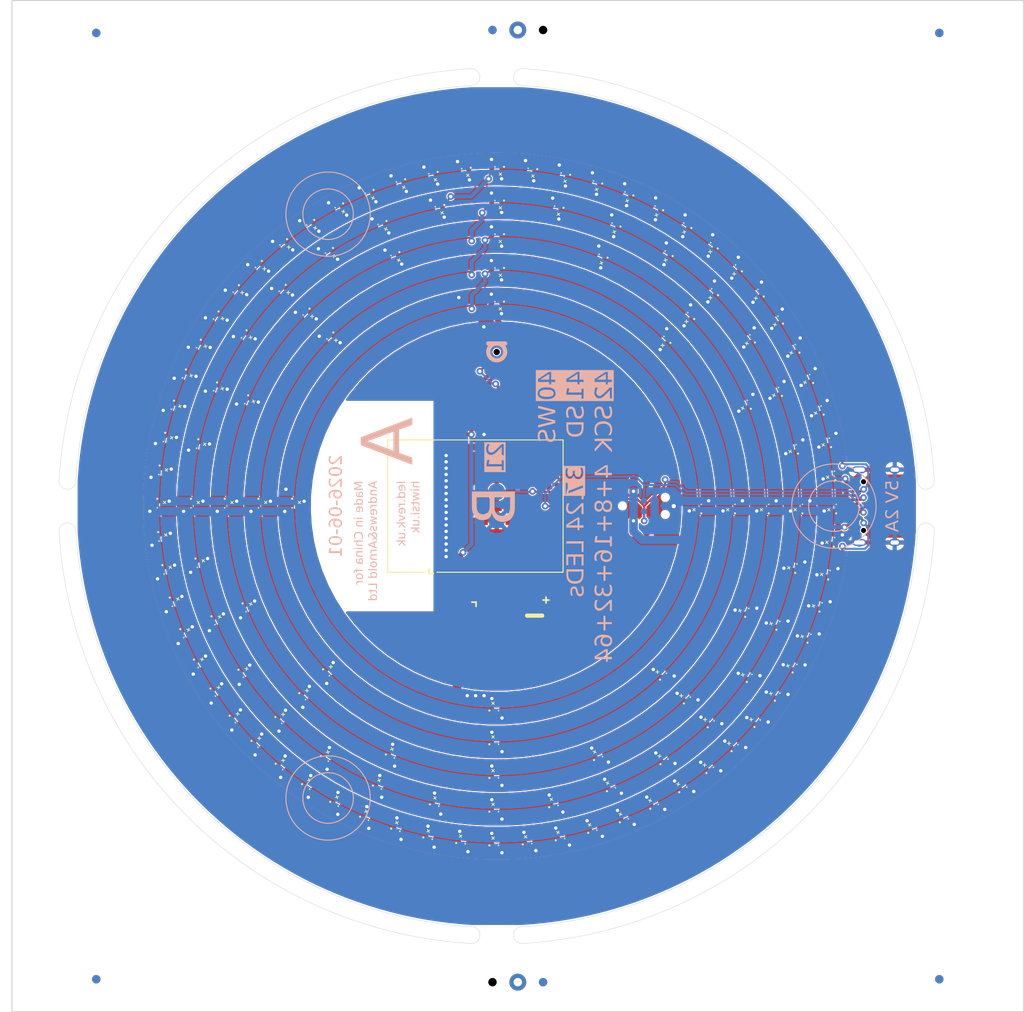
<source format=kicad_pcb>
(kicad_pcb (version 20241129) (generator "pcbnew") (generator_version "9.0")
  (title_block (title "Coaster"))
  (layers (0 "F.Cu" signal) (2 "B.Cu" signal) (13 "F.Paste" user) (15 "B.Paste" user) (5 "F.SilkS" user "F.Silkscreen") (7 "B.SilkS" user "B.Silkscreen") (1 "F.Mask" user) (3 "B.Mask" user) (25 "Edge.Cuts" user))
  (property "DATE" "2023-05-04")
  (net 0 "")
  (net 1 "GND")
  (net 2 "+3V3")
  (net 3 "Net-(D100-O)")
  (net 4 "Net-(D1-O)")
  (net 5 "Net-(D2-O)")
  (net 6 "Net-(D3-O)")
  (net 7 "Net-(D4-O)")
  (net 8 "Net-(D5-O)")
  (net 9 "Net-(D6-O)")
  (net 10 "Net-(D7-O)")
  (net 11 "Net-(D8-O)")
  (net 12 "Net-(D10-I)")
  (net 13 "Net-(D10-O)")
  (net 14 "Net-(D11-O)")
  (net 15 "Net-(D12-O)")
  (net 16 "Net-(D13-O)")
  (net 17 "Net-(D14-O)")
  (net 18 "Net-(D15-O)")
  (net 19 "Net-(D16-O)")
  (net 20 "Net-(D17-O)")
  (net 21 "Net-(D18-O)")
  (net 22 "Net-(D19-O)")
  (net 23 "Net-(D20-O)")
  (net 24 "Net-(D21-O)")
  (net 25 "Net-(D22-O)")
  (net 26 "Net-(D23-O)")
  (net 27 "Net-(D24-O)")
  (net 28 "Net-(D25-O)")
  (net 29 "Net-(D26-O)")
  (net 30 "Net-(D27-O)")
  (net 31 "Net-(D28-O)")
  (net 32 "Net-(D29-O)")
  (net 33 "Net-(D30-O)")
  (net 34 "Net-(D31-O)")
  (net 35 "Net-(D32-O)")
  (net 36 "Net-(D33-O)")
  (net 37 "Net-(D34-O)")
  (net 38 "Net-(D35-O)")
  (net 39 "Net-(D36-O)")
  (net 40 "Net-(D37-O)")
  (net 41 "Net-(D38-O)")
  (net 42 "Net-(D39-O)")
  (net 43 "Net-(D40-O)")
  (net 44 "Net-(D41-O)")
  (net 45 "Net-(D42-O)")
  (net 46 "Net-(D43-O)")
  (net 47 "Net-(D44-O)")
  (net 48 "Net-(D45-O)")
  (net 49 "Net-(D46-O)")
  (net 50 "Net-(D47-O)")
  (net 51 "Net-(D48-O)")
  (net 52 "Net-(D49-O)")
  (net 53 "Net-(D50-O)")
  (net 54 "Net-(D51-O)")
  (net 55 "Net-(D52-O)")
  (net 56 "Net-(D53-O)")
  (net 57 "Net-(D54-O)")
  (net 58 "Net-(D55-O)")
  (net 59 "Net-(D56-O)")
  (net 60 "Net-(D57-O)")
  (net 61 "Net-(D58-O)")
  (net 62 "Net-(D59-O)")
  (net 63 "Net-(D60-O)")
  (net 64 "Net-(D61-O)")
  (net 65 "Net-(D62-O)")
  (net 66 "Net-(D63-O)")
  (net 67 "Net-(D64-O)")
  (net 68 "Net-(D65-O)")
  (net 69 "Net-(D66-O)")
  (net 70 "Net-(D67-O)")
  (net 71 "Net-(D68-O)")
  (net 72 "Net-(D69-O)")
  (net 73 "Net-(D70-O)")
  (net 74 "Net-(D71-O)")
  (net 75 "Net-(D72-O)")
  (net 76 "Net-(D73-O)")
  (net 77 "Net-(D74-O)")
  (net 78 "Net-(D75-O)")
  (net 79 "Net-(D76-O)")
  (net 80 "Net-(D77-O)")
  (net 81 "Net-(D78-O)")
  (net 82 "Net-(D79-O)")
  (net 83 "Net-(D80-O)")
  (net 84 "Net-(D81-O)")
  (net 85 "Net-(D82-O)")
  (net 86 "Net-(D83-O)")
  (net 87 "Net-(D84-O)")
  (net 88 "Net-(D85-O)")
  (net 89 "Net-(D86-O)")
  (net 90 "Net-(D87-O)")
  (net 91 "Net-(D88-O)")
  (net 92 "Net-(D89-O)")
  (net 93 "Net-(D90-O)")
  (net 94 "Net-(D91-O)")
  (net 95 "Net-(D92-O)")
  (net 96 "Net-(D93-O)")
  (net 97 "Net-(D94-O)")
  (net 98 "Net-(D95-O)")
  (net 99 "Net-(D96-O)")
  (net 100 "Net-(D97-O)")
  (net 101 "Net-(D98-O)")
  (net 102 "Net-(D100-I)")
  (net 103 "VBUS")
  (net 104 "LED")
  (net 106 "D+")
  (net 107 "Net-(J3-CC2)")
  (net 109 "Net-(J3-CC1)")
  (net 110 "D-")
  (net 112 "SCK")
  (net 113 "SD")
  (net 114 "WS")
  (net 115 "Net-(D101-O)")
  (net 116 "Net-(D102-O)")
  (net 117 "Net-(D103-O)")
  (net 118 "Net-(D104-O)")
  (net 119 "Net-(D105-O)")
  (net 120 "Net-(D106-O)")
  (net 121 "Net-(D107-O)")
  (net 122 "Net-(D108-O)")
  (net 123 "Net-(D109-O)")
  (net 124 "Net-(D110-O)")
  (net 125 "Net-(D111-O)")
  (net 126 "Net-(D112-O)")
  (net 127 "Net-(D113-O)")
  (net 128 "Net-(D114-O)")
  (net 129 "Net-(D115-O)")
  (net 130 "Net-(D116-O)")
  (net 131 "Net-(D117-O)")
  (net 132 "Net-(D118-O)")
  (net 133 "Net-(D119-O)")
  (net 134 "Net-(D120-O)")
  (net 135 "Net-(D121-O)")
  (net 136 "Net-(D122-O)")
  (net 137 "Net-(D123-O)")
  (net 138 "Net-(J1-Pin_2)")
  (net 139 "Net-(U2-EN)")
  (footprint "RevK:C_0402" (layer "F.Cu") (at 65.550148 89.549752 163.125)
    (property "Reference" "C54" (hide yes))
    (property "Value" "100nF" (hide yes))
  )
  (footprint "RevK:USB-C-Socket-H" (layer "F.Cu") (at 143.51 100 90)
    (property "Reference" "J3" (hide yes))
    (property "Value" "USB-C-Socket-H")
  )
  (footprint "RevK:C_0402" (layer "F.Cu") (at 98.037293 139.951818 -92.8125)
    (property "Reference" "C93" (hide yes))
    (property "Value" "100nF" (hide yes))
  )
  (footprint "RevK:C_0402" (layer "F.Cu") (at 139.56706 105.869219 -8.4375)
    (property "Reference" "C78" (hide yes))
    (property "Value" "100nF" (hide yes))
  )
  (footprint "RevK:SMD1010" (layer "F.Cu") (at 60.192611 103.920686 -39.375)
    (property "Reference" "D108" (hide yes))
    (property "Value" "XL-1010RGBC-WS2812B" (hide yes))
  )
  (footprint "RevK:C_0402" (layer "F.Cu") (at 139.951818 101.962707 -2.8125)
    (property "Reference" "C77" (hide yes))
    (property "Value" "100nF" (hide yes))
  )
  (footprint "RevK:C_0402" (layer "F.Cu") (at 117.778247 73.392972 56.25)
    (property "Reference" "C14" (hide yes))
    (property "Value" "100nF" (hide yes))
  )
  (footprint "RevK:C_0402" (layer "F.Cu") (at 139.56706 94.130781 8.4375)
    (property "Reference" "C75" (hide yes))
    (property "Value" "100nF" (hide yes))
  )
  (footprint "RevK:C_0402" (layer "F.Cu") (at 117.102204 63.840428 64.6875)
    (property "Reference" "C65" (hide yes))
    (property "Value" "100nF" (hide yes))
  )
  (footprint "RevK:SMD1010" (layer "F.Cu") (at 96.079314 60.192611 -129.375)
    (property "Reference" "D124" (hide yes))
    (property "Value" "XL-1010RGBC-WS2812B" (hide yes))
  )
  (footprint "RevK:C_0402" (layer "F.Cu") (at 134.309144 79.43589 30.9375)
    (property "Reference" "C71" (hide yes))
    (property "Value" "100nF" (hide yes))
  )
  (footprint "RevK:SMD1010" (layer "F.Cu") (at 112.24587 129.564145 67.5)
    (property "Reference" "D20" (hide yes))
    (property "Value" "XL-1010RGBC-WS2812B" (hide yes))
  )
  (footprint "RevK:C_0603" (layer "F.Cu") (at 117 103)
    (property "Reference" "C135" (hide yes))
    (property "Value" "10uF 35V")
  )
  (footprint "RevK:C_0402" (layer "F.Cu") (at 96.471383 64.17335 95.625)
    (property "Reference" "C60" (hide yes))
    (property "Value" "100nF" (hide yes))
  )
  (footprint "RevK:C_0402" (layer "F.Cu") (at 63.840428 117.102204 -154.6875)
    (property "Reference" "C104" (hide yes))
    (property "Value" "100nF" (hide yes))
  )
  (footprint "RevK:C_0402" (layer "F.Cu") (at 126.862358 129.638045 -47.8125)
    (property "Reference" "C85" (hide yes))
    (property "Value" "100nF" (hide yes))
  )
  (footprint "RevK:C_0402" (layer "F.Cu") (at 68.250834 83.029717 151.875)
    (property "Reference" "C55" (hide yes))
    (property "Value" "100nF" (hide yes))
  )
  (footprint "RevK:C_0402" (layer "F.Cu") (at 113.475594 137.661763 -70.3125)
    (property "Reference" "C89" (hide yes))
    (property "Value" "100nF" (hide yes))
  )
  (footprint "RevK:SMD1010" (layer "F.Cu") (at 63.044819 84.692663 -67.5)
    (property "Reference" "D113" (hide yes))
    (property "Value" "XL-1010RGBC-WS2812B" (hide yes))
  )
  (footprint "RevK:C_0402" (layer "F.Cu") (at 101.962707 139.951818 -87.1875)
    (property "Reference" "C92" (hide yes))
    (property "Value" "100nF" (hide yes))
  )
  (footprint "RevK:C_0402" (layer "F.Cu") (at 138.80125 90.280793 14.0625)
    (property "Reference" "C74" (hide yes))
    (property "Value" "100nF" (hide yes))
  )
  (footprint "RevK:SMD1010" (layer "F.Cu") (at 125.455844 74.544156 180)
    (property "Reference" "D33" (hide yes))
    (property "Value" "XL-1010RGBC-WS2812B" (hide yes))
  )
  (footprint "RevK:C_0402" (layer "F.Cu") (at 110.715136 125.868627 -67.5)
    (property "Reference" "C8" (hide yes))
    (property "Value" "100nF" (hide yes))
  )
  (footprint "RevK:SMD1010" (layer "F.Cu") (at 125.375731 130.920418 84.375)
    (property "Reference" "D86" (hide yes))
    (property "Value" "XL-1010RGBC-WS2812B" (hide yes))
  )
  (footprint "RevK:SMD1010" (layer "F.Cu") (at 66.741216 122.222809 -11.25)
    (property "Reference" "D103" (hide yes))
    (property "Value" "XL-1010RGBC-WS2812B" (hide yes))
  )
  (footprint "RevK:C_0402" (layer "F.Cu") (at 86.524406 137.661763 -109.6875)
    (property "Reference" "C96" (hide yes))
    (property "Value" "100nF" (hide yes))
  )
  (footprint "RevK:SMD1010" (layer "F.Cu") (at 133.258784 77.777191 168.75)
    (property "Reference" "D71" (hide yes))
    (property "Value" "XL-1010RGBC-WS2812B" (hide yes))
  )
  (footprint "RevK:SMD1010" (layer "F.Cu") (at 139.807389 96.079314 140.625)
    (property "Reference" "D76" (hide yes))
    (property "Value" "XL-1010RGBC-WS2812B" (hide yes))
  )
  (footprint "RevK:SMD1010" (layer "F.Cu") (at 92.976748 135.30827 33.75)
    (property "Reference" "D46" (hide yes))
    (property "Value" "XL-1010RGBC-WS2812B" (hide yes))
  )
  (footprint "RevK:SMD1010" (layer "F.Cu") (at 64.723149 81.144131 -73.125)
    (property "Reference" "D114" (hide yes))
    (property "Value" "XL-1010RGBC-WS2812B" (hide yes))
  )
  (footprint "RevK:VCUT120N" (layer "F.Cu") (at 149.910242 100 -90)
    (property "Reference" "V3" (hide yes))
    (property "Value" "~" (hide yes))
  )
  (footprint "RevK:C_0402" (layer "F.Cu") (at 135.82665 96.471383 5.625)
    (property "Reference" "C36" (hide yes))
    (property "Value" "100nF" (hide yes))
  )
  (footprint "RevK:C_0603_" (layer "F.Cu") (at 98 113.5 90)
    (property "Reference" "C139" (hide yes))
    (property "Value" "100nF")
  )
  (footprint "RevK:C_0402" (layer "F.Cu") (at 79.43589 65.690856 120.9375)
    (property "Reference" "C119" (hide yes))
    (property "Value" "100nF" (hide yes))
  )
  (footprint "RevK:C_0402" (layer "F.Cu") (at 65.690856 120.56411 -149.0625)
    (property "Reference" "C103" (hide yes))
    (property "Value" "100nF" (hide yes))
  )
  (footprint "RevK:C_0402" (layer "F.Cu") (at 137.661763 86.524406 19.6875)
    (property "Reference" "C73" (hide yes))
    (property "Value" "100nF" (hide yes))
  )
  (footprint "RevK:C_0603_" (layer "F.Cu") (at 97.3 111 180)
    (property "Reference" "C138" (hide yes))
    (property "Value" "10uF 6.3V")
  )
  (footprint "RevK:SMD1010" (layer "F.Cu") (at 120.000528 129.932906 78.75)
    (property "Reference" "D42" (hide yes))
    (property "Value" "XL-1010RGBC-WS2812B" (hide yes))
  )
  (footprint "RevK:C_0402" (layer "F.Cu") (at 106.24289 68.614871 78.75)
    (property "Reference" "C13" (hide yes))
    (property "Value" "100nF" (hide yes))
  )
  (footprint "RevK:C_0402" (layer "F.Cu") (at 82.221753 126.607028 -123.75)
    (property "Reference" "C22" (hide yes))
    (property "Value" "100nF" (hide yes))
  )
  (footprint "RevK:C_0402" (layer "F.Cu") (at 131.749166 83.029717 28.125)
    (property "Reference" "C34" (hide yes))
    (property "Value" "100nF" (hide yes))
  )
  (footprint "RevK:C_0402" (layer "F.Cu") (at 134.309144 120.56411 -30.9375)
    (property "Reference" "C82" (hide yes))
    (property "Value" "100nF" (hide yes))
  )
  (footprint "RevK:SMD1010" (layer "F.Cu") (at 122.627417 122.627417 90)
    (property "Reference" "D19" (hide yes))
    (property "Value" "XL-1010RGBC-WS2812B" (hide yes))
  )
  (footprint "RevK:SMD1010" (layer "F.Cu") (at 119.79899 119.79899 90)
    (property "Reference" "D8" (hide yes))
    (property "Value" "XL-1010RGBC-WS2812B" (hide yes))
  )
  (footprint "RevK:C_0402" (layer "F.Cu") (at 76.172028 132.128301 -126.5625)
    (property "Reference" "C99" (hide yes))
    (property "Value" "100nF" (hide yes))
  )
  (footprint "RevK:SMD1010" (layer "F.Cu") (at 139.231411 92.196387 146.25)
    (property "Reference" "D75" (hide yes))
    (property "Value" "XL-1010RGBC-WS2812B" (hide yes))
  )
  (footprint "RevK:C_0402" (layer "F.Cu") (at 122.838158 127.828376 -50.625)
    (property "Reference" "C41" (hide yes))
    (property "Value" "100nF" (hide yes))
  )
  (footprint "RevK:C_0402" (layer "F.Cu") (at 94.5 108.5)
    (property "Reference" "C132" (hide yes))
    (property "Value" "100nF" (hide yes))
  )
  (footprint "RevK:SMD1010" (layer "F.Cu") (at 128.284271 71.715729 180)
    (property "Reference" "D69" (hide yes))
    (property "Value" "XL-1010RGBC-WS2812B" (hide yes))
  )
  (footprint "RevK:C_0402" (layer "F.Cu") (at 64.17335 96.471383 174.375)
    (property "Reference" "C53" (hide yes))
    (property "Value" "100nF" (hide yes))
  )
  (footprint "RevK:SMD1010" (layer "F.Cu") (at 64 100 -45)
    (property "Reference" "D53" (hide yes))
    (property "Value" "XL-1010RGBC-WS2812B" (hide yes))
  )
  (footprint "RevK:C_0402" (layer "F.Cu") (at 68.614871 93.75711 168.75)
    (property "Reference" "C25" (hide yes))
    (property "Value" "100nF" (hide yes))
  )
  (footprint "RevK:C_0402" (layer "F.Cu") (at 103.528617 135.82665 -84.375)
    (property "Reference" "C44" (hide yes))
    (property "Value" "100nF" (hide yes))
  )
  (footprint "RevK:C_0402" (layer "F.Cu") (at 74.131373 89.284864 157.5)
    (property "Reference" "C11" (hide yes))
    (property "Value" "100nF" (hide yes))
  )
  (footprint "RevK:SMD1010" (layer "F.Cu") (at 129.564145 87.75413 157.5)
    (property "Reference" "D16" (hide yes))
    (property "Value" "XL-1010RGBC-WS2812B" (hide yes))
  )
  (footprint "RevK:SMD1010" (layer "F.Cu") (at 79.999472 70.067094 -101.25)
    (property "Reference" "D58" (hide yes))
    (property "Value" "XL-1010RGBC-WS2812B" (hide yes))
  )
  (footprint "RevK:SMD1010" (layer "F.Cu") (at 60 100 -45)
    (property "Reference" "D109" (hide yes))
    (property "Value" "XL-1010RGBC-WS2812B" (hide yes))
  )
  (footprint "RevK:SMD1010" (layer "F.Cu") (at 77.777191 66.741216 -101.25)
    (property "Reference" "D119" (hide yes))
    (property "Value" "XL-1010RGBC-WS2812B" (hide yes))
  )
  (footprint "RevK:C_0402" (layer "F.Cu") (at 126.862358 70.361955 47.8125)
    (property "Reference" "C68" (hide yes))
    (property "Value" "100nF" (hide yes))
  )
  (footprint "RevK:C_0402" (layer "F.Cu") (at 134.449852 89.549752 16.875)
    (property "Reference" "C35" (hide yes))
    (property "Value" "100nF" (hide yes))
  )
  (footprint "RevK:C_0402" (layer "F.Cu") (at 90.280793 61.19875 104.0625)
    (property "Reference" "C122" (hide yes))
    (property "Value" "100nF" (hide yes))
  )
  (footprint "RevK:C_0402" (layer "F.Cu") (at 65.690856 79.43589 149.0625)
    (property "Reference" "C114" (hide yes))
    (property "Value" "100nF" (hide yes))
  )
  (footprint "RevK:SMD1010" (layer "F.Cu") (at 107.803613 60.768589 -146.25)
    (property "Reference" "D63" (hide yes))
    (property "Value" "XL-1010RGBC-WS2812B" (hide yes))
  )
  (footprint "RevK:C_0402" (layer "F.Cu") (at 125.868627 89.284864 22.5)
    (property "Reference" "C6" (hide yes))
    (property "Value" "100nF" (hide yes))
  )
  (footprint "RevK:C_0402" (layer "F.Cu") (at 70.361955 73.137642 137.8125)
    (property "Reference" "C116" (hide yes))
    (property "Value" "100nF" (hide yes))
  )
  (footprint "RevK:SMD1010" (layer "F.Cu") (at 64.723149 118.855869 -16.875)
    (property "Reference" "D104" (hide yes))
    (property "Value" "XL-1010RGBC-WS2812B" (hide yes))
  )
  (footprint "RevK:SOT-23-6-MD8942" (layer "F.Cu") (at 96 113.5 90)
    (property "Reference" "U3" (hide yes))
    (property "Value" "MD8942")
  )
  (footprint "RevK:C_0402" (layer "F.Cu") (at 83.029437 83.029437 135)
    (property "Reference" "C4" (hide yes))
    (property "Value" "100nF" (hide yes))
  )
  (footprint "RevK:SMD1010" (layer "F.Cu") (at 107.803613 139.231411 56.25)
    (property "Reference" "D91" (hide yes))
    (property "Value" "XL-1010RGBC-WS2812B" (hide yes))
  )
  (footprint "RevK:C_0402" (layer "F.Cu") (at 60.43294 94.130781 171.5625)
    (property "Reference" "C110" (hide yes))
    (property "Value" "100nF" (hide yes))
  )
  (footprint "RevK:SMD1010" (layer "F.Cu") (at 69.079582 125.375731 -5.625)
    (property "Reference" "D102" (hide yes))
    (property "Value" "XL-1010RGBC-WS2812B" (hide yes))
  )
  (footprint "RevK:SMD1010" (layer "F.Cu") (at 128 100 135)
    (property "Reference" "D7" (hide yes))
    (property "Value" "XL-1010RGBC-WS2812B" (hide yes))
  )
  (footprint "RevK:R_0402_" (layer "F.Cu") (at 94.1 115.3 90)
    (property "Reference" "R4" (hide yes))
    (property "Value" "1M" (hide yes))
  )
  (footprint "RevK:C_0402" (layer "F.Cu") (at 63.840428 82.897796 154.6875)
    (property "Reference" "C113" (hide yes))
    (property "Value" "100nF" (hide yes))
  )
  (footprint "RevK:SMD1010" (layer "F.Cu") (at 132 100 135)
    (property "Reference" "D17" (hide yes))
    (property "Value" "XL-1010RGBC-WS2812B" (hide yes))
  )
  (footprint "RevK:SMD1010" (layer "F.Cu") (at 77.372583 77.372583 -90)
    (property "Reference" "D27" (hide yes))
    (property "Value" "XL-1010RGBC-WS2812B" (hide yes))
  )
  (footprint "RevK:SMD1010" (layer "F.Cu") (at 120.000528 70.067094 -168.75)
    (property "Reference" "D32" (hide yes))
    (property "Value" "XL-1010RGBC-WS2812B" (hide yes))
  )
  (footprint "RevK:C_0402" (layer "F.Cu") (at 129.638045 126.862358 -42.1875)
    (property "Reference" "C84" (hide yes))
    (property "Value" "100nF" (hide yes))
  )
  (footprint "RevK:C_0402" (layer "F.Cu") (at 60.43294 105.869219 -171.5625)
    (property "Reference" "C107" (hide yes))
    (property "Value" "100nF" (hide yes))
  )
  (footprint "RevK:SMD1010" (layer "F.Cu") (at 136.955181 84.692663 157.5)
    (property "Reference" "D73" (hide yes))
    (property "Value" "XL-1010RGBC-WS2812B" (hide yes))
  )
  (footprint "RevK:C_0402" (layer "F.Cu") (at 116.970563 83.029437 45)
    (property "Reference" "C1" (hide yes))
    (property "Value" "100nF" (hide yes))
  )
  (footprint "RevK:ESP32-S3-MINI-1" (layer "F.Cu") (at 100 100 90)
    (property "Reference" "U2" (hide yes))
    (property "Value" "ESP32-S3-MINI-1" (hide yes))
  )
  (footprint "RevK:SMD1010" (layer "F.Cu") (at 74.624269 130.920418 5.625)
    (property "Reference" "D100" (hide yes))
    (property "Value" "XL-1010RGBC-WS2812B" (hide yes))
  )
  (footprint "RevK:SMD1010" (layer "F.Cu") (at 76 100 -45)
    (property "Reference" "D4" (hide yes))
    (property "Value" "XL-1010RGBC-WS2812B" (hide yes))
  )
  (footprint "RevK:C_0402" (layer "F.Cu") (at 67.871699 76.172028 143.4375)
    (property "Reference" "C115" (hide yes))
    (property "Value" "100nF" (hide yes))
  )
  (footprint "RevK:L_4x4_" (layer "F.Cu") (at 100.6 113.5 90)
    (property "Reference" "L1" (hide yes))
    (property "Value" "10uH")
  )
  (footprint "RevK:SMD1010" (layer "F.Cu") (at 135.30827 92.976748 146.25)
    (property "Reference" "D36" (hide yes))
    (property "Value" "XL-1010RGBC-WS2812B" (hide yes))
  )
  (footprint "RevK:SMD1010" (layer "F.Cu") (at 111.611387 61.722387 -151.875)
    (property "Reference" "D64" (hide yes))
    (property "Value" "XL-1010RGBC-WS2812B" (hide yes))
  )
  (footprint "RevK:C_0402" (layer "F.Cu") (at 110.450248 134.449852 -73.125)
    (property "Reference" "C43" (hide yes))
    (property "Value" "100nF" (hide yes))
  )
  (footprint "RevK:SMD1010" (layer "F.Cu") (at 129.932906 120.000528 101.25)
    (property "Reference" "D40" (hide yes))
    (property "Value" "XL-1010RGBC-WS2812B" (hide yes))
  )
  (footprint "RevK:SMD1010" (layer "F.Cu") (at 138.277613 111.611387 118.125)
    (property "Reference" "D80" (hide yes))
    (property "Value" "XL-1010RGBC-WS2812B" (hide yes))
  )
  (footprint "RevK:C_0402" (layer "F.Cu") (at 135.82665 103.528617 -5.625)
    (property "Reference" "C37" (hide yes))
    (property "Value" "100nF" (hide yes))
  )
  (footprint "RevK:SMD1010" (layer "F.Cu") (at 79.999472 129.932906 11.25)
    (property "Reference" "D48" (hide yes))
    (property "Value" "XL-1010RGBC-WS2812B" (hide yes))
  )
  (footprint "RevK:C_0402" (layer "F.Cu") (at 62.338237 113.475594 -160.3125)
    (property "Reference" "C105" (hide yes))
    (property "Value" "100nF" (hide yes))
  )
  (footprint "RevK:R_0402_" (layer "F.Cu") (at 94.1 111.699999 90)
    (property "Reference" "R3" (hide yes))
    (property "Value" "39k2" (hide yes))
  )
  (footprint "RevK:C_0402" (layer "F.Cu") (at 116.970563 116.970563 -45)
    (property "Reference" "C2" (hide yes))
    (property "Value" "100nF" (hide yes))
  )
  (footprint "RevK:C_0603" (layer "F.Cu") (at 107 113.5 -90)
    (property "Reference" "C130" (hide yes))
    (property "Value" "22uF")
  )
  (footprint "RevK:C_0402" (layer "F.Cu") (at 82.897796 136.159572 -115.3125)
    (property "Reference" "C97" (hide yes))
    (property "Value" "100nF" (hide yes))
  )
  (footprint "RevK:SMD1010" (layer "F.Cu") (at 77.777191 133.258784 11.25)
    (property "Reference" "D99" (hide yes))
    (property "Value" "XL-1010RGBC-WS2812B" (hide yes))
  )
  (footprint "RevK:SMD1010" (layer "F.Cu") (at 69.079582 74.624269 -84.375)
    (property "Reference" "D116" (hide yes))
    (property "Value" "XL-1010RGBC-WS2812B" (hide yes))
  )
  (footprint "RevK:PCB120120" (layer "F.Cu") (at 102.5 100)
    (property "Reference" "PCB1" (hide yes))
    (property "Value" "120x120" (hide yes))
    (fp_line (start -60 -60) (end 60 -60) (stroke (width 0.12)) (layer "Edge.Cuts"))
    (fp_line (start -60 60) (end -60 -60) (stroke (width 0.12)) (layer "Edge.Cuts"))
    (fp_line (start 60 -60) (end 60 60) (stroke (width 0.12)) (layer "Edge.Cuts"))
    (fp_line (start 60 60) (end -60 60) (stroke (width 0.12)) (layer "Edge.Cuts"))
  )
  (footprint "RevK:C_0402" (layer "F.Cu") (at 131.385129 106.24289 -11.25)
    (property "Reference" "C17" (hide yes))
    (property "Value" "100nF" (hide yes))
  )
  (footprint "RevK:SMD1010" (layer "F.Cu") (at 122.627417 77.372583 180)
    (property "Reference" "D15" (hide yes))
    (property "Value" "XL-1010RGBC-WS2812B" (hide yes))
  )
  (footprint "RevK:C_0402" (layer "F.Cu") (at 139.951818 98.037293 2.8125)
    (property "Reference" "C76" (hide yes))
    (property "Value" "100nF" (hide yes))
  )
  (footprint "RevK:SMD1010" (layer "F.Cu") (at 81.144131 135.276851 16.875)
    (property "Reference" "D98" (hide yes))
    (property "Value" "XL-1010RGBC-WS2812B" (hide yes))
  )
  (footprint "RevK:SMD1010" (layer "F.Cu") (at 130.920418 125.375731 95.625)
    (property "Reference" "D84" (hide yes))
    (property "Value" "XL-1010RGBC-WS2812B" (hide yes))
  )
  (footprint "RevK:SMD1010" (layer "F.Cu") (at 135.276851 81.144131 163.125)
    (property "Reference" "D72" (hide yes))
    (property "Value" "XL-1010RGBC-WS2812B" (hide yes))
  )
  (footprint "RevK:SMD1010" (layer "F.Cu") (at 135.30827 107.023252 123.75)
    (property "Reference" "D38" (hide yes))
    (property "Value" "XL-1010RGBC-WS2812B" (hide yes))
  )
  (footprint "RevK:SMD1010" (layer "F.Cu") (at 63.044819 115.307337 -22.5)
    (property "Reference" "D105" (hide yes))
    (property "Value" "XL-1010RGBC-WS2812B" (hide yes))
  )
  (footprint "RevK:C_0402" (layer "F.Cu") (at 61.19875 90.280793 165.9375)
    (property "Reference" "C111" (hide yes))
    (property "Value" "100nF" (hide yes))
  )
  (footprint "RevK:SMD1010" (layer "F.Cu") (at 107.023252 135.30827 56.25)
    (property "Reference" "D44" (hide yes))
    (property "Value" "XL-1010RGBC-WS2812B" (hide yes))
  )
  (footprint "RevK:C_0402" (layer "F.Cu") (at 117.102204 136.159572 -64.6875)
    (property "Reference" "C88" (hide yes))
    (property "Value" "100nF" (hide yes))
  )
  (footprint "RevK:SMD1010" (layer "F.Cu") (at 61.722387 111.611387 -28.125)
    (property "Reference" "D106" (hide yes))
    (property "Value" "XL-1010RGBC-WS2812B" (hide yes))
  )
  (footprint "RevK:SMD1010" (layer "F.Cu") (at 72 100 -45)
    (property "Reference" "D11" (hide yes))
    (property "Value" "XL-1010RGBC-WS2812B" (hide yes))
  )
  (footprint "RevK:C_0402" (layer "F.Cu") (at 90.280793 138.80125 -104.0625)
    (property "Reference" "C95" (hide yes))
    (property "Value" "100nF" (hide yes))
  )
  (footprint "RevK:C_0402" (layer "F.Cu") (at 123.827972 132.128301 -53.4375)
    (property "Reference" "C86" (hide yes))
    (property "Value" "100nF" (hide yes))
  )
  (footprint "RevK:SMD1010" (layer "F.Cu") (at 140 100 135)
    (property "Reference" "D77" (hide yes))
    (property "Value" "XL-1010RGBC-WS2812B" (hide yes))
  )
  (footprint "RevK:SMD1010" (layer "F.Cu") (at 111.611387 138.277613 61.875)
    (property "Reference" "D90" (hide yes))
    (property "Value" "XL-1010RGBC-WS2812B" (hide yes))
  )
  (footprint "RevK:SMD1010" (layer "F.Cu") (at 61.722387 88.388613 -61.875)
    (property "Reference" "D112" (hide yes))
    (property "Value" "XL-1010RGBC-WS2812B" (hide yes))
  )
  (footprint "RevK:SMD1010" (layer "F.Cu") (at 60.768589 107.803613 -33.75)
    (property "Reference" "D107" (hide yes))
    (property "Value" "XL-1010RGBC-WS2812B" (hide yes))
  )
  (footprint "RevK:SMD1010" (layer "F.Cu") (at 125.375731 69.079582 -174.375)
    (property "Reference" "D68" (hide yes))
    (property "Value" "XL-1010RGBC-WS2812B" (hide yes))
  )
  (footprint "RevK:C_0402" (layer "F.Cu") (at 86.524406 62.338237 109.6875)
    (property "Reference" "C121" (hide yes))
    (property "Value" "100nF" (hide yes))
  )
  (footprint "RevK:C_0402" (layer "F.Cu") (at 70.361955 126.862358 -137.8125)
    (property "Reference" "C101" (hide yes))
    (property "Value" "100nF" (hide yes))
  )
  (footprint "RevK:C_0402" (layer "F.Cu") (at 62.338237 86.524406 160.3125)
    (property "Reference" "C112" (hide yes))
    (property "Value" "100nF" (hide yes))
  )
  (footprint "RevK:C_0402" (layer "F.Cu") (at 103.528617 64.17335 84.375)
    (property "Reference" "C29" (hide yes))
    (property "Value" "100nF" (hide yes))
  )
  (footprint "RevK:C_0402" (layer "F.Cu") (at 72.171624 77.161842 140.625)
    (property "Reference" "C56" (hide yes))
    (property "Value" "100nF" (hide yes))
  )
  (footprint "RevK:C_0402" (layer "F.Cu") (at 93.5 91.5 180)
    (property "Reference" "C134" (hide yes))
    (property "Value" "1uF" (hide yes))
  )
  (footprint "RevK:C_0402" (layer "F.Cu") (at 76.172028 67.871699 126.5625)
    (property "Reference" "C118" (hide yes))
    (property "Value" "100nF" (hide yes))
  )
  (footprint "RevK:SMD1010" (layer "F.Cu") (at 74.544156 125.455844)
    (property "Reference" "D49" (hide yes))
    (property "Value" "XL-1010RGBC-WS2812B" (hide yes))
  )
  (footprint "RevK:C_0402" (layer "F.Cu") (at 117.778247 126.607028 -56.25)
    (property "Reference" "C19" (hide yes))
    (property "Value" "100nF" (hide yes))
  )
  (footprint "RevK:C_0402" (layer "F.Cu") (at 120.56411 65.690856 59.0625)
    (property "Reference" "C66" (hide yes))
    (property "Value" "100nF" (hide yes))
  )
  (footprint "RevK:C_0402" (layer "F.Cu") (at 134.449852 110.450248 -16.875)
    (property "Reference" "C38" (hide yes))
    (property "Value" "100nF" (hide yes))
  )
  (footprint "RevK:SMD1010" (layer "F.Cu") (at 139.807389 103.920686 129.375)
    (property "Reference" "D78" (hide yes))
    (property "Value" "XL-1010RGBC-WS2812B" (hide yes))
  )
  (footprint "RevK:C_0402" (layer "F.Cu") (at 77.161842 127.828376 -129.375)
    (property "Reference" "C48" (hide yes))
    (property "Value" "100nF" (hide yes))
  )
  (footprint "RevK:R_0402" (layer "F.Cu") (at 141 94 -90)
    (property "Reference" "R6" (hide yes))
    (property "Value" "5K1" (hide yes))
  )
  (footprint "RevK:C_0603" (layer "F.Cu") (at 108.25 113.5 -90)
    (property "Reference" "C136" (hide yes))
    (property "Value" "10uF 35V")
  )
  (footprint "RevK:C_0402" (layer "F.Cu") (at 101.962707 60.048182 87.1875)
    (property "Reference" "C61" (hide yes))
    (property "Value" "100nF" (hide yes))
  )
  (footprint "RevK:SMD1010" (layer "F.Cu") (at 100 136 45)
    (property "Reference" "D45" (hide yes))
    (property "Value" "XL-1010RGBC-WS2812B" (hide yes))
  )
  (footprint "RevK:R_0402" (layer "F.Cu") (at 95.5 91.5 180)
    (property "Reference" "R1" (hide yes))
    (property "Value" "10K" (hide yes))
  )
  (footprint "RevK:SMD1010" (layer "F.Cu") (at 86.223396 133.259663 22.5)
    (property "Reference" "D47" (hide yes))
    (property "Value" "XL-1010RGBC-WS2812B" (hide yes))
  )
  (footprint "RevK:C_0402" (layer "F.Cu") (at 110.450248 65.550148 73.125)
    (property "Reference" "C30" (hide yes))
    (property "Value" "100nF" (hide yes))
  )
  (footprint "RevK:SMD1010" (layer "F.Cu") (at 136.955181 115.307337 112.5)
    (property "Reference" "D81" (hide yes))
    (property "Value" "XL-1010RGBC-WS2812B" (hide yes))
  )
  (footprint "RevK:C_0402" (layer "F.Cu") (at 116.970283 68.250834 61.875)
    (property "Reference" "C31" (hide yes))
    (property "Value" "100nF" (hide yes))
  )
  (footprint "RevK:C_0603_" (layer "F.Cu") (at 97.3 116 180)
    (property "Reference" "C137" (hide yes))
    (property "Value" "10uF 35V")
  )
  (footprint "RevK:SMD1010" (layer "F.Cu") (at 92.196387 60.768589 -123.75)
    (property "Reference" "D123" (hide yes))
    (property "Value" "XL-1010RGBC-WS2812B" (hide yes))
  )
  (footprint "RevK:C_0402" (layer "F.Cu") (at 83.029437 116.970563 -135)
    (property "Reference" "C3" (hide yes))
    (property "Value" "100nF" (hide yes))
  )
  (footprint "RevK:C_0402" (layer "F.Cu") (at 129.638045 73.137642 42.1875)
    (property "Reference" "C69" (hide yes))
    (property "Value" "100nF" (hide yes))
  )
  (footprint "RevK:SMD1010" (layer "F.Cu") (at 80.20101 119.79899)
    (property "Reference" "D10" (hide yes))
    (property "Value" "XL-1010RGBC-WS2812B" (hide yes))
  )
  (footprint "RevK:CP_EIA-3528-21_Kemet-B" (layer "F.Cu") (at 104.5 113.5 90)
    (property "Reference" "C131" (hide yes))
    (property "Value" "220uF Tant")
  )
  (footprint "RevK:C_0603" (layer "F.Cu") (at 117 97)
    (property "Reference" "C133" (hide yes))
    (property "Value" "10uF 35V")
  )
  (footprint "RevK:SMD1010" (layer "F.Cu") (at 100 68 -135)
    (property "Reference" "D13" (hide yes))
    (property "Value" "XL-1010RGBC-WS2812B" (hide yes))
  )
  (footprint "RevK:SMD1010" (layer "F.Cu") (at 128.284271 128.284271 90)
    (property "Reference" "D85" (hide yes))
    (property "Value" "XL-1010RGBC-WS2812B" (hide yes))
  )
  (footprint "RevK:C_0402" (layer "F.Cu") (at 123.827972 67.871699 53.4375)
    (property "Reference" "C67" (hide yes))
    (property "Value" "100nF" (hide yes))
  )
  (footprint "RevK:SMD1010" (layer "F.Cu") (at 125.455844 125.455844 90)
    (property "Reference" "D41" (hide yes))
    (property "Value" "XL-1010RGBC-WS2812B" (hide yes))
  )
  (footprint "RevK:C_0402" (layer "F.Cu") (at 132.128301 123.827972 -36.5625)
    (property "Reference" "C83" (hide yes))
    (property "Value" "100nF" (hide yes))
  )
  (footprint "RevK:C_0402" (layer "F.Cu") (at 89.549752 65.550148 106.875)
    (property "Reference" "C59" (hide yes))
    (property "Value" "100nF" (hide yes))
  )
  (footprint "RevK:SMD1010" (layer "F.Cu") (at 77.372583 122.627417)
    (property "Reference" "D23" (hide yes))
    (property "Value" "XL-1010RGBC-WS2812B" (hide yes))
  )
  (footprint "RevK:C_0402" (layer "F.Cu") (at 60.048182 98.037293 177.1875)
    (property "Reference" "C109" (hide yes))
    (property "Value" "100nF" (hide yes))
  )
  (footprint "RevK:SMD1010" (layer "F.Cu") (at 100 64 -135)
    (property "Reference" "D29" (hide yes))
    (property "Value" "XL-1010RGBC-WS2812B" (hide yes))
  )
  (footprint "RevK:SMD1010" (layer "F.Cu") (at 70.435855 112.24587 -22.5)
    (property "Reference" "D24" (hide yes))
    (property "Value" "XL-1010RGBC-WS2812B" (hide yes))
  )
  (footprint "RevK:SMD1010" (layer "F.Cu") (at 66.740337 86.223396 -67.5)
    (property "Reference" "D55" (hide yes))
    (property "Value" "XL-1010RGBC-WS2812B" (hide yes))
  )
  (footprint "RevK:C_0402" (layer "F.Cu") (at 120.56411 134.309144 -59.0625)
    (property "Reference" "C87" (hide yes))
    (property "Value" "100nF" (hide yes))
  )
  (footprint "RevK:C_0402" (layer "F.Cu") (at 126.607028 117.778247 -33.75)
    (property "Reference" "C18" (hide yes))
    (property "Value" "100nF" (hide yes))
  )
  (footprint "RevK:C_0402" (layer "F.Cu") (at 127.828376 77.161842 39.375)
    (property "Reference" "C33" (hide yes))
    (property "Value" "100nF" (hide yes))
  )
  (footprint "RevK:C_0402" (layer "F.Cu") (at 89.284864 125.868627 -112.5)
    (property "Reference" "C9" (hide yes))
    (property "Value" "100nF" (hide yes))
  )
  (footprint "RevK:C_0402" (layer "F.Cu") (at 83.029717 68.250834 118.125)
    (property "Reference" "C58" (hide yes))
    (property "Value" "100nF" (hide yes))
  )
  (footprint "RevK:C_0402" (layer "F.Cu") (at 89.284864 74.131373 112.5)
    (property "Reference" "C12" (hide yes))
    (property "Value" "100nF" (hide yes))
  )
  (footprint "RevK:SMD1010" (layer "F.Cu") (at 115.307337 136.955181 67.5)
    (property "Reference" "D89" (hide yes))
    (property "Value" "XL-1010RGBC-WS2812B" (hide yes))
  )
  (footprint "RevK:C_0402" (layer "F.Cu") (at 82.221753 73.392972 123.75)
    (property "Reference" "C27" (hide yes))
    (property "Value" "100nF" (hide yes))
  )
  (footprint "RevK:SMD1010" (layer "F.Cu") (at 130.920418 74.624269 174.375)
    (property "Reference" "D70" (hide yes))
    (property "Value" "XL-1010RGBC-WS2812B" (hide yes))
  )
  (footprint "RevK:SMD1010" (layer "F.Cu") (at 84.692663 63.044819 -112.5)
    (property "Reference" "D121" (hide yes))
    (property "Value" "XL-1010RGBC-WS2812B" (hide yes))
  )
  (footprint "RevK:C_0402" (layer "F.Cu") (at 61.19875 109.719207 -165.9375)
    (property "Reference" "C106" (hide yes))
    (property "Value" "100nF" (hide yes))
  )
  (footprint "RevK:C_0402" (layer "F.Cu") (at 106.24289 131.385129 -78.75)
    (property "Reference" "C20" (hide yes))
    (property "Value" "100nF" (hide yes))
  )
  (footprint "RevK:SMD1010" (layer "F.Cu") (at 66.741216 77.777191 -78.75)
    (property "Reference" "D115" (hide yes))
    (property "Value" "XL-1010RGBC-WS2812B" (hide yes))
  )
  (footprint "RevK:VCUT120N" (layer "F.Cu") (at 102.5 149.910244 180)
    (property "Reference" "V2" (hide yes))
    (property "Value" "~" (hide yes))
  )
  (footprint "RevK:SMD1010" (layer "F.Cu") (at 129.564145 112.24587 112.5)
    (property "Reference" "D18" (hide yes))
    (property "Value" "XL-1010RGBC-WS2812B" (hide yes))
  )
  (footprint "RevK:C_0402" (layer "F.Cu") (at 116.970283 131.749166 -61.875)
    (property "Reference" "C42" (hide yes))
    (property "Value" "100nF" (hide yes))
  )
  (footprint "RevK:C_0402" (layer "F.Cu") (at 72.171624 122.838158 -140.625)
    (property "Reference" "C49" (hide yes))
    (property "Value" "100nF" (hide yes))
  )
  (footprint "RevK:SMD1010" (layer "F.Cu") (at 118.855869 135.276851 73.125)
    (property "Reference" "D88" (hide yes))
    (property "Value" "XL-1010RGBC-WS2812B" (hide yes))
  )
  (footprint "RevK:SMD1010" (layer "F.Cu") (at 100 128 45)
    (property "Reference" "D9" (hide yes))
    (property "Value" "XL-1010RGBC-WS2812B" (hide yes))
  )
  (footprint "RevK:C_0402" (layer "F.Cu") (at 60.048182 101.962707 -177.1875)
    (property "Reference" "C108" (hide yes))
    (property "Value" "100nF" (hide yes))
  )
  (footprint "RevK:C_0402" (layer "F.Cu") (at 89.549752 134.449852 -106.875)
    (property "Reference" "C46" (hide yes))
    (property "Value" "100nF" (hide yes))
  )
  (footprint "RevK:C_0402" (layer "F.Cu") (at 82.897796 63.840428 115.3125)
    (property "Reference" "C120" (hide yes))
    (property "Value" "100nF" (hide yes))
  )
  (footprint "RevK:C_0402" (layer "F.Cu") (at 98.037293 60.048182 92.8125)
    (property "Reference" "C124" (hide yes))
    (property "Value" "100nF" (hide yes))
  )
  (footprint "RevK:SMD1010" (layer "F.Cu") (at 122.222809 66.741216 -168.75)
    (property "Reference" "D67" (hide yes))
    (property "Value" "XL-1010RGBC-WS2812B" (hide yes))
  )
  (footprint "RevK:SMD1010" (layer "F.Cu") (at 100 72 -135)
    (property "Reference" "D5" (hide yes))
    (property "Value" "XL-1010RGBC-WS2812B" (hide yes))
  )
  (footprint "RevK:SMD1010" (layer "F.Cu") (at 119.79899 80.20101 180)
    (property "Reference" "D6" (hide yes))
    (property "Value" "XL-1010RGBC-WS2812B" (hide yes))
  )
  (footprint "RevK:C_0402" (layer "F.Cu") (at 77.161842 72.171624 129.375)
    (property "Reference" "C57" (hide yes))
    (property "Value" "100nF" (hide yes))
  )
  (footprint "RevK:SMD1010" (layer "F.Cu") (at 80.20101 80.20101 -90)
    (property "Reference" "D12" (hide yes))
    (property "Value" "XL-1010RGBC-WS2812B" (hide yes))
  )
  (footprint "RevK:C_0402" (layer "F.Cu") (at 137.661763 113.475594 -19.6875)
    (property "Reference" "C80" (hide yes))
    (property "Value" "100nF" (hide yes))
  )
  (footprint "RevK:C_0402" (layer "F.Cu") (at 109.719207 138.80125 -75.9375)
    (property "Reference" "C90" (hide yes))
    (property "Value" "100nF" (hide yes))
  )
  (footprint "RevK:C_0402" (layer "F.Cu") (at 94.130781 139.56706 -98.4375)
    (property "Reference" "C94" (hide yes))
    (property "Value" "100nF" (hide yes))
  )
  (footprint "RevK:SMD1010" (layer "F.Cu") (at 133.258784 122.222809 101.25)
    (property "Reference" "D83" (hide yes))
    (property "Value" "XL-1010RGBC-WS2812B" (hide yes))
  )
  (footprint "RevK:SMD1010" (layer "F.Cu") (at 68 100 -45)
    (property "Reference" "D25" (hide yes))
    (property "Value" "XL-1010RGBC-WS2812B" (hide yes))
  )
  (footprint "RevK:C_0402" (layer "F.Cu") (at 122.838158 72.171624 50.625)
    (property "Reference" "C32" (hide yes))
    (property "Value" "100nF" (hide yes))
  )
  (footprint "RevK:SMD1010" (layer "F.Cu") (at 70.067094 79.999472 -78.75)
    (property "Reference" "D56" (hide yes))
    (property "Value" "XL-1010RGBC-WS2812B" (hide yes))
  )
  (footprint "RevK:SMD1010" (layer "F.Cu") (at 92.196387 139.231411 33.75)
    (property "Reference" "D95" (hide yes))
    (property "Value" "XL-1010RGBC-WS2812B" (hide yes))
  )
  (footprint "RevK:SMD1010" (layer "F.Cu") (at 96.079314 139.807389 39.375)
    (property "Reference" "D94" (hide yes))
    (property "Value" "XL-1010RGBC-WS2812B" (hide yes))
  )
  (footprint "RevK:C_0402" (layer "F.Cu") (at 109.719207 61.19875 75.9375)
    (property "Reference" "C63" (hide yes))
    (property "Value" "100nF" (hide yes))
  )
  (footprint "RevK:SMD1010" (layer "F.Cu") (at 87.75413 129.564145 22.5)
    (property "Reference" "D22" (hide yes))
    (property "Value" "XL-1010RGBC-WS2812B" (hide yes))
  )
  (footprint "RevK:C_0402" (layer "F.Cu") (at 73.137642 129.638045 -132.1875)
    (property "Reference" "C100" (hide yes))
    (property "Value" "100nF" (hide yes))
  )
  (footprint "RevK:C_0402" (layer "F.Cu") (at 96.5 108.5)
    (property "Reference" "C129" (hide yes))
    (property "Value" "100nF" (hide yes))
  )
  (footprint "RevK:SMD1010" (layer "F.Cu") (at 71.715729 128.284271)
    (property "Reference" "D101" (hide yes))
    (property "Value" "XL-1010RGBC-WS2812B" (hide yes))
  )
  (footprint "RevK:C_0402" (layer "F.Cu") (at 132.128301 76.172028 36.5625)
    (property "Reference" "C70" (hide yes))
    (property "Value" "100nF" (hide yes))
  )
  (footprint "RevK:SMD1010" (layer "F.Cu") (at 81.144131 64.723149 -106.875)
    (property "Reference" "D120" (hide yes))
    (property "Value" "XL-1010RGBC-WS2812B" (hide yes))
  )
  (footprint "RevK:C_0402" (layer "F.Cu") (at 68.614871 106.24289 -168.75)
    (property "Reference" "C24" (hide yes))
    (property "Value" "100nF" (hide yes))
  )
  (footprint "RevK:SMD1010" (layer "F.Cu") (at 70.067094 120.000528 -11.25)
    (property "Reference" "D50" (hide yes))
    (property "Value" "XL-1010RGBC-WS2812B" (hide yes))
  )
  (footprint "RevK:SMD1010" (layer "F.Cu") (at 70.435855 87.75413 -67.5)
    (property "Reference" "D26" (hide yes))
    (property "Value" "XL-1010RGBC-WS2812B" (hide yes))
  )
  (footprint "RevK:SMD1010" (layer "F.Cu") (at 74.544156 74.544156 -90)
    (property "Reference" "D57" (hide yes))
    (property "Value" "XL-1010RGBC-WS2812B" (hide yes))
  )
  (footprint "RevK:C_0402" (layer "F.Cu") (at 105.869219 60.43294 81.5625)
    (property "Reference" "C62" (hide yes))
    (property "Value" "100nF" (hide yes))
  )
  (footprint "RevK:SMD1010" (layer "F.Cu") (at 139.231411 107.803613 123.75)
    (property "Reference" "D79" (hide yes))
    (property "Value" "XL-1010RGBC-WS2812B" (hide yes))
  )
  (footprint "RevK:SMD1010" (layer "F.Cu") (at 88.388613 138.277613 28.125)
    (property "Reference" "D96" (hide yes))
    (property "Value" "XL-1010RGBC-WS2812B" (hide yes))
  )
  (footprint "RevK:C_0402" (layer "F.Cu") (at 126.607028 82.221753 33.75)
    (property "Reference" "C15" (hide yes))
    (property "Value" "100nF" (hide yes))
  )
  (footprint "RevK:SMD1010" (layer "F.Cu") (at 103.920686 139.807389 50.625)
    (property "Reference" "D92" (hide yes))
    (property "Value" "XL-1010RGBC-WS2812B" (hide yes))
  )
  (footprint "RevK:SMD1010" (layer "F.Cu") (at 118.855869 64.723149 -163.125)
    (property "Reference" "D66" (hide yes))
    (property "Value" "XL-1010RGBC-WS2812B" (hide yes))
  )
  (footprint "RevK:C_0402" (layer "F.Cu") (at 136.159572 117.102204 -25.3125)
    (property "Reference" "C81" (hide yes))
    (property "Value" "100nF" (hide yes))
  )
  (footprint "RevK:C_0402" (layer "F.Cu") (at 65.550148 110.450248 -163.125)
    (property "Reference" "C51" (hide yes))
    (property "Value" "100nF" (hide yes))
  )
  (footprint "RevK:VCUT120N" (layer "F.Cu") (at 102.5 50.089758)
    (property "Reference" "V1" (hide yes))
    (property "Value" "~" (hide yes))
  )
  (footprint "RevK:C_0402" (layer "F.Cu") (at 67.871699 123.827972 -143.4375)
    (property "Reference" "C102" (hide yes))
    (property "Value" "100nF" (hide yes))
  )
  (footprint "RevK:C_0402" (layer "F.Cu") (at 73.392972 117.778247 -146.25)
    (property "Reference" "C23" (hide yes))
    (property "Value" "100nF" (hide yes))
  )
  (footprint "RevK:SMD1010" (layer "F.Cu") (at 71.715729 71.715729 -90)
    (property "Reference" "D117" (hide yes))
    (property "Value" "XL-1010RGBC-WS2812B" (hide yes))
  )
  (footprint "RevK:SMD1010" (layer "F.Cu") (at 124 100 135)
    (property "Reference" "D2" (hide yes))
    (property "Value" "XL-1010RGBC-WS2812B" (hide yes))
  )
  (footprint "RevK:SMD1010" (layer "F.Cu") (at 66.740337 113.776604 -22.5)
    (property "Reference" "D51" (hide yes))
    (property "Value" "XL-1010RGBC-WS2812B" (hide yes))
  )
  (footprint "RevK:SMD1010" (layer "F.Cu") (at 103.920686 60.192611 -140.625)
    (property "Reference" "D62" (hide yes))
    (property "Value" "XL-1010RGBC-WS2812B" (hide yes))
  )
  (footprint "RevK:C_0402" (layer "F.Cu") (at 125.868627 110.715136 -22.5)
    (property "Reference" "C7" (hide yes))
    (property "Value" "100nF" (hide yes))
  )
  (footprint "RevK:ICS43434_MEMS_Mic" (layer "F.Cu") (at 100 82.5 90)
    (property "Reference" "U1" (hide yes))
    (property "Value" "ICS43434_MEMS_Mic")
  )
  (footprint "RevK:C_0402" (layer "F.Cu") (at 94.130781 60.43294 98.4375)
    (property "Reference" "C123" (hide yes))
    (property "Value" "100nF" (hide yes))
  )
  (footprint "RevK:SMD1010" (layer "F.Cu") (at 138.277613 88.388613 151.875)
    (property "Reference" "D74" (hide yes))
    (property "Value" "XL-1010RGBC-WS2812B" (hide yes))
  )
  (footprint "RevK:SMD1010" (layer "F.Cu") (at 86.223396 66.740337 -112.5)
    (property "Reference" "D59" (hide yes))
    (property "Value" "XL-1010RGBC-WS2812B" (hide yes))
  )
  (footprint "RevK:SMD1010" (layer "F.Cu") (at 100 132 45)
    (property "Reference" "D21" (hide yes))
    (property "Value" "XL-1010RGBC-WS2812B" (hide yes))
  )
  (footprint "RevK:SMD1010" (layer "F.Cu") (at 112.24587 70.435855 -157.5)
    (property "Reference" "D14" (hide yes))
    (property "Value" "XL-1010RGBC-WS2812B" (hide yes))
  )
  (footprint "RevK:SMD1010" (layer "F.Cu") (at 133.259663 113.776604 112.5)
    (property "Reference" "D39" (hide yes))
    (property "Value" "XL-1010RGBC-WS2812B" (hide yes))
  )
  (footprint "RevK:R_0402_" (layer "F.Cu") (at 94.1 113.5 90)
    (property "Reference" "R2" (hide yes))
    (property "Value" "124k" (hide yes))
  )
  (footprint "RevK:C_0402" (layer "F.Cu") (at 138.80125 109.719207 -14.0625)
    (property "Reference" "C79" (hide yes))
    (property "Value" "100nF" (hide yes))
  )
  (footprint "RevK:C_0402" (layer "F.Cu") (at 79.43589 134.309144 -120.9375)
    (property "Reference" "C98" (hide yes))
    (property "Value" "100nF" (hide yes))
  )
  (footprint "RevK:SMD1010" (layer "F.Cu") (at 74.624269 69.079582 -95.625)
    (property "Reference" "D118" (hide yes))
    (property "Value" "XL-1010RGBC-WS2812B" (hide yes))
  )
  (footprint "RevK:SMD1010" (layer "F.Cu") (at 122.222809 133.258784 78.75)
    (property "Reference" "D87" (hide yes))
    (property "Value" "XL-1010RGBC-WS2812B" (hide yes))
  )
  (footprint "RevK:C_0402" (layer "F.Cu") (at 64.17335 103.528617 -174.375)
    (property "Reference" "C52" (hide yes))
    (property "Value" "100nF" (hide yes))
  )
  (footprint "RevK:SMD1010" (layer "F.Cu") (at 100 60 -135)
    (property "Reference" "D61" (hide yes))
    (property "Value" "XL-1010RGBC-WS2812B" (hide yes))
  )
  (footprint "RevK:C_0402" (layer "F.Cu") (at 73.137642 70.361955 132.1875)
    (property "Reference" "C117" (hide yes))
    (property "Value" "100nF" (hide yes))
  )
  (footprint "RevK:C_0402" (layer "F.Cu") (at 105.869219 139.56706 -81.5625)
    (property "Reference" "C91" (hide yes))
    (property "Value" "100nF" (hide yes))
  )
  (footprint "RevK:SMD1010" (layer "F.Cu") (at 88.388613 61.722387 -118.125)
    (property "Reference" "D122" (hide yes))
    (property "Value" "XL-1010RGBC-WS2812B" (hide yes))
  )
  (footprint "RevK:SMD1010" (layer "F.Cu") (at 100 124 45)
    (property "Reference" "D3" (hide yes))
    (property "Value" "XL-1010RGBC-WS2812B" (hide yes))
  )
  (footprint "RevK:SMD1010" (layer "F.Cu") (at 60.192611 96.079314 -50.625)
    (property "Reference" "D110" (hide yes))
    (property "Value" "XL-1010RGBC-WS2812B" (hide yes))
  )
  (footprint "RevK:SMD1010" (layer "F.Cu") (at 107.023252 64.69173 -146.25)
    (property "Reference" "D30" (hide yes))
    (property "Value" "XL-1010RGBC-WS2812B" (hide yes))
  )
  (footprint "RevK:C_0402" (layer "F.Cu") (at 110.715136 74.131373 67.5)
    (property "Reference" "C5" (hide yes))
    (property "Value" "100nF" (hide yes))
  )
  (footprint "RevK:SMD1010" (layer "F.Cu") (at 115.307337 63.044819 -157.5)
    (property "Reference" "D65" (hide yes))
    (property "Value" "XL-1010RGBC-WS2812B" (hide yes))
  )
  (footprint "RevK:C_0402" (layer "F.Cu") (at 83.029717 131.749166 -118.125)
    (property "Reference" "C47" (hide yes))
    (property "Value" "100nF" (hide yes))
  )
  (footprint "RevK:SMD1010" (layer "F.Cu") (at 135.276851 118.855869 106.875)
    (property "Reference" "D82" (hide yes))
    (property "Value" "XL-1010RGBC-WS2812B" (hide yes))
  )
  (footprint "RevK:C_0402" (layer "F.Cu") (at 131.749166 116.970283 -28.125)
    (property "Reference" "C39" (hide yes))
    (property "Value" "100nF" (hide yes))
  )
  (footprint "RevK:C_0402" (layer "F.Cu") (at 127.828376 122.838158 -39.375)
    (property "Reference" "C40" (hide yes))
    (property "Value" "100nF" (hide yes))
  )
  (footprint "RevK:R_0402" (layer "F.Cu") (at 141 106 -90)
    (property "Reference" "R5" (hide yes))
    (property "Value" "5K1" (hide yes))
  )
  (footprint "RevK:SMD1010" (layer "F.Cu") (at 64.69173 92.976748 -56.25)
    (property "Reference" "D54" (hide yes))
    (property "Value" "XL-1010RGBC-WS2812B" (hide yes))
  )
  (footprint "RevK:C_0402" (layer "F.Cu") (at 93.75711 131.385129 -101.25)
    (property "Reference" "C21" (hide yes))
    (property "Value" "100nF" (hide yes))
  )
  (footprint "RevK:SMD1010" (layer "F.Cu") (at 136 100 135)
    (property "Reference" "D37" (hide yes))
    (property "Value" "XL-1010RGBC-WS2812B" (hide yes))
  )
  (footprint "RevK:SMD1010" (layer "F.Cu") (at 87.75413 70.435855 -112.5)
    (property "Reference" "D28" (hide yes))
    (property "Value" "XL-1010RGBC-WS2812B" (hide yes))
  )
  (footprint "RevK:SMD1010" (layer "F.Cu") (at 113.776604 133.259663 67.5)
    (property "Reference" "D43" (hide yes))
    (property "Value" "XL-1010RGBC-WS2812B" (hide yes))
  )
  (footprint "RevK:SMD1010" (layer "F.Cu") (at 113.776604 66.740337 -157.5)
    (property "Reference" "D31" (hide yes))
    (property "Value" "XL-1010RGBC-WS2812B" (hide yes))
  )
  (footprint "RevK:SMD1010" (layer "F.Cu") (at 100 76 -135)
    (property "Reference" "D1" (hide yes))
    (property "Value" "XL-1010RGBC-WS2812B" (hide yes))
  )
  (footprint "RevK:C_0402" (layer "F.Cu") (at 73.392972 82.221753 146.25)
    (property "Reference" "C26" (hide yes))
    (property "Value" "100nF" (hide yes))
  )
  (footprint "RevK:SMD1010" (layer "F.Cu") (at 100 140 45)
    (property "Reference" "D93" (hide yes))
    (property "Value" "XL-1010RGBC-WS2812B" (hide yes))
  )
  (footprint "RevK:C_0402" (layer "F.Cu") (at 96.471383 135.82665 -95.625)
    (property "Reference" "C45" (hide yes))
    (property "Value" "100nF" (hide yes))
  )
  (footprint "RevK:SMD1010" (layer "F.Cu") (at 64.69173 107.023252 -33.75)
    (property "Reference" "D52" (hide yes))
    (property "Value" "XL-1010RGBC-WS2812B" (hide yes))
  )
  (footprint "RevK:SMD1010" (layer "F.Cu") (at 133.259663 86.223396 157.5)
    (property "Reference" "D35" (hide yes))
    (property "Value" "XL-1010RGBC-WS2812B" (hide yes))
  )
  (footprint "RevK:VCUT120N" (layer "F.Cu") (at 50.089757 100 90)
    (property "Reference" "V4" (hide yes))
    (property "Value" "~" (hide yes))
  )
  (footprint "RevK:C_0402" (layer "F.Cu") (at 113.475594 62.338237 70.3125)
    (property "Reference" "C64" (hide yes))
    (property "Value" "100nF" (hide yes))
  )
  (footprint "RevK:C_0402" (layer "F.Cu") (at 131.385129 93.75711 11.25)
    (property "Reference" "C16" (hide yes))
    (property "Value" "100nF" (hide yes))
  )
  (footprint "RevK:C_0402" (layer "F.Cu") (at 136.159572 82.897796 25.3125)
    (property "Reference" "C72" (hide yes))
    (property "Value" "100nF" (hide yes))
  )
  (footprint "RevK:SMD1010" (layer "F.Cu") (at 129.932906 79.999472 168.75)
    (property "Reference" "D34" (hide yes))
    (property "Value" "XL-1010RGBC-WS2812B" (hide yes))
  )
  (footprint "RevK:C_0402" (layer "F.Cu") (at 74.131373 110.715136 -157.5)
    (property "Reference" "C10" (hide yes))
    (property "Value" "100nF" (hide yes))
  )
  (footprint "RevK:C_0402" (layer "F.Cu") (at 93.75711 68.614871 101.25)
    (property "Reference" "C28" (hide yes))
    (property "Value" "100nF" (hide yes))
  )
  (footprint "RevK:SMD1010" (layer "F.Cu") (at 60.768589 92.196387 -56.25)
    (property "Reference" "D111" (hide yes))
    (property "Value" "XL-1010RGBC-WS2812B" (hide yes))
  )
  (footprint "RevK:C_0402" (layer "F.Cu") (at 68.250834 116.970283 -151.875)
    (property "Reference" "C50" (hide yes))
    (property "Value" "100nF" (hide yes))
  )
  (footprint "RevK:SMD1010" (layer "F.Cu") (at 84.692663 136.955181 22.5)
    (property "Reference" "D97" (hide yes))
    (property "Value" "XL-1010RGBC-WS2812B" (hide yes))
  )
  (footprint "RevK:SMD1010" (layer "F.Cu") (at 92.976748 64.69173 -123.75)
    (property "Reference" "D60" (hide yes))
    (property "Value" "XL-1010RGBC-WS2812B" (hide yes))
  )
  (footprint "RevK:AA-Pad" (layer "B.Cu") (at 100 100 -90)
    (property "Reference" "J1" (hide yes))
    (property "Value" "Reset")
  )
  (footprint "RevK:Tag-Connect_TC2030-IDC-NL_2x03_P1.27mm_Vertical" (layer "B.Cu") (at 117.46 99.984)
    (property "Reference" "J2" (hide yes))
    (property "Value" "TC2030-USB-NL-DS")
  )
  (gr_line (start 99 80.7) (end 101 80.7) (stroke (width 0.5)) (layer "B.SilkS"))
  (gr_circle (center 80 134.641) (end 85 134.641) (stroke (width 0.12)) (fill no) (layer "B.SilkS"))
  (gr_circle (center 140 100) (end 140 95) (stroke (width 0.12)) (fill no) (layer "B.SilkS"))
  (gr_circle (center 80 65.359) (end 85 65.359) (stroke (width 0.12)) (fill no) (layer "B.SilkS"))
  (gr_circle (center 80 65.359) (end 83 65.359) (stroke (width 0.12)) (fill no) (layer "B.SilkS"))
  (gr_circle (center 140 100) (end 143 100) (stroke (width 0.12)) (fill no) (layer "B.SilkS"))
  (gr_circle (center 80 134.641) (end 83 134.641) (stroke (width 0.12)) (fill no) (layer "B.SilkS"))
  (gr_circle (center 100 81.7) (end 101 81.7) (stroke (width 0.5)) (fill no) (layer "B.SilkS"))
  (gr_arc (start 151.910242 97.005385) (mid 150.910242 98.005385) (end 149.910242 97.005385) (stroke (width 0.05)) (layer "Edge.Cuts"))
  (gr_arc (start 102.994616 50.089758) (mid 101.994616 49.089758) (end 102.994616 48.089758) (stroke (width 0.05)) (layer "Edge.Cuts"))
  (gr_arc (start 97.005384 149.910244) (mid 98.005384 150.910244) (end 97.005384 151.910244) (stroke (width 0.05)) (layer "Edge.Cuts"))
  (gr_arc (start 102.994615 151.910243) (mid 101.994615 150.910243) (end 102.994615 149.910243) (stroke (width 0.05)) (layer "Edge.Cuts"))
  (gr_arc (start 50.089757 97.005384) (mid 49.089758 98.005384) (end 48.089757 97.005384) (stroke (width 0.05)) (layer "Edge.Cuts"))
  (gr_arc (start 97.005384 151.910242) (mid 63.232888 136.767111) (end 48.089758 102.994615) (stroke (width 0.05)) (layer "Edge.Cuts"))
  (gr_arc (start 149.910241 102.994616) (mid 135.35534 135.355342) (end 102.994615 149.910243) (stroke (width 0.05)) (layer "Edge.Cuts"))
  (gr_arc (start 149.910243 102.994616) (mid 150.910243 101.994616) (end 151.910243 102.994616) (stroke (width 0.05)) (layer "Edge.Cuts"))
  (gr_arc (start 50.089759 97.005386) (mid 64.644662 64.644662) (end 97.005385 50.089759) (stroke (width 0.05)) (layer "Edge.Cuts"))
  (gr_arc (start 151.910243 102.994616) (mid 136.767113 136.767112) (end 102.994617 151.910243) (stroke (width 0.05)) (layer "Edge.Cuts"))
  (gr_arc (start 102.994616 48.089758) (mid 136.767112 63.232889) (end 151.910242 97.005385) (stroke (width 0.05)) (layer "Edge.Cuts"))
  (gr_arc (start 48.089759 97.005384) (mid 63.232889 63.232888) (end 97.005385 48.089757) (stroke (width 0.05)) (layer "Edge.Cuts"))
  (gr_arc (start 97.005385 48.089759) (mid 98.005385 49.089759) (end 97.005385 50.089759) (stroke (width 0.05)) (layer "Edge.Cuts"))
  (gr_arc (start 48.089758 102.994615) (mid 49.089758 101.994615) (end 50.089758 102.994615) (stroke (width 0.05)) (layer "Edge.Cuts"))
  (gr_arc (start 102.994616 50.089758) (mid 135.355339 64.644661) (end 149.910242 97.005385) (stroke (width 0.05)) (layer "Edge.Cuts"))
  (gr_arc (start 97.005384 149.910242) (mid 64.644661 135.355339) (end 50.089758 102.994615) (stroke (width 0.05)) (layer "Edge.Cuts"))
  (gr_text "A" (at 87.5 92.3 90) (layer "B.SilkS") (effects (font (size 6 6)) (justify mirror)))
  (gr_text "37" (at 109.4 98.8 90) (layer "B.SilkS" knockout) (effects (font (size 2 2)) (justify right mirror)))
  (gr_text "Made in China for\nAndrews&Arnold Ltd\n\nled.revk.uk\nhiwtsi.uk" (at 91 97 90) (layer "B.SilkS") (effects (font (size 1 1)) (justify left bottom mirror)))
  (gr_text "21" (at 100 96 90) (layer "B.SilkS" knockout) (effects (font (size 2 2)) (justify right mirror)))
  (gr_text "${CURRENT_DATE}" (at 81 100 90) (layer "B.SilkS") (effects (font (size 1.5 1.5)) (justify mirror)))
  (gr_text "5V 2A" (at 147 100 90) (layer "B.SilkS") (effects (font (size 1.5 1.5)) (justify mirror)))
  (gr_text "WS\nSD\nSCK" (at 114 88 90) (layer "B.SilkS") (effects (font (size 2 2)) (justify left bottom mirror)))
  (gr_text "40\n41\n42" (at 114 87.5 90) (layer "B.SilkS" knockout) (effects (font (size 2 2)) (justify right bottom mirror)))
  (gr_text "   124 LEDs\n4+8+16+32+64" (at 114 95 90) (layer "B.SilkS") (effects (font (size 2 2)) (justify left bottom mirror)))
  (segment (start 134.044077 113.440126) (end 134.554686 113.641707) (width 0.2) (layer "F.Cu") (net 1))
  (segment (start 65.955923 86.559874) (end 65.445314 86.358293) (width 0.2) (layer "F.Cu") (net 1))
  (segment (start 59.53923 96.627963) (end 58.992168 96.58237) (width 0.2) (layer "F.Cu") (net 1))
  (segment (start 128.594452 99.386105) (end 129.143284 99.374322) (width 0.2) (layer "F.Cu") (net 1))
  (segment (start 99.386105 71.405548) (end 99.374322 70.856716) (width 0.2) (layer "F.Cu") (net 1))
  (segment (start 126.309313 125.445162) (end 126.703912 125.8268) (width 0.2) (layer "F.Cu") (net 1))
  (segment (start 71.72534 129.1374) (end 71.343043 129.531362) (width 0.2) (layer "F.Cu") (net 1))
  (segment (start 100.611047 136.59594) (end 100.620212 137.144822) (width 0.2) (layer "F.Cu") (net 1))
  (segment (start 80.324947 64.484696) (end 80.058925 64.0045) (width 0.2) (layer "F.Cu") (net 1))
  (segment (start 118.599022 63.909546) (end 118.850496 63.421573) (width 0.2) (layer "F.Cu") (net 1))
  (segment (start 123.481308 122.615394) (end 123.876703 122.996208) (width 0.2) (layer "F.Cu") (net 1))
  (segment (start 99.086846 74.857886) (end 98.25 75.694732) (width 1) (layer "F.Cu") (net 1))
  (segment (start 132.59529 99.387706) (end 133.144153 99.377396) (width 0.2) (layer "F.Cu") (net 1))
  (segment (start 74.717454 131.768497) (end 74.375614 132.198033) (width 0.2) (layer "F.Cu") (net 1))
  (segment (start 83.900797 62.72722) (end 83.683122 62.223261) (width 0.2) (layer "F.Cu") (net 1))
  (segment (start 130.088932 79.160318) (end 130.54022 78.847755) (width 0.2) (layer "F.Cu") (net 1))
  (segment (start 64.22645 107.73882) (end 63.689902 107.85489) (width 0.2) (layer "F.Cu") (net 1))
  (segment (start 69.651564 88.092008) (end 69.140535 87.891493) (width 0.2) (layer "F.Cu") (net 1))
  (segment (start 140.46077 103.372037) (end 141.007832 103.41763) (width 0.2) (layer "F.Cu") (net 1))
  (segment (start 66.584204 123.06142) (end 66.132396 123.37323) (width 0.2) (layer "F.Cu") (net 1))
  (segment (start 99.387706 67.40471) (end 99.377396 66.855847) (width 0.2) (layer "F.Cu") (net 1))
  (segment (start 119.675053 135.515304) (end 119.941075 135.9955) (width 0.2) (layer "F.Cu") (net 1))
  (segment (start 76.518692 77.384606) (end 76.123297 77.003792) (width 0.2) (layer "F.Cu") (net 1))
  (segment (start 99.383972 75.406673) (end 99.370225 74.857886) (width 0.2) (layer "F.Cu") (net 1))
  (segment (start 77.384606 123.481308) (end 77.003792 123.876703) (width 0.2) (layer "F.Cu") (net 1))
  (segment (start 65.906354 77.953054) (end 65.44538 77.654961) (width 0.2) (layer "F.Cu") (net 1))
  (segment (start 98.474853 78.724853) (end 98.474853 77.724853) (width 1) (layer "F.Cu") (net 1))
  (segment (start 71.405548 100.613895) (end 70.856716 100.625678) (width 0.2) (layer "F.Cu") (net 1))
  (segment (start 61.3287 112.36831) (end 60.805833 112.53554) (width 0.2) (layer "F.Cu") (net 1))
  (segment (start 137.27278 83.900797) (end 137.776739 83.683122) (width 0.2) (layer "F.Cu") (net 1))
  (segment (start 138.6713 87.63169) (end 139.194167 87.46446) (width 0.2) (layer "F.Cu") (net 1))
  (segment (start 96.627963 140.46077) (end 96.58237 141.007832) (width 0.2) (layer "F.Cu") (net 1))
  (segment (start 106.540208 63.988032) (end 106.638301 63.447908) (width 0.2) (layer "F.Cu") (net 1))
  (segment (start 63.909546 81.400978) (end 63.421573 81.149504) (width 0.2) (layer "F.Cu") (net 1))
  (segment (start 135.77355 92.26118) (end 136.310098 92.14511) (width 0.2) (layer "F.Cu") (net 1))
  (segment (start 130.994475 73.774306) (end 131.413546 73.419713) (width 0.2) (layer "F.Cu") (net 1))
  (segment (start 59.658821 104.58626) (end 59.113375 104.64827) (width 0.2) (layer "F.Cu") (net 1))
  (segment (start 103.372037 59.53923) (end 103.41763 58.992168) (width 0.2) (layer "F.Cu") (net 1))
  (segment (start 125.445162 73.690687) (end 125.8268 73.296088) (width 0.2) (layer "F.Cu") (net 1))
  (segment (start 130.348436 111.907992) (end 130.859465 112.108507) (width 0.2) (layer "F.Cu") (net 1))
  (segment (start 62.260308 85.02802) (end 61.750037 84.825587) (width 0.2) (layer "F.Cu") (net 1))
  (segment (start 114.97198 62.260308) (end 115.174413 61.750037) (width 0.2) (layer "F.Cu") (net 1))
  (segment (start 91.481697 60.302607) (end 91.366523 59.765866) (width 0.2) (layer "F.Cu") (net 1))
  (segment (start 137.739692 114.97198) (end 138.249963 115.174413) (width 0.2) (layer "F.Cu") (net 1))
  (segment (start 120.839682 130.088932) (end 121.152245 130.54022) (width 0.2) (layer "F.Cu") (net 1))
  (segment (start 85.02802 137.739692) (end 84.825587 138.249963) (width 0.2) (layer "F.Cu") (net 1))
  (segment (start 66.423598 114.569194) (end 65.920004 114.787709) (width 0.2) (layer "F.Cu") (net 1))
  (segment (start 129.1374 128.27466) (end 129.531362 128.656957) (width 0.2) (layer "F.Cu") (net 1))
  (segment (start 70.8626 71.72534) (end 70.468638 71.343043) (width 0.2) (layer "F.Cu") (net 1))
  (segment (start 99.389951 59.403543) (end 99.381703 58.854645) (width 0.2) (layer "F.Cu") (net 1))
  (segment (start 69.911068 120.839682) (end 69.45978 121.152245) (width 0.2) (layer "F.Cu") (net 1))
  (segment (start 135.515304 80.324947) (end 135.9955 80.058925) (width 0.2) (layer "F.Cu") (net 1))
  (segment (start 63.988032 93.459792) (end 63.447908 93.361699) (width 0.2) (layer "F.Cu") (net 1))
  (segment (start 111.907992 69.651564) (end 112.108507 69.140535) (width 0.2) (layer "F.Cu") (net 1))
  (segment (start 60.064578 92.678351) (end 59.524618 92.579356) (width 0.2) (layer "F.Cu") (net 1))
  (segment (start 85.430806 66.423598) (end 85.212291 65.920004) (width 0.2) (layer "F.Cu") (net 1))
  (segment (start 139.697393 91.481697) (end 140.234134 91.366523) (width 0.2) (layer "F.Cu") (net 1))
  (segment (start 99.388953 63.40406) (end 99.379788 62.855178) (width 0.2) (layer "F.Cu") (net 1))
  (segment (start 125.282546 68.231503) (end 125.624386 67.801967) (width 0.2) (layer "F.Cu") (net 1))
  (segment (start 93.459792 136.011968) (end 93.361699 136.552092) (width 0.2) (layer "F.Cu") (net 1))
  (segment (start 60.974525 88.799251) (end 60.446868 88.647808) (width 0.2) (layer "F.Cu") (net 1))
  (segment (start 63.40406 100.611047) (end 62.855178 100.620212) (width 0.2) (layer "F.Cu") (net 1))
  (segment (start 139.025475 111.200749) (end 139.553132 111.352192) (width 0.2) (layer "F.Cu") (net 1))
  (segment (start 131.768497 125.282546) (end 132.198033 125.624386) (width 0.2) (layer "F.Cu") (net 1))
  (segment (start 59.403543 100.610049) (end 58.854645 100.618297) (width 0.2) (layer "F.Cu") (net 1))
  (segment (start 113.440126 65.955923) (end 113.641707 65.445314) (width 0.2) (layer "F.Cu") (net 1))
  (segment (start 100.616028 124.593327) (end 100.629775 125.142114) (width 0.2) (layer "F.Cu") (net 1))
  (segment (start 130.767891 119.823548) (end 131.229362 120.12087) (width 0.2) (layer "F.Cu") (net 1))
  (segment (start 86.960637 70.120193) (end 86.741071 69.617056) (width 0.2) (layer "F.Cu") (net 1))
  (segment (start 122.615394 76.518692) (end 122.996208 76.123297) (width 0.2) (layer "F.Cu") (net 1))
  (segment (start 62.72722 116.099203) (end 62.223261 116.316878) (width 0.2) (layer "F.Cu") (net 1))
  (segment (start 119.823548 69.232109) (end 120.12087 68.770638) (width 0.2) (layer "F.Cu") (net 1))
  (segment (start 88.799251 139.025475) (end 88.647808 139.553132) (width 0.2) (layer "F.Cu") (net 1))
  (segment (start 136.011968 106.540208) (end 136.552092 106.638301) (width 0.2) (layer "F.Cu") (net 1))
  (segment (start 80.176452 130.767891) (end 79.87913 131.229362) (width 0.2) (layer "F.Cu") (net 1))
  (segment (start 143.02 95.68) (end 143.02 96.22) (width 0.5) (layer "F.Cu") (net 1))
  (segment (start 68.231503 74.717454) (end 67.801967 74.375614) (width 0.2) (layer "F.Cu") (net 1))
  (segment (start 86.559874 134.044077) (end 86.358293 134.554686) (width 0.2) (layer "F.Cu") (net 1))
  (segment (start 98.474853 77.724853) (end 98.25 77.5) (width 1) (layer "F.Cu") (net 1))
  (segment (start 76.93858 66.584204) (end 76.62677 66.132396) (width 0.2) (layer "F.Cu") (net 1))
  (segment (start 75.406673 100.616028) (end 74.857886 100.629775) (width 0.2) (layer "F.Cu") (net 1))
  (segment (start 64.484696 119.675053) (end 64.0045 119.941075) (width 0.2) (layer "F.Cu") (net 1))
  (segment (start 112.36831 138.6713) (end 112.53554 139.194167) (width 0.2) (layer "F.Cu") (net 1))
  (segment (start 95.41374 59.658821) (end 95.35173 59.113375) (width 0.2) (layer "F.Cu") (net 1))
  (segment (start 129.879807 86.960637) (end 130.382944 86.741071) (width 0.2) (layer "F.Cu") (net 1))
  (segment (start 100.613895 128.594452) (end 100.625678 129.143284) (width 0.2) (layer "F.Cu") (net 1))
  (segment (start 79.34658 80.214759) (end 78.950165 79.835007) (width 0.2) (layer "F.Cu") (net 1))
  (segment (start 107.321649 60.064578) (end 107.420644 59.524618) (width 0.2) (layer "F.Cu") (net 1))
  (segment (start 116.099203 137.27278) (end 116.316878 137.776739) (width 0.2) (layer "F.Cu") (net 1))
  (segment (start 69.232109 80.176452) (end 68.770638 79.87913) (width 0.2) (layer "F.Cu") (net 1))
  (segment (start 77.953054 134.093646) (end 77.654961 134.55462) (width 0.2) (layer "F.Cu") (net 1))
  (segment (start 111.200749 60.974525) (end 111.352192 60.446868) (width 0.2) (layer "F.Cu") (net 1))
  (segment (start 136.090454 118.599022) (end 136.578427 118.850496) (width 0.2) (layer "F.Cu") (net 1))
  (segment (start 60.302607 108.518303) (end 59.765866 108.633477) (width 0.2) (layer "F.Cu") (net 1))
  (segment (start 113.039363 129.879807) (end 113.258929 130.382944) (width 0.2) (layer "F.Cu") (net 1))
  (segment (start 128.27466 70.8626) (end 128.656957 70.468638) (width 0.2) (layer "F.Cu") (net 1))
  (segment (start 126.225694 130.994475) (end 126.580287 131.413546) (width 0.2) (layer "F.Cu") (net 1))
  (segment (start 70.120193 113.039363) (end 69.617056 113.258929) (width 0.2) (layer "F.Cu") (net 1))
  (segment (start 100.612294 132.59529) (end 100.622604 133.144153) (width 0.2) (layer "F.Cu") (net 1))
  (segment (start 123.06142 133.415796) (end 123.37323 133.867604) (width 0.2) (layer "F.Cu") (net 1))
  (segment (start 74.554838 126.309313) (end 74.1732 126.703912) (width 0.2) (layer "F.Cu") (net 1))
  (segment (start 99.370225 74.857886) (end 99.086846 74.857886) (width 1) (layer "F.Cu") (net 1))
  (segment (start 143.02 96.22) (end 142.44 96.8) (width 0.5) (layer "F.Cu") (net 1))
  (segment (start 98.25 75.694732) (end 98.25 77.5) (width 1) (layer "F.Cu") (net 1))
  (segment (start 73.690687 74.554838) (end 73.296088 74.1732) (width 0.2) (layer "F.Cu") (net 1))
  (segment (start 143.02 104.32) (end 143.02 103.78) (width 0.5) (layer "F.Cu") (net 1))
  (segment (start 92.678351 139.935422) (end 92.579356 140.475382) (width 0.2) (layer "F.Cu") (net 1))
  (segment (start 143.02 103.78) (end 142.44 103.2) (width 0.5) (layer "F.Cu") (net 1))
  (segment (start 124.593327 99.383972) (end 125.142114 99.370225) (width 0.2) (layer "F.Cu") (net 1))
  (segment (start 81.400978 136.090454) (end 81.149504 136.578427) (width 0.2) (layer "F.Cu") (net 1))
  (segment (start 136.59594 99.388953) (end 137.144822 99.379788) (width 0.2) (layer "F.Cu") (net 1))
  (segment (start 108.518303 139.697393) (end 108.633477 140.234134) (width 0.2) (layer "F.Cu") (net 1))
  (segment (start 100.610049 140.596457) (end 100.618297 141.145355) (width 0.2) (layer "F.Cu") (net 1))
  (segment (start 88.092008 130.348436) (end 87.891493 130.859465) (width 0.2) (layer "F.Cu") (net 1))
  (segment (start 79.160318 69.911068) (end 78.847755 69.45978) (width 0.2) (layer "F.Cu") (net 1))
  (segment (start 139.935422 107.321649) (end 140.475382 107.420644) (width 0.2) (layer "F.Cu") (net 1))
  (segment (start 69.005525 126.225694) (end 68.586454 126.580287) (width 0.2) (layer "F.Cu") (net 1))
  (segment (start 104.58626 140.341179) (end 104.64827 140.886625) (width 0.2) (layer "F.Cu") (net 1))
  (segment (start 133.415796 76.93858) (end 133.867604 76.62677) (width 0.2) (layer "F.Cu") (net 1))
  (segment (start 122.046946 65.906354) (end 122.345039 65.44538) (width 0.2) (layer "F.Cu") (net 1))
  (segment (start 92.26118 64.22645) (end 92.14511 63.689902) (width 0.2) (layer "F.Cu") (net 1))
  (segment (start 134.093646 122.046946) (end 134.55462 122.345039) (width 0.2) (layer "F.Cu") (net 1))
  (segment (start 73.774306 69.005525) (end 73.419713 68.586454) (width 0.2) (layer "F.Cu") (net 1))
  (segment (start 80.214759 120.65342) (end 79.835007 121.049835) (width 0.2) (layer "F.Cu") (net 1))
  (segment (start 120.65342 119.785241) (end 121.049835 120.164993) (width 0.2) (layer "F.Cu") (net 1))
  (segment (start 119.785241 79.34658) (end 120.164993 78.950165) (width 0.2) (layer "F.Cu") (net 1))
  (segment (start 107.73882 135.77355) (end 107.85489 136.310098) (width 0.2) (layer "F.Cu") (net 1))
  (segment (start 114.569194 133.576402) (end 114.787709 134.079996) (width 0.2) (layer "F.Cu") (net 1))
  (segment (start 87.63169 61.3287) (end 87.46446 60.805833) (width 0.2) (layer "F.Cu") (net 1))
  (segment (start 133.576402 85.430806) (end 134.079996 85.212291) (width 0.2) (layer "F.Cu") (net 1))
  (segment (start 67.40471 100.612294) (end 66.855847 100.622604) (width 0.2) (layer "F.Cu") (net 1))
  (via (at 140.234134 91.366523) (size 0.8) (drill 0.4) (layers "F.Cu" "B.Cu") (net 1))
  (via (at 106.638301 63.447908) (size 0.8) (drill 0.4) (layers "F.Cu" "B.Cu") (net 1))
  (via (at 113.641707 65.445314) (size 0.8) (drill 0.4) (layers "F.Cu" "B.Cu") (net 1))
  (via (at 130.382944 86.741071) (size 0.8) (drill 0.4) (layers "F.Cu" "B.Cu") (net 1))
  (via (at 123.876703 122.996208) (size 0.8) (drill 0.4) (layers "F.Cu" "B.Cu") (net 1))
  (via (at 112.108507 69.140535) (size 0.8) (drill 0.4) (layers "F.Cu" "B.Cu") (net 1))
  (via (at 122.345039 65.44538) (size 0.8) (drill 0.4) (layers "F.Cu" "B.Cu") (net 1))
  (via (at 126.703912 125.8268) (size 0.8) (drill 0.4) (layers "F.Cu" "B.Cu") (net 1))
  (via (at 134.554686 113.641707) (size 0.8) (drill 0.4) (layers "F.Cu" "B.Cu") (net 1))
  (via (at 100.625678 129.143284) (size 0.8) (drill 0.4) (layers "F.Cu" "B.Cu") (net 1))
  (via (at 58.992168 96.58237) (size 0.8) (drill 0.4) (layers "F.Cu" "B.Cu") (net 1))
  (via (at 60.805833 112.53554) (size 0.8) (drill 0.4) (layers "F.Cu" "B.Cu") (net 1))
  (via (at 92.579356 140.475382) (size 0.8) (drill 0.4) (layers "F.Cu" "B.Cu") (net 1))
  (via (at 94 94.75) (size 0.8) (drill 0.4) (layers "F.Cu" "B.Cu") (net 1))
  (via (at 75 98) (size 0.8) (drill 0.4) (layers "F.Cu" "B.Cu") (net 1))
  (via (at 81.149504 136.578427) (size 0.8) (drill 0.4) (layers "F.Cu" "B.Cu") (net 1))
  (via (at 100.622604 133.144153) (size 0.8) (drill 0.4) (layers "F.Cu" "B.Cu") (net 1))
  (via (at 76.62677 66.132396) (size 0.8) (drill 0.4) (layers "F.Cu" "B.Cu") (net 1))
  (via (at 134.55462 122.345039) (size 0.8) (drill 0.4) (layers "F.Cu" "B.Cu") (net 1))
  (via (at 107.420644 59.524618) (size 0.8) (drill 0.4) (layers "F.Cu" "B.Cu") (net 1))
  (via (at 94 100) (size 0.8) (drill 0.4) (layers "F.Cu" "B.Cu") (net 1))
  (via (at 94 102.25) (size 0.8) (drill 0.4) (layers "F.Cu" "B.Cu") (net 1))
  (via (at 94 97.75) (size 0.8) (drill 0.4) (layers "F.Cu" "B.Cu") (net 1))
  (via (at 79.835007 121.049835) (size 0.8) (drill 0.4) (layers "F.Cu" "B.Cu") (net 1))
  (via (at 63.421573 81.149504) (size 0.8) (drill 0.4) (layers "F.Cu" "B.Cu") (net 1))
  (via (at 78.847755 69.45978) (size 0.8) (drill 0.4) (layers "F.Cu" "B.Cu") (net 1))
  (via (at 70.468638 71.343043) (size 0.8) (drill 0.4) (layers "F.Cu" "B.Cu") (net 1))
  (via (at 129.143284 99.374322) (size 0.8) (drill 0.4) (layers "F.Cu" "B.Cu") (net 1))
  (via (at 69.45978 121.152245) (size 0.8) (drill 0.4) (layers "F.Cu" "B.Cu") (net 1))
  (via (at 120.12087 68.770638) (size 0.8) (drill 0.4) (layers "F.Cu" "B.Cu") (net 1))
  (via (at 74.857886 100.629775) (size 0.8) (drill 0.4) (layers "F.Cu" "B.Cu") (net 1))
  (via (at 80.058925 64.0045) (size 0.8) (drill 0.4) (layers "F.Cu" "B.Cu") (net 1))
  (via (at 70.856716 100.625678) (size 0.8) (drill 0.4) (layers "F.Cu" "B.Cu") (net 1))
  (via (at 74.375614 132.198033) (size 0.8) (drill 0.4) (layers "F.Cu" "B.Cu") (net 1))
  (via (at 92.14511 63.689902) (size 0.8) (drill 0.4) (layers "F.Cu" "B.Cu") (net 1))
  (via (at 98.474853 78.724853) (size 0.8) (drill 0.4) (layers "F.Cu" "B.Cu") (net 1))
  (via (at 134.079996 85.212291) (size 0.8) (drill 0.4) (layers "F.Cu" "B.Cu") (net 1))
  (via (at 59.113375 104.64827) (size 0.8) (drill 0.4) (layers "F.Cu" "B.Cu") (net 1))
  (via (at 68.770638 79.87913) (size 0.8) (drill 0.4) (layers "F.Cu" "B.Cu") (net 1))
  (via (at 123.37323 133.867604) (size 0.8) (drill 0.4) (layers "F.Cu" "B.Cu") (net 1))
  (via (at 94 101.5) (size 0.8) (drill 0.4) (layers "F.Cu" "B.Cu") (net 1))
  (via (at 88.647808 139.553132) (size 0.8) (drill 0.4) (layers "F.Cu" "B.Cu") (net 1))
  (via (at 96.58237 141.007832) (size 0.8) (drill 0.4) (layers "F.Cu" "B.Cu") (net 1))
  (via (at 87.46446 60.805833) (size 0.8) (drill 0.4) (layers "F.Cu" "B.Cu") (net 1))
  (via (at 99.377396 66.855847) (size 0.8) (drill 0.4) (layers "F.Cu" "B.Cu") (net 1))
  (via (at 66.855847 100.622604) (size 0.8) (drill 0.4) (layers "F.Cu" "B.Cu") (net 1))
  (via (at 63.689902 107.85489) (size 0.8) (drill 0.4) (layers "F.Cu" "B.Cu") (net 1))
  (via (at 136.578427 118.850496) (size 0.8) (drill 0.4) (layers "F.Cu" "B.Cu") (net 1))
  (via (at 71.343043 129.531362) (size 0.8) (drill 0.4) (layers "F.Cu" "B.Cu") (net 1))
  (via (at 98.5 91.5) (size 0.8) (drill 0.4) (layers "F.Cu" "B.Cu") (net 1))
  (via (at 128.656957 70.468638) (size 0.8) (drill 0.4) (layers "F.Cu" "B.Cu") (net 1))
  (via (at 86.741071 69.617056) (size 0.8) (drill 0.4) (layers "F.Cu" "B.Cu") (net 1))
  (via (at 121.049835 120.164993) (size 0.8) (drill 0.4) (layers "F.Cu" "B.Cu") (net 1))
  (via (at 94 103.75) (size 0.8) (drill 0.4) (layers "F.Cu" "B.Cu") (net 1))
  (via (at 93.361699 136.552092) (size 0.8) (drill 0.4) (layers "F.Cu" "B.Cu") (net 1))
  (via (at 104.64827 140.886625) (size 0.8) (drill 0.4) (layers "F.Cu" "B.Cu") (net 1))
  (via (at 76.123297 77.003792) (size 0.8) (drill 0.4) (layers "F.Cu" "B.Cu") (net 1))
  (via (at 140.475382 107.420644) (size 0.8) (drill 0.4) (layers "F.Cu" "B.Cu") (net 1))
  (via (at 94 104.5) (size 0.8) (drill 0.4) (layers "F.Cu" "B.Cu") (net 1))
  (via (at 63.447908 93.361699) (size 0.8) (drill 0.4) (layers "F.Cu" "B.Cu") (net 1))
  (via (at 125.142114 99.370225) (size 0.8) (drill 0.4) (layers "F.Cu" "B.Cu") (net 1))
  (via (at 84.825587 138.249963) (size 0.8) (drill 0.4) (layers "F.Cu" "B.Cu") (net 1))
  (via (at 108.633477 140.234134) (size 0.8) (drill 0.4) (layers "F.Cu" "B.Cu") (net 1))
  (via (at 95.35173 59.113375) (size 0.8) (drill 0.4) (layers "F.Cu" "B.Cu") (net 1))
  (via (at 133.144153 99.377396) (size 0.8) (drill 0.4) (layers "F.Cu" "B.Cu") (net 1))
  (via (at 122.996208 76.123297) (size 0.8) (drill 0.4) (layers "F.Cu" "B.Cu") (net 1))
  (via (at 65.445314 86.358293) (size 0.8) (drill 0.4) (layers "F.Cu" "B.Cu") (net 1))
  (via (at 73.419713 68.586454) (size 0.8) (drill 0.4) (layers "F.Cu" "B.Cu") (net 1))
  (via (at 74.1732 126.703912) (size 0.8) (drill 0.4) (layers "F.Cu" "B.Cu") (net 1))
  (via (at 62.855178 100.620212) (size 0.8) (drill 0.4) (layers "F.Cu" "B.Cu") (net 1))
  (via (at 130.859465 112.108507) (size 0.8) (drill 0.4) (layers "F.Cu" "B.Cu") (net 1))
  (via (at 59.765866 108.633477) (size 0.8) (drill 0.4) (layers "F.Cu" "B.Cu") (net 1))
  (via (at 136.552092 106.638301) (size 0.8) (drill 0.4) (layers "F.Cu" "B.Cu") (net 1))
  (via (at 100.618297 141.145355) (size 0.8) (drill 0.4) (layers "F.Cu" "B.Cu") (net 1))
  (via (at 65.44538 77.654961) (size 0.8) (drill 0.4) (layers "F.Cu" "B.Cu") (net 1))
  (via (at 66.132396 123.37323) (size 0.8) (drill 0.4) (layers "F.Cu" "B.Cu") (net 1))
  (via (at 69.140535 87.891493) (size 0.8) (drill 0.4) (layers "F.Cu" "B.Cu") (net 1))
  (via (at 99.381703 58.854645) (size 0.8) (drill 0.4) (layers "F.Cu" "B.Cu") (net 1))
  (via (at 94 94) (size 0.8) (drill 0.4) (layers "F.Cu" "B.Cu") (net 1))
  (via (at 87.891493 130.859465) (size 0.8) (drill 0.4) (layers "F.Cu" "B.Cu") (net 1))
  (via (at 125.8268 73.296088) (size 0.8) (drill 0.4) (layers "F.Cu" "B.Cu") (net 1))
  (via (at 67.801967 74.375614) (size 0.8) (drill 0.4) (layers "F.Cu" "B.Cu") (net 1))
  (via (at 94 103) (size 0.8) (drill 0.4) (layers "F.Cu" "B.Cu") (net 1))
  (via (at 58.854645 100.618297) (size 0.8) (drill 0.4) (layers "F.Cu" "B.Cu") (net 1))
  (via (at 99.370225 74.857886) (size 0.8) (drill 0.4) (layers "F.Cu" "B.Cu") (net 1))
  (via (at 73.296088 74.1732) (size 0.8) (drill 0.4) (layers "F.Cu" "B.Cu") (net 1))
  (via (at 91.366523 59.765866) (size 0.8) (drill 0.4) (layers "F.Cu" "B.Cu") (net 1))
  (via (at 130.54022 78.847755) (size 0.8) (drill 0.4) (layers "F.Cu" "B.Cu") (net 1))
  (via (at 132.198033 125.624386) (size 0.8) (drill 0.4) (layers "F.Cu" "B.Cu") (net 1))
  (via (at 61.750037 84.825587) (size 0.8) (drill 0.4) (layers "F.Cu" "B.Cu") (net 1))
  (via (at 85.212291 65.920004) (size 0.8) (drill 0.4) (layers "F.Cu" "B.Cu") (net 1))
  (via (at 94 106) (size 0.8) (drill 0.4) (layers "F.Cu" "B.Cu") (net 1))
  (via (at 62.223261 116.316878) (size 0.8) (drill 0.4) (layers "F.Cu" "B.Cu") (net 1))
  (via (at 119.941075 135.9955) (size 0.8) (drill 0.4) (layers "F.Cu" "B.Cu") (net 1))
  (via (at 94 105.25) (size 0.8) (drill 0.4) (layers "F.Cu" "B.Cu") (net 1))
  (via (at 139.553132 111.352192) (size 0.8) (drill 0.4) (layers "F.Cu" "B.Cu") (net 1))
  (via (at 100.629775 125.142114) (size 0.8) (drill 0.4) (layers "F.Cu" "B.Cu") (net 1))
  (via (at 77.654961 134.55462) (size 0.8) (drill 0.4) (layers "F.Cu" "B.Cu") (net 1))
  (via (at 138.249963 115.174413) (size 0.8) (drill 0.4) (layers "F.Cu" "B.Cu") (net 1))
  (via (at 131.413546 73.419713) (size 0.8) (drill 0.4) (layers "F.Cu" "B.Cu") (net 1))
  (via (at 94 95.5) (size 0.8) (drill 0.4) (layers "F.Cu" "B.Cu") (net 1))
  (via (at 139.194167 87.46446) (size 0.8) (drill 0.4) (layers "F.Cu" "B.Cu") (net 1))
  (via (at 112.53554 139.194167) (size 0.8) (drill 0.4) (layers "F.Cu" "B.Cu") (net 1))
  (via (at 99.379788 62.855178) (size 0.8) (drill 0.4) (layers "F.Cu" "B.Cu") (net 1))
  (via (at 86.358293 134.554686) (size 0.8) (drill 0.4) (layers "F.Cu" "B.Cu") (net 1))
  (via (at 77.003792 123.876703) (size 0.8) (drill 0.4) (layers "F.Cu" "B.Cu") (net 1))
  (via (at 94 99.25) (size 0.8) (drill 0.4) (layers "F.Cu" "B.Cu") (net 1))
  (via (at 95.5 75.25) (size 0.8) (drill 0.4) (layers "F.Cu" "B.Cu") (net 1))
  (via (at 118.850496 63.421573) (size 0.8) (drill 0.4) (layers "F.Cu" "B.Cu") (net 1))
  (via (at 103.41763 58.992168) (size 0.8) (drill 0.4) (layers "F.Cu" "B.Cu") (net 1))
  (via (at 137.776739 83.683122) (size 0.8) (drill 0.4) (layers "F.Cu" "B.Cu") (net 1))
  (via (at 113.258929 130.382944) (size 0.8) (drill 0.4) (layers "F.Cu" "B.Cu") (net 1))
  (via (at 94 100.75) (size 0.8) (drill 0.4) (layers "F.Cu" "B.Cu") (net 1))
  (via (at 68.586454 126.580287) (size 0.8) (drill 0.4) (layers "F.Cu" "B.Cu") (net 1))
  (via (at 121 100) (size 1) (drill 0.5) (layers "F.Cu" "B.Cu") (net 1))
  (via (at 111.352192 60.446868) (size 0.8) (drill 0.4) (layers "F.Cu" "B.Cu") (net 1))
  (via (at 126.580287 131.413546) (size 0.8) (drill 0.4) (layers "F.Cu" "B.Cu") (net 1))
  (via (at 79.87913 131.229362) (size 0.8) (drill 0.4) (layers "F.Cu" "B.Cu") (net 1))
  (via (at 59.524618 92.579356) (size 0.8) (drill 0.4) (layers "F.Cu" "B.Cu") (net 1))
  (via (at 116.316878 137.776739) (size 0.8) (drill 0.4) (layers "F.Cu" "B.Cu") (net 1))
  (via (at 141.007832 103.41763) (size 0.8) (drill 0.4) (layers "F.Cu" "B.Cu") (net 1))
  (via (at 94 96.25) (size 0.8) (drill 0.4) (layers "F.Cu" "B.Cu") (net 1))
  (via (at 125.624386 67.801967) (size 0.8) (drill 0.4) (layers "F.Cu" "B.Cu") (net 1))
  (via (at 100.620212 137.144822) (size 0.8) (drill 0.4) (layers "F.Cu" "B.Cu") (net 1))
  (via (at 121.152245 130.54022) (size 0.8) (drill 0.4) (layers "F.Cu" "B.Cu") (net 1))
  (via (at 136.310098 92.14511) (size 0.8) (drill 0.4) (layers "F.Cu" "B.Cu") (net 1))
  (via (at 83.683122 62.223261) (size 0.8) (drill 0.4) (layers "F.Cu" "B.Cu") (net 1))
  (via (at 94 98.5) (size 0.8) (drill 0.4) (layers "F.Cu" "B.Cu") (net 1))
  (via (at 78.950165 79.835007) (size 0.8) (drill 0.4) (layers "F.Cu" "B.Cu") (net 1))
  (via (at 64.0045 119.941075) (size 0.8) (drill 0.4) (layers "F.Cu" "B.Cu") (net 1))
  (via (at 129.531362 128.656957) (size 0.8) (drill 0.4) (layers "F.Cu" "B.Cu") (net 1))
  (via (at 60.446868 88.647808) (size 0.8) (drill 0.4) (layers "F.Cu" "B.Cu") (net 1))
  (via (at 69.617056 113.258929) (size 0.8) (drill 0.4) (layers "F.Cu" "B.Cu") (net 1))
  (via (at 99.374322 70.856716) (size 0.8) (drill 0.4) (layers "F.Cu" "B.Cu") (net 1))
  (via (at 94 97) (size 0.8) (drill 0.4) (layers "F.Cu" "B.Cu") (net 1))
  (via (at 131.229362 120.12087) (size 0.8) (drill 0.4) (layers "F.Cu" "B.Cu") (net 1))
  (via (at 115.174413 61.750037) (size 0.8) (drill 0.4) (layers "F.Cu" "B.Cu") (net 1))
  (via (at 65.920004 114.787709) (size 0.8) (drill 0.4) (layers "F.Cu" "B.Cu") (net 1))
  (via (at 120.164993 78.950165) (size 0.8) (drill 0.4) (layers "F.Cu" "B.Cu") (net 1))
  (via (at 133.867604 76.62677) (size 0.8) (drill 0.4) (layers "F.Cu" "B.Cu") (net 1))
  (via (at 137.144822 99.379788) (size 0.8) (drill 0.4) (layers "F.Cu" "B.Cu") (net 1))
  (via (at 107.85489 136.310098) (size 0.8) (drill 0.4) (layers "F.Cu" "B.Cu") (net 1))
  (via (at 135.9955 80.058925) (size 0.8) (drill 0.4) (layers "F.Cu" "B.Cu") (net 1))
  (via (at 114.787709 134.079996) (size 0.8) (drill 0.4) (layers "F.Cu" "B.Cu") (net 1))
  (arc (start 93.639852 68.025379) (mid 96.804539 67.555942) (end 100 67.398959) (width 0.2) (layer "F.Cu") (net 1))
  (arc (start 88.21414 138.852774) (mid 86.321921 138.227669) (end 84.462654 137.510471) (width 0.2) (layer "F.Cu") (net 1))
  (arc (start 122.55673 133.758532) (mid 120.873106 134.824674) (end 119.139198 135.806921) (width 0.2) (layer "F.Cu") (net 1))
  (arc (start 125.880844 125.880844) (mid 123.219454 128.292987) (end 120.334449 130.432653) (width 0.2) (layer "F.Cu") (net 1))
  (arc (start 115.537346 137.510471) (mid 113.678079 138.227669) (end 111.78586 138.852774) (width 0.2) (layer "F.Cu") (net 1))
  (arc (start 100 59.398959) (mid 101.992199 59.447865) (end 103.979598 59.594464) (width 0.2) (layer "F.Cu") (net 1))
  (arc (start 61.147226 111.78586) (mid 60.615722 109.865248) (end 60.179097 107.92087) (width 0.2) (layer "F.Cu") (net 1))
  (arc (start 111.78586 61.147226) (mid 113.678079 61.772331) (end 115.537346 62.489529) (width 0.2) (layer "F.Cu") (net 1))
  (arc (start 96.020402 140.405536) (mid 94.04259 140.161596) (end 92.07913 139.820903) (width 0.2) (layer "F.Cu") (net 1))
  (arc (start 74.242972 131.385029) (mid 72.734008 130.083387) (end 71.290729 128.709271) (width 0.2) (layer "F.Cu") (net 1))
  (arc (start 66.185048 114.006612) (mid 64.974988 110.624721) (end 64.102238 107.140509) (width 0.2) (layer "F.Cu") (net 1))
  (arc (start 123.052417 76.947583) (mid 127.106775 81.887832) (end 130.119434 87.524122) (width 0.2) (layer "F.Cu") (net 1))
  (arc (start 139.820903 92.07913) (mid 140.161596 94.04259) (end 140.405536 96.020402) (width 0.2) (layer "F.Cu") (net 1))
  (arc (start 64.102238 107.140509) (mid 63.575203 103.587529) (end 63.398959 100) (width 0.2) (layer "F.Cu") (net 1))
  (arc (start 92.07913 139.820903) (mid 90.134752 139.384278) (end 88.21414 138.852774) (width 0.2) (layer "F.Cu") (net 1))
  (arc (start 100 71.398959) (mid 110.945144 73.576084) (end 120.22399 79.77601) (width 0.2) (layer "F.Cu") (net 1))
  (arc (start 128.709271 71.290729) (mid 130.083387 72.734008) (end 131.385029 74.242972) (width 0.2) (layer "F.Cu") (net 1))
  (arc (start 107.140509 64.102238) (mid 110.624721 64.974988) (end 114.006612 66.185048) (width 0.2) (layer "F.Cu") (net 1))
  (arc (start 85.993388 66.185048) (mid 89.375279 64.974988) (end 92.859491 64.102238) (width 0.2) (layer "F.Cu") (net 1))
  (arc (start 100 132.601041) (mid 93.639852 131.974621) (end 87.524122 130.119434) (width 0.2) (layer "F.Cu") (net 1))
  (arc (start 87.524122 130.119434) (mid 81.887832 127.106775) (end 76.947583 123.052417) (width 0.2) (layer "F.Cu") (net 1))
  (arc (start 133.814952 114.006612) (mid 132.279236 117.253611) (end 130.432653 120.334449) (width 0.2) (layer "F.Cu") (net 1))
  (arc (start 120.22399 79.77601) (mid 126.423916 89.054856) (end 128.601041 100) (width 0.2) (layer "F.Cu") (net 1))
  (arc (start 139.820903 107.92087) (mid 139.384278 109.865248) (end 138.852774 111.78586) (width 0.2) (layer "F.Cu") (net 1))
  (arc (start 71.290729 71.290729) (mid 72.734008 69.916613) (end 74.242972 68.614971) (width 0.2) (layer "F.Cu") (net 1))
  (arc (start 60.179097 92.07913) (mid 60.615722 90.134752) (end 61.147226 88.21414) (width 0.2) (layer "F.Cu") (net 1))
  (arc (start 98.007801 59.447865) (mid 99.003601 59.411188) (end 100 59.398959) (width 0.2) (layer "F.Cu") (net 1))
  (arc (start 135.897762 92.859491) (mid 136.424797 96.412471) (end 136.601041 100) (width 0.2) (layer "F.Cu") (net 1))
  (arc (start 77.44327 66.241468) (mid 79.126894 65.175326) (end 80.860802 64.193079) (width 0.2) (layer "F.Cu") (net 1))
  (arc (start 122.55673 66.241468) (mid 124.186012 67.388938) (end 125.757028 68.614971) (width 0.2) (layer "F.Cu") (net 1))
  (arc (start 133.814952 85.993388) (mid 135.025012 89.375279) (end 135.897762 92.859491) (width 0.2) (layer "F.Cu") (net 1))
  (arc (start 63.398959 100) (mid 63.575203 96.412471) (end 64.102238 92.859491) (width 0.2) (layer "F.Cu") (net 1))
  (arc (start 64.102238 92.859491) (mid 64.974988 89.375279) (end 66.185048 85.993388) (width 0.2) (layer "F.Cu") (net 1))
  (arc (start 82.604437 82.604437) (mid 90.585589 77.271602) (end 100 75.398959) (width 0.2) (layer "F.Cu") (net 1))
  (arc (start 68.614971 125.757028) (mid 67.388938 124.186012) (end 66.241468 122.55673) (width 0.2) (layer "F.Cu") (net 1))
  (arc (start 120.22399 120.22399) (mid 110.945144 126.423916) (end 100 128.601041) (width 0.2) (layer "F.Cu") (net 1))
  (arc (start 69.567347 120.334449) (mid 67.720764 117.253611) (end 66.185048 114.006612) (width 0.2) (layer "F.Cu") (net 1))
  (arc (start 137.510471 84.462654) (mid 138.227669 86.321921) (end 138.852774 88.21414) (width 0.2) (layer "F.Cu") (net 1))
  (arc (start 76.947583 76.947583) (mid 81.887832 72.893225) (end 87.524122 69.880566) (width 0.2) (layer "F.Cu") (net 1))
  (arc (start 103.979598 140.405536) (mid 101.992199 140.552135) (end 100 140.601041) (width 0.2) (layer "F.Cu") (net 1))
  (arc (start 124.601041 100) (mid 117.395563 117.395563) (end 100 124.601041) (width 0.2) (layer "F.Cu") (net 1))
  (arc (start 100 128.601041) (mid 89.054856 126.423916) (end 79.77601 120.22399) (width 0.2) (layer "F.Cu") (net 1))
  (arc (start 69.880566 112.475878) (mid 68.025379 106.360148) (end 67.398959 100) (width 0.2) (layer "F.Cu") (net 1))
  (arc (start 120.334449 69.567347) (mid 123.219454 71.707013) (end 125.880844 74.119156) (width 0.2) (layer "F.Cu") (net 1))
  (arc (start 61.147226 88.21414) (mid 61.772331 86.321921) (end 62.489529 84.462654) (width 0.2) (layer "F.Cu") (net 1))
  (arc (start 128.709271 128.709271) (mid 127.265992 130.083387) (end 125.757028 131.385029) (width 0.2) (layer "F.Cu") (net 1))
  (arc (start 135.806921 80.860802) (mid 136.702906 82.640818) (end 137.510471 84.462654) (width 0.2) (layer "F.Cu") (net 1))
  (arc (start 119.139198 135.806921) (mid 117.359182 136.702906) (end 115.537346 137.510471) (width 0.2) (layer "F.Cu") (net 1))
  (arc (start 89.054856 73.576084) (mid 94.420214 71.94852) (end 100 71.398959) (width 0.2) (layer "F.Cu") (net 1))
  (arc (start 140.405536 103.979598) (mid 140.161596 105.95741) (end 139.820903 107.92087) (width 0.2) (layer "F.Cu") (net 1))
  (arc (start 79.77601 120.22399) (mid 73.576084 110.945144) (end 71.398959 100) (width 0.2) (layer "F.Cu") (net 1))
  (arc (start 92.859491 135.897762) (mid 89.375279 135.025012) (end 85.993388 133.814952) (width 0.2) (layer "F.Cu") (net 1))
  (arc (start 107.92087 139.820903) (mid 105.95741 140.161596) (end 103.979598 140.405536) (width 0.2) (layer "F.Cu") (net 1))
  (arc (start 125.757028 68.614971) (mid 127.265992 69.916613) (end 128.709271 71.290729) (width 0.2) (layer "F.Cu") (net 1))
  (arc (start 132.601041 100) (mid 131.974621 106.360148) (end 130.119434 112.475878) (width 0.2) (layer "F.Cu") (net 1))
  (arc (start 135.806921 119.139198) (mid 134.824674 120.873106) (end 133.758532 122.55673) (width 0.2) (layer "F.Cu") (net 1))
  (arc (start 62.489529 115.537346) (mid 61.772331 113.678079) (end 61.147226 111.78586) (width 0.2) (layer "F.Cu") (net 1))
  (arc (start 74.119156 74.119156) (mid 76.780546 71.707013) (end 79.665551 69.567347) (width 0.2) (layer "F.Cu") (net 1))
  (arc (start 140.601041 100) (mid 140.552135 101.992199) (end 140.405536 103.979598) (width 0.2) (layer "F.Cu") (net 1))
  (arc (start 88.21414 61.147226) (mid 90.134752 60.615722) (end 92.07913 60.179097) (width 0.2) (layer "F.Cu") (net 1))
  (arc (start 119.139198 64.193079) (mid 120.873106 65.175326) (end 122.55673 66.241468) (width 0.2) (layer "F.Cu") (net 1))
  (arc (start 100 75.398959) (mid 117.395563 82.604437) (end 124.601041 100) (width 0.2) (layer "F.Cu") (net 1))
  (arc (start 100 63.398959) (mid 103.587529 63.575203) (end 107.140509 64.102238) (width 0.2) (layer "F.Cu") (net 1))
  (arc (start 100 124.601041) (mid 82.604437 117.395563) (end 75.398959 100) (width 0.2) (layer "F.Cu") (net 1))
  (arc (start 112.475878 69.880566) (mid 118.112168 72.893225) (end 123.052417 76.947583) (width 0.2) (layer "F.Cu") (net 1))
  (arc (start 131.385029 74.242972) (mid 132.611062 75.813988) (end 133.758532 77.44327) (width 0.2) (layer "F.Cu") (net 1))
  (arc (start 133.758532 122.55673) (mid 132.611062 124.186012) (end 131.385029 125.757028) (width 0.2) (layer "F.Cu") (net 1))
  (arc (start 71.290729 128.709271) (mid 69.916613 127.265992) (end 68.614971 125.757028) (width 0.2) (layer "F.Cu") (net 1))
  (arc (start 84.462654 62.489529) (mid 86.321921 61.772331) (end 88.21414 61.147226) (width 0.2) (layer "F.Cu") (net 1))
  (arc (start 79.665551 130.432653) (mid 76.780546 128.292987) (end 74.119156 125.880844) (width 0.2) (layer "F.Cu") (net 1))
  (arc (start 76.947583 123.052417) (mid 72.893225 118.112168) (end 69.880566 112.475878) (width 0.2) (layer "F.Cu") (net 1))
  (arc (start 59.594464 103.979598) (mid 59.447865 101.992199) (end 59.398959 100) (width 0.2) (layer "F.Cu") (net 1))
  (arc (start 136.601041 100) (mid 136.424797 103.587529) (end 135.897762 107.140509) (width 0.2) (layer "F.Cu") (net 1))
  (arc (start 59.594464 96.020402) (mid 59.838404 94.04259) (end 60.179097 92.07913) (width 0.2) (layer "F.Cu") (net 1))
  (arc (start 130.119434 87.524122) (mid 131.974621 93.639852) (end 132.601041 100) (width 0.2) (layer "F.Cu") (net 1))
  (arc (start 140.405536 96.020402) (mid 140.552135 98.007801) (end 140.601041 100) (width 0.2) (layer "F.Cu") (net 1))
  (arc (start 84.462654 137.510471) (mid 82.640818 136.702906) (end 80.860802 135.806921) (width 0.2) (layer "F.Cu") (net 1))
  (arc (start 123.052417 123.052417) (mid 118.112168 127.106775) (end 112.475878 130.119434) (width 0.2) (layer "F.Cu") (net 1))
  (arc (start 107.92087 60.179097) (mid 109.865248 60.615722) (end 111.78586 61.147226) (width 0.2) (layer "F.Cu") (net 1))
  (arc (start 62.489529 84.462654) (mid 63.297094 82.640818) (end 64.193079 80.860802) (width 0.2) (layer "F.Cu") (net 1))
  (arc (start 130.119434 112.475878) (mid 127.106775 118.112168) (end 123.052417 123.052417) (width 0.2) (layer "F.Cu") (net 1))
  (arc (start 77.44327 133.758532) (mid 75.813988 132.611062) (end 74.242972 131.385029) (width 0.2) (layer "F.Cu") (net 1))
  (arc (start 68.614971 74.242972) (mid 69.916613 72.734008) (end 71.290729 71.290729) (width 0.2) (layer "F.Cu") (net 1))
  (arc (start 130.432653 79.665551) (mid 132.279236 82.746389) (end 133.814952 85.993388) (width 0.2) (layer "F.Cu") (net 1))
  (arc (start 137.510471 115.537346) (mid 136.702906 117.359182) (end 135.806921 119.139198) (width 0.2) (layer "F.Cu") (net 1))
  (arc (start 69.567347 79.665551) (mid 71.707013 76.780546) (end 74.119156 74.119156) (width 0.2) (layer "F.Cu") (net 1))
  (arc (start 133.758532 77.44327) (mid 134.824674 79.126894) (end 135.806921 80.860802) (width 0.2) (layer "F.Cu") (net 1))
  (arc (start 96.412471 63.575203) (mid 98.204072 63.443047) (end 100 63.398959) (width 0.2) (layer "F.Cu") (net 1))
  (arc (start 66.241468 77.44327) (mid 67.388938 75.813988) (end 68.614971 74.242972) (width 0.2) (layer "F.Cu") (net 1))
  (arc (start 60.179097 107.92087) (mid 59.838404 105.95741) (end 59.594464 103.979598) (width 0.2) (layer "F.Cu") (net 1))
  (arc (start 112.475878 130.119434) (mid 106.360148 131.974621) (end 100 132.601041) (width 0.2) (layer "F.Cu") (net 1))
  (arc (start 66.185048 85.993388) (mid 67.720764 82.746389) (end 69.567347 79.665551) (width 0.2) (layer "F.Cu") (net 1))
  (arc (start 79.665551 69.567347) (mid 82.746389 67.720764) (end 85.993388 66.185048) (width 0.2) (layer "F.Cu") (net 1))
  (arc (start 114.006612 66.185048) (mid 117.253611 67.720764) (end 120.334449 69.567347) (width 0.2) (layer "F.Cu") (net 1))
  (arc (start 69.880566 87.524122) (mid 72.893225 81.887832) (end 76.947583 76.947583) (width 0.2) (layer "F.Cu") (net 1))
  (arc (start 125.757028 131.385029) (mid 124.186012 132.611062) (end 122.55673 133.758532) (width 0.2) (layer "F.Cu") (net 1))
  (arc (start 107.140509 135.897762) (mid 103.587529 136.424797) (end 100 136.601041) (width 0.2) (layer "F.Cu") (net 1))
  (arc (start 128.601041 100) (mid 126.423916 110.945144) (end 120.22399 120.22399) (width 0.2) (layer "F.Cu") (net 1))
  (arc (start 115.537346 62.489529) (mid 117.359182 63.297094) (end 119.139198 64.193079) (width 0.2) (layer "F.Cu") (net 1))
  (arc (start 111.78586 138.852774) (mid 109.865248 139.384278) (end 107.92087 139.820903) (width 0.2) (layer "F.Cu") (net 1))
  (arc (start 120.334449 130.432653) (mid 117.253611 132.279236) (end 114.006612 133.814952) (width 0.2) (layer "F.Cu") (net 1))
  (arc (start 74.242972 68.614971) (mid 75.813988 67.388938) (end 77.44327 66.241468) (width 0.2) (layer "F.Cu") (net 1))
  (arc (start 64.193079 80.860802) (mid 65.175326 79.126894) (end 66.241468 77.44327) (width 0.2) (layer "F.Cu") (net 1))
  (arc (start 114.006612 133.814952) (mid 110.624721 135.025012) (end 107.140509 135.897762) (width 0.2) (layer "F.Cu") (net 1))
  (arc (start 71.398959 100) (mid 73.576084 89.054856) (end 79.77601 79.77601) (width 0.2) (layer "F.Cu") (net 1))
  (arc (start 135.897762 107.140509) (mid 135.025012 110.624721) (end 133.814952 114.006612) (width 0.2) (layer "F.Cu") (net 1))
  (arc (start 80.860802 135.806921) (mid 79.126894 134.824674) (end 77.44327 133.758532) (width 0.2) (layer "F.Cu") (net 1))
  (arc (start 66.241468 122.55673) (mid 65.175326 120.873106) (end 64.193079 119.139198) (width 0.2) (layer "F.Cu") (net 1))
  (arc (start 138.852774 88.21414) (mid 139.384278 90.134752) (end 139.820903 92.07913) (width 0.2) (layer "F.Cu") (net 1))
  (arc (start 100 67.398959) (mid 106.360148 68.025379) (end 112.475878 69.880566) (width 0.2) (layer "F.Cu") (net 1))
  (arc (start 67.398959 100) (mid 68.025379 93.639852) (end 69.880566 87.524122) (width 0.2) (layer "F.Cu") (net 1))
  (arc (start 100 140.601041) (mid 98.007801 140.552135) (end 96.020402 140.405536) (width 0.2) (layer "F.Cu") (net 1))
  (arc (start 130.432653 120.334449) (mid 128.292987 123.219454) (end 125.880844 125.880844) (width 0.2) (layer "F.Cu") (net 1))
  (arc (start 92.07913 60.179097) (mid 94.04259 59.838404) (end 96.020402 59.594464) (width 0.2) (layer "F.Cu") (net 1))
  (arc (start 74.119156 125.880844) (mid 71.707013 123.219454) (end 69.567347 120.334449) (width 0.2) (layer "F.Cu") (net 1))
  (arc (start 80.860802 64.193079) (mid 82.640818 63.297094) (end 84.462654 62.489529) (width 0.2) (layer "F.Cu") (net 1))
  (arc (start 64.193079 119.139198) (mid 63.297094 117.359182) (end 62.489529 115.537346) (width 0.2) (layer "F.Cu") (net 1))
  (arc (start 131.385029 125.757028) (mid 130.083387 127.265992) (end 128.709271 128.709271) (width 0.2) (layer "F.Cu") (net 1))
  (arc (start 85.993388 133.814952) (mid 82.746389 132.279236) (end 79.665551 130.432653) (width 0.2) (layer "F.Cu") (net 1))
  (arc (start 59.398959 100) (mid 59.447865 98.007801) (end 59.594464 96.020402) (width 0.2) (layer "F.Cu") (net 1))
  (arc (start 100 136.601041) (mid 96.412471 136.424797) (end 92.859491 135.897762) (width 0.2) (layer "F.Cu") (net 1))
  (arc (start 103.979598 59.594464) (mid 105.95741 59.838404) (end 107.92087 60.179097) (width 0.2) (layer "F.Cu") (net 1))
  (arc (start 138.852774 111.78586) (mid 138.227669 113.678079) (end 137.510471 115.537346) (width 0.2) (layer "F.Cu") (net 1))
  (arc (start 125.880844 74.119156) (mid 128.292987 76.780546) (end 130.432653 79.665551) (width 0.2) (layer "F.Cu") (net 1))
  (segment (start 121.05 100.05) (end 121 100) (width 1) (layer "B.Cu") (net 1))
  (segment (start 141.145355 99.381703) (end 141.145355 99.395355) (width 1) (layer "B.Cu") (net 1))
  (segment (start 142.25 100.5) (end 142.25 102.25) (width 1) (layer "B.Cu") (net 1))
  (segment (start 121.618297 99.381703) (end 121 100) (width 1) (layer "B.Cu") (net 1))
  (segment (start 142.585 103.885) (end 142.585 102.585) (width 1) (layer "B.Cu") (net 1))
  (segment (start 74.846408 100.618297) (end 74.857886 100.629775) (width 1) (layer "B.Cu") (net 1))
  (segment (start 118.73 101.214924) (end 119.765076 102.25) (width 1) (layer "B.Cu") (net 1))
  (segment (start 119.765076 102.25) (end 120.234924 102.25) (width 1) (layer "B.Cu") (net 1))
  (segment (start 120.234924 102.25) (end 121.05 101.434924) (width 1) (layer "B.Cu") (net 1))
  (segment (start 118.73 100.619) (end 118.73 101.214924) (width 1) (layer "B.Cu") (net 1))
  (segment (start 141.145355 99.381703) (end 121.618297 99.381703) (width 1) (layer "B.Cu") (net 1))
  (segment (start 118.73 100.619) (end 118.73 99.349) (width 1) (layer "B.Cu") (net 1))
  (segment (start 142.585 102.585) (end 142.25 102.25) (width 1) (layer "B.Cu") (net 1))
  (segment (start 143.02 104.32) (end 142.585 103.885) (width 1) (layer "B.Cu") (net 1))
  (segment (start 141.145355 99.395355) (end 142.25 100.5) (width 1) (layer "B.Cu") (net 1))
  (segment (start 58.854645 100.618297) (end 74.846408 100.618297) (width 1) (layer "B.Cu") (net 1))
  (segment (start 121.05 101.434924) (end 121.05 100.05) (width 1) (layer "B.Cu") (net 1))
  (segment (start 106.5 112.725) (end 108 112.725) (width 0.8) (layer "F.Cu") (net 2))
  (segment (start 100.6 112) (end 103.9625 112) (width 0.8) (layer "F.Cu") (net 2))
  (segment (start 95.75 107) (end 95.75 108.25) (width 0.8) (layer "F.Cu") (net 2))
  (segment (start 99.1 84.4) (end 97 86.5) (width 0.5) (layer "F.Cu") (net 2))
  (segment (start 104 111.9625) (end 105.7375 111.9625) (width 0.8) (layer "F.Cu") (net 2))
  (segment (start 97 91.5) (end 96 91.5) (width 0.5) (layer "F.Cu") (net 2))
  (segment (start 96 108.5) (end 96 108.819999) (width 0.8) (layer "F.Cu") (net 2))
  (segment (start 95.75 108.25) (end 96 108.5) (width 0.8) (layer "F.Cu") (net 2))
  (segment (start 98.075 110.894999) (end 98.075 111) (width 0.8) (layer "F.Cu") (net 2))
  (segment (start 95 108.5) (end 96 108.5) (width 0.8) (layer "F.Cu") (net 2))
  (segment (start 99.1 83.789) (end 99.1 84.4) (width 0.5) (layer "F.Cu") (net 2))
  (segment (start 96 108.819999) (end 98.075 110.894999) (width 0.8) (layer "F.Cu") (net 2))
  (segment (start 95.75 105.75) (end 96 105.5) (width 0.5) (layer "F.Cu") (net 2))
  (segment (start 105.7375 111.9625) (end 106.5 112.725) (width 0.8) (layer "F.Cu") (net 2))
  (segment (start 97 86.5) (end 97 91.5) (width 0.5) (layer "F.Cu") (net 2))
  (segment (start 95.75 107) (end 95.75 105.75) (width 0.5) (layer "F.Cu") (net 2))
  (via (at 96 105.5) (size 0.8) (drill 0.4) (layers "F.Cu" "B.Cu") (net 2))
  (via (at 97 91.5) (size 0.8) (drill 0.4) (layers "F.Cu" "B.Cu") (net 2))
  (segment (start 97 104.5) (end 97 91.5) (width 0.5) (layer "B.Cu") (net 2))
  (segment (start 96 105.5) (end 97 104.5) (width 0.5) (layer "B.Cu") (net 2))
  (arc (start 74.16254 130.535646) (mid 73.137642 129.638045) (end 72.143906 128.706062) (width 0.2) (layer "F.Cu") (net 3))
  (arc (start 100.600978 76.007526) (mid 116.970563 83.029437) (end 123.992474 99.399022) (width 0.2) (layer "F.Cu") (net 4))
  (arc (start 123.992474 100.600978) (mid 116.970563 116.970563) (end 100.600978 123.992474) (width 0.2) (layer "F.Cu") (net 5))
  (arc (start 99.399022 123.992474) (mid 83.029437 116.970563) (end 76.007526 100.600978) (width 0.2) (layer "F.Cu") (net 6))
  (segment (start 97.006774 76.187386) (end 97.040032 76.584263) (width 0.2) (layer "F.Cu") (net 7))
  (segment (start 99.399005 72.006451) (end 98.61955 72.434544) (width 0.2) (layer "F.Cu") (net 7))
  (via (at 97.040032 76.584263) (size 0.8) (drill 0.4) (layers "F.Cu" "B.Cu") (net 7))
  (via (at 98.61955 72.434544) (size 0.8) (drill 0.4) (layers "F.Cu" "B.Cu") (net 7))
  (arc (start 76.007526 99.399022) (mid 83.029437 83.029437) (end 97.006774 76.187386) (width 0.2) (layer "F.Cu") (net 7))
  (segment (start 98.61955 72.434544) (end 98.61955 73.38045) (width 0.5) (layer "B.Cu") (net 7))
  (segment (start 97.040032 74.959968) (end 98.61955 73.38045) (width 0.5) (layer "B.Cu") (net 7))
  (segment (start 97.040032 76.584263) (end 97.040032 74.959968) (width 0.5) (layer "B.Cu") (net 7))
  (arc (start 100.600995 72.006451) (mid 110.715136 74.131373) (end 119.369461 79.780604) (width 0.2) (layer "F.Cu") (net 8))
  (arc (start 120.219396 80.630539) (mid 125.868627 89.284864) (end 127.993549 99.399005) (width 0.2) (layer "F.Cu") (net 9))
  (arc (start 127.993549 100.600995) (mid 125.868627 110.715136) (end 120.219396 119.369461) (width 0.2) (layer "F.Cu") (net 10))
  (arc (start 119.369461 120.219396) (mid 110.715136 125.868627) (end 100.600995 127.993549) (width 0.2) (layer "F.Cu") (net 11))
  (arc (start 99.399005 127.993549) (mid 89.284864 125.868627) (end 80.630539 120.219396) (width 0.2) (layer "F.Cu") (net 12))
  (arc (start 79.780604 119.369461) (mid 74.131373 110.715136) (end 72.006451 100.600995) (width 0.2) (layer "F.Cu") (net 13))
  (arc (start 72.006451 99.399005) (mid 74.131373 89.284864) (end 79.780604 80.630539) (width 0.2) (layer "F.Cu") (net 14))
  (segment (start 99.398995 68.005644) (end 98.616914 68.430282) (width 0.2) (layer "F.Cu") (net 15))
  (segment (start 97.004702 72.160672) (end 97.033228 72.558377) (width 0.2) (layer "F.Cu") (net 15))
  (via (at 98.616914 68.430282) (size 0.8) (drill 0.4) (layers "F.Cu" "B.Cu") (net 15))
  (via (at 97.033228 72.558377) (size 0.8) (drill 0.4) (layers "F.Cu" "B.Cu") (net 15))
  (arc (start 80.630539 79.780604) (mid 89.284864 74.131373) (end 97.004702 72.160672) (width 0.2) (layer "F.Cu") (net 15))
  (segment (start 98.616914 69.383086) (end 98.616914 68.430282) (width 0.5) (layer "B.Cu") (net 15))
  (segment (start 97.033228 72.558377) (end 97.033228 70.966772) (width 0.5) (layer "B.Cu") (net 15))
  (segment (start 97.033228 70.966772) (end 98.616914 69.383086) (width 0.5) (layer "B.Cu") (net 15))
  (arc (start 100.601005 68.005644) (mid 106.24289 68.614871) (end 111.688453 70.211075) (width 0.2) (layer "F.Cu") (net 16))
  (arc (start 112.798966 70.671064) (mid 117.778247 73.392972) (end 122.198451 76.951599) (width 0.2) (layer "F.Cu") (net 17))
  (arc (start 123.048401 77.801549) (mid 126.607028 82.221753) (end 129.328936 87.201034) (width 0.2) (layer "F.Cu") (net 18))
  (arc (start 129.788925 88.311547) (mid 131.385129 93.75711) (end 131.994356 99.398995) (width 0.2) (layer "F.Cu") (net 19))
  (arc (start 131.994356 100.601005) (mid 131.385129 106.24289) (end 129.788925 111.688453) (width 0.2) (layer "F.Cu") (net 20))
  (arc (start 129.328936 112.798966) (mid 126.607028 117.778247) (end 123.048401 122.198451) (width 0.2) (layer "F.Cu") (net 21))
  (arc (start 122.198451 123.048401) (mid 117.778247 126.607028) (end 112.798966 129.328936) (width 0.2) (layer "F.Cu") (net 22))
  (arc (start 111.688453 129.788925) (mid 106.24289 131.385129) (end 100.601005 131.994356) (width 0.2) (layer "F.Cu") (net 23))
  (arc (start 99.398995 131.994356) (mid 93.75711 131.385129) (end 88.311547 129.788925) (width 0.2) (layer "F.Cu") (net 24))
  (arc (start 87.201034 129.328936) (mid 82.221753 126.607028) (end 77.801549 123.048401) (width 0.2) (layer "F.Cu") (net 25))
  (arc (start 76.951599 122.198451) (mid 73.392972 117.778247) (end 70.671064 112.798966) (width 0.2) (layer "F.Cu") (net 26))
  (arc (start 70.211075 111.688453) (mid 68.614871 106.24289) (end 68.005644 100.601005) (width 0.2) (layer "F.Cu") (net 27))
  (arc (start 68.005644 99.398995) (mid 68.614871 93.75711) (end 70.211075 88.311547) (width 0.2) (layer "F.Cu") (net 28))
  (arc (start 70.671064 87.201034) (mid 73.392972 82.221753) (end 76.951599 77.801549) (width 0.2) (layer "F.Cu") (net 29))
  (arc (start 77.801549 76.951599) (mid 82.221753 73.392972) (end 87.201034 70.671064) (width 0.2) (layer "F.Cu") (net 30))
  (segment (start 97.003356 68.140619) (end 97.028329 68.538862) (width 0.2) (layer "F.Cu") (net 31))
  (segment (start 99.398987 64.005017) (end 98.289992 65.191978) (width 0.2) (layer "F.Cu") (net 31))
  (via (at 97.028329 68.538862) (size 0.8) (drill 0.4) (layers "F.Cu" "B.Cu") (net 31))
  (via (at 98.289992 65.191978) (size 0.8) (drill 0.4) (layers "F.Cu" "B.Cu") (net 31))
  (arc (start 88.311547 70.211075) (mid 93.75711 68.614871) (end 97.003356 68.140619) (width 0.2) (layer "F.Cu") (net 31))
  (segment (start 98.289992 65.191978) (end 98.289992 65.988337) (width 0.5) (layer "B.Cu") (net 31))
  (segment (start 97.028329 68.538862) (end 97.028329 67.25) (width 0.5) (layer "B.Cu") (net 31))
  (segment (start 98.289992 65.988337) (end 97.028329 67.25) (width 0.5) (layer "B.Cu") (net 31))
  (arc (start 100.601013 64.005017) (mid 103.528617 64.17335) (end 106.432808 64.579399) (width 0.2) (layer "F.Cu") (net 32))
  (arc (start 107.611737 64.813903) (mid 110.450248 65.550148) (end 113.21942 66.514975) (width 0.2) (layer "F.Cu") (net 33))
  (arc (start 114.329947 66.97497) (mid 116.970283 68.250834) (end 119.498017 69.737361) (width 0.2) (layer "F.Cu") (net 34))
  (arc (start 120.497465 70.40517) (mid 122.838158 72.171624) (end 125.027316 74.122723) (width 0.2) (layer "F.Cu") (net 35))
  (arc (start 125.877277 74.972684) (mid 127.828376 77.161842) (end 129.59483 79.502535) (width 0.2) (layer "F.Cu") (net 36))
  (arc (start 130.262639 80.501983) (mid 131.749166 83.029717) (end 133.02503 85.670053) (width 0.2) (layer "F.Cu") (net 37))
  (arc (start 133.485025 86.78058) (mid 134.449852 89.549752) (end 135.186097 92.388263) (width 0.2) (layer "F.Cu") (net 38))
  (arc (start 135.420601 93.567192) (mid 135.82665 96.471383) (end 135.994983 99.398987) (width 0.2) (layer "F.Cu") (net 39))
  (arc (start 135.994983 100.601013) (mid 135.82665 103.528617) (end 135.420601 106.432808) (width 0.2) (layer "F.Cu") (net 40))
  (arc (start 135.186097 107.611737) (mid 134.449852 110.450248) (end 133.485025 113.21942) (width 0.2) (layer "F.Cu") (net 41))
  (arc (start 133.02503 114.329947) (mid 131.749166 116.970283) (end 130.262639 119.498017) (width 0.2) (layer "F.Cu") (net 42))
  (arc (start 129.59483 120.497465) (mid 127.828376 122.838158) (end 125.877277 125.027316) (width 0.2) (layer "F.Cu") (net 43))
  (arc (start 125.027316 125.877277) (mid 122.838158 127.828376) (end 120.497465 129.59483) (width 0.2) (layer "F.Cu") (net 44))
  (arc (start 119.498017 130.262639) (mid 116.970283 131.749166) (end 114.329947 133.02503) (width 0.2) (layer "F.Cu") (net 45))
  (arc (start 113.21942 133.485025) (mid 110.450248 134.449852) (end 107.611737 135.186097) (width 0.2) (layer "F.Cu") (net 46))
  (arc (start 106.432808 135.420601) (mid 103.528617 135.82665) (end 100.601013 135.994983) (width 0.2) (layer "F.Cu") (net 47))
  (arc (start 99.398987 135.994983) (mid 96.471383 135.82665) (end 93.567192 135.420601) (width 0.2) (layer "F.Cu") (net 48))
  (arc (start 92.388263 135.186097) (mid 89.549752 134.449852) (end 86.78058 133.485025) (width 0.2) (layer "F.Cu") (net 49))
  (arc (start 85.670053 133.02503) (mid 83.029717 131.749166) (end 80.501983 130.262639) (width 0.2) (layer "F.Cu") (net 50))
  (arc (start 79.502535 129.59483) (mid 77.161842 127.828376) (end 74.972684 125.877277) (width 0.2) (layer "F.Cu") (net 51))
  (arc (start 74.122723 125.027316) (mid 72.171624 122.838158) (end 70.40517 120.497465) (width 0.2) (layer "F.Cu") (net 52))
  (arc (start 69.737361 119.498017) (mid 68.250834 116.970283) (end 66.97497 114.329947) (width 0.2) (layer "F.Cu") (net 53))
  (arc (start 66.514975 113.21942) (mid 65.550148 110.450248) (end 64.813903 107.611737) (width 0.2) (layer "F.Cu") (net 54))
  (arc (start 64.579399 106.432808) (mid 64.17335 103.528617) (end 64.005017 100.601013) (width 0.2) (layer "F.Cu") (net 55))
  (arc (start 64.005017 99.398987) (mid 64.17335 96.471383) (end 64.579399 93.567192) (width 0.2) (layer "F.Cu") (net 56))
  (arc (start 64.813903 92.388263) (mid 65.550148 89.549752) (end 66.514975 86.78058) (width 0.2) (layer "F.Cu") (net 57))
  (arc (start 66.97497 85.670053) (mid 68.250834 83.029717) (end 69.737361 80.501983) (width 0.2) (layer "F.Cu") (net 58))
  (arc (start 70.40517 79.502535) (mid 72.171624 77.161842) (end 74.122723 74.972684) (width 0.2) (layer "F.Cu") (net 59))
  (arc (start 74.972684 74.122723) (mid 77.161842 72.171624) (end 79.502535 70.40517) (width 0.2) (layer "F.Cu") (net 60))
  (arc (start 80.501983 69.737361) (mid 83.029717 68.250834) (end 85.670053 66.97497) (width 0.2) (layer "F.Cu") (net 61))
  (arc (start 86.78058 66.514975) (mid 89.549752 65.550148) (end 92.388263 64.813903) (width 0.2) (layer "F.Cu") (net 62))
  (segment (start 93.567192 64.579399) (end 94.548963 63.252093) (width 0.2) (layer "F.Cu") (net 63))
  (segment (start 99.398982 60.004516) (end 99.046573 61.161701) (width 0.2) (layer "F.Cu") (net 63))
  (via (at 99.046573 61.161701) (size 0.8) (drill 0.4) (layers "F.Cu" "B.Cu") (net 63))
  (via (at 94.548963 63.252093) (size 0.8) (drill 0.4) (layers "F.Cu" "B.Cu") (net 63))
  (segment (start 94.548963 63.252093) (end 96.956181 63.252093) (width 0.5) (layer "B.Cu") (net 63))
  (segment (start 96.956181 63.252093) (end 99.046573 61.161701) (width 0.5) (layer "B.Cu") (net 63))
  (arc (start 100.601018 60.004516) (mid 101.962707 60.048182) (end 103.322119 60.138195) (width 0.2) (layer "F.Cu") (net 64))
  (arc (start 104.518367 60.256015) (mid 105.869219 60.43294) (end 107.213262 60.655765) (width 0.2) (layer "F.Cu") (net 65))
  (arc (start 108.392202 60.89027) (mid 109.719207 61.19875) (end 111.034938 61.552241) (width 0.2) (layer "F.Cu") (net 66))
  (arc (start 112.185215 61.901174) (mid 113.475594 62.338237) (end 114.750341 62.818991) (width 0.2) (layer "F.Cu") (net 67))
  (arc (start 115.860878 63.27899) (mid 117.102204 63.840428) (end 118.32369 64.443814) (width 0.2) (layer "F.Cu") (net 68))
  (arc (start 119.383791 65.01045) (mid 120.56411 65.690856) (end 121.720572 66.411062) (width 0.2) (layer "F.Cu") (net 69))
  (arc (start 122.720029 67.078878) (mid 123.827972 67.871699) (end 124.908273 68.701791) (width 0.2) (layer "F.Cu") (net 70))
  (arc (start 125.83746 69.464354) (mid 126.862358 70.361955) (end 127.856094 71.293938) (width 0.2) (layer "F.Cu") (net 71))
  (arc (start 128.706062 72.143906) (mid 129.638045 73.137642) (end 130.535646 74.16254) (width 0.2) (layer "F.Cu") (net 72))
  (arc (start 131.298209 75.091727) (mid 132.128301 76.172028) (end 132.921122 77.279971) (width 0.2) (layer "F.Cu") (net 73))
  (arc (start 133.588938 78.279428) (mid 134.309144 79.43589) (end 134.98955 80.616209) (width 0.2) (layer "F.Cu") (net 74))
  (arc (start 135.556186 81.67631) (mid 136.159572 82.897796) (end 136.72101 84.139122) (width 0.2) (layer "F.Cu") (net 75))
  (arc (start 137.181009 85.249659) (mid 137.661763 86.524406) (end 138.098826 87.814785) (width 0.2) (layer "F.Cu") (net 76))
  (arc (start 138.447759 88.965062) (mid 138.80125 90.280793) (end 139.10973 91.607798) (width 0.2) (layer "F.Cu") (net 77))
  (arc (start 139.344235 92.786738) (mid 139.56706 94.130781) (end 139.743985 95.481633) (width 0.2) (layer "F.Cu") (net 78))
  (arc (start 139.861805 96.677881) (mid 139.951818 98.037293) (end 139.995484 99.398982) (width 0.2) (layer "F.Cu") (net 79))
  (arc (start 139.995484 100.601018) (mid 139.951818 101.962707) (end 139.861805 103.322119) (width 0.2) (layer "F.Cu") (net 80))
  (arc (start 139.743985 104.518367) (mid 139.56706 105.869219) (end 139.344235 107.213262) (width 0.2) (layer "F.Cu") (net 81))
  (arc (start 139.10973 108.392202) (mid 138.80125 109.719207) (end 138.447759 111.034938) (width 0.2) (layer "F.Cu") (net 82))
  (arc (start 138.098826 112.185215) (mid 137.661763 113.475594) (end 137.181009 114.750341) (width 0.2) (layer "F.Cu") (net 83))
  (arc (start 136.72101 115.860878) (mid 136.159572 117.102204) (end 135.556186 118.32369) (width 0.2) (layer "F.Cu") (net 84))
  (arc (start 134.98955 119.383791) (mid 134.309144 120.56411) (end 133.588938 121.720572) (width 0.2) (layer "F.Cu") (net 85))
  (arc (start 132.921122 122.720029) (mid 132.128301 123.827972) (end 131.298209 124.908273) (width 0.2) (layer "F.Cu") (net 86))
  (arc (start 130.535646 125.83746) (mid 129.638045 126.862358) (end 128.706062 127.856094) (width 0.2) (layer "F.Cu") (net 87))
  (arc (start 127.856094 128.706062) (mid 126.862358 129.638045) (end 125.83746 130.535646) (width 0.2) (layer "F.Cu") (net 88))
  (arc (start 124.908273 131.298209) (mid 123.827972 132.128301) (end 122.720029 132.921122) (width 0.2) (layer "F.Cu") (net 89))
  (arc (start 121.720572 133.588938) (mid 120.56411 134.309144) (end 119.383791 134.98955) (width 0.2) (layer "F.Cu") (net 90))
  (arc (start 118.32369 135.556186) (mid 117.102204 136.159572) (end 115.860878 136.72101) (width 0.2) (layer "F.Cu") (net 91))
  (arc (start 114.750341 137.181009) (mid 113.475594 137.661763) (end 112.185215 138.098826) (width 0.2) (layer "F.Cu") (net 92))
  (arc (start 111.034938 138.447759) (mid 109.719207 138.80125) (end 108.392202 139.10973) (width 0.2) (layer "F.Cu") (net 93))
  (arc (start 107.213262 139.344235) (mid 105.869219 139.56706) (end 104.518367 139.743985) (width 0.2) (layer "F.Cu") (net 94))
  (arc (start 103.322119 139.861805) (mid 101.962707 139.951818) (end 100.601018 139.995484) (width 0.2) (layer "F.Cu") (net 95))
  (arc (start 99.398982 139.995484) (mid 98.037293 139.951818) (end 96.677881 139.861805) (width 0.2) (layer "F.Cu") (net 96))
  (arc (start 95.481633 139.743985) (mid 94.130781 139.56706) (end 92.786738 139.344235) (width 0.2) (layer "F.Cu") (net 97))
  (arc (start 91.607798 139.10973) (mid 90.280793 138.80125) (end 88.965062 138.447759) (width 0.2) (layer "F.Cu") (net 98))
  (arc (start 87.814785 138.098826) (mid 86.524406 137.661763) (end 85.249659 137.181009) (width 0.2) (layer "F.Cu") (net 99))
  (arc (start 84.139122 136.72101) (mid 82.897796 136.159572) (end 81.67631 135.556186) (width 0.2) (layer "F.Cu") (net 100))
  (arc (start 80.616209 134.98955) (mid 79.43589 134.309144) (end 78.279428 133.588938) (width 0.2) (layer "F.Cu") (net 101))
  (arc (start 77.279971 132.921122) (mid 76.172028 132.128301) (end 75.091727 131.298209) (width 0.2) (layer "F.Cu") (net 102))
  (segment (start 141.62 97.6) (end 141.495 97.475) (width 0.5) (layer "F.Cu") (net 103))
  (segment (start 118.953681 119.785372) (end 118.57393 119.388956) (width 0.2) (layer "F.Cu") (net 103))
  (segment (start 139.262841 96.727799) (end 138.715778 96.773392) (width 0.2) (layer "F.Cu") (net 103))
  (segment (start 133.08423 78.605801) (end 132.623256 78.903894) (width 0.2) (layer "F.Cu") (net 103))
  (segment (start 138.753048 92.895124) (end 138.213088 92.994119) (width 0.2) (layer "F.Cu") (net 103))
  (segment (start 70.242613 119.172486) (end 70.704084 118.875164) (width 0.2) (layer "F.Cu") (net 103))
  (segment (start 100.585927 76.608378) (end 100.572181 77.157165) (width 0.2) (layer "F.Cu") (net 103))
  (segment (start 120.155248 70.899273) (end 119.842685 71.350561) (width 0.2) (layer "F.Cu") (net 103))
  (segment (start 116.225 97) (end 116.225 98.25) (width 1) (layer "F.Cu") (net 103))
  (segment (start 125.449226 69.923183) (end 125.094633 70.342254) (width 0.2) (layer "F.Cu") (net 103))
  (segment (start 63.830761 84.377448) (end 64.334719 84.595123) (width 0.2) (layer "F.Cu") (net 103))
  (segment (start 95.549526 139.146791) (end 95.611536 138.601346) (width 0.2) (layer "F.Cu") (net 103))
  (segment (start 107.104876 138.753048) (end 107.005881 138.213088) (width 0.2) (layer "F.Cu") (net 103))
  (segment (start 132.473658 114.0907) (end 131.970064 113.872185) (width 0.2) (layer "F.Cu") (net 103))
  (segment (start 114.0907 67.526342) (end 113.872185 68.029936) (width 0.2) (layer "F.Cu") (net 103))
  (segment (start 103.272201 139.262841) (end 103.226608 138.715778) (width 0.2) (layer "F.Cu") (net 103))
  (segment (start 108.2661 61.477934) (end 108.150926 62.014675) (width 0.2) (layer "F.Cu") (net 103))
  (segment (start 96.727799 60.737159) (end 96.773392 61.284222) (width 0.2) (layer "F.Cu") (net 103))
  (segment (start 76.608378 99.414073) (end 77.157165 99.427819) (width 0.2) (layer "F.Cu") (net 103))
  (segment (start 141.495 96.900002) (end 141.344998 96.75) (width 0.5) (layer "F.Cu") (net 103))
  (segment (start 114.528702 136.622327) (end 114.326269 136.112055) (width 0.2) (layer "F.Cu") (net 103))
  (segment (start 69.172078 124.534001) (end 69.601614 124.192161) (width 0.2) (layer "F.Cu") (net 103))
  (segment (start 128.274724 72.562472) (end 127.880763 72.944768) (width 0.2) (layer "F.Cu") (net 103))
  (segment (start 84.377448 136.169239) (end 84.595123 135.665281) (width 0.2) (layer "F.Cu") (net 103))
  (segment (start 139.394512 100.591987) (end 138.845614 100.583739) (width 0.2) (layer "F.Cu") (net 103))
  (segment (start 136.622327 85.471298) (end 136.112055 85.673731) (width 0.2) (layer "F.Cu") (net 103))
  (segment (start 81.951642 64.978082) (end 82.203116 65.466054) (width 0.2) (layer "F.Cu") (net 103))
  (segment (start 79.844752 129.100727) (end 80.157315 128.649439) (width 0.2) (layer "F.Cu") (net 103))
  (segment (start 130.827922 75.465999) (end 130.398386 75.807839) (width 0.2) (layer "F.Cu") (net 103))
  (segment (start 129.100727 120.155248) (end 128.649439 119.842685) (width 0.2) (layer "F.Cu") (net 103))
  (segment (start 61.477934 91.7339) (end 62.014675 91.849074) (width 0.2) (layer "F.Cu") (net 103))
  (segment (start 74.550774 130.076817) (end 74.905367 129.657746) (width 0.2) (layer "F.Cu") (net 103))
  (segment (start 122.615494 78.218492) (end 122.220099 78.599306) (width 0.2) (layer "F.Cu") (net 103))
  (segment (start 129.757387 80.827514) (end 129.295916 81.124836) (width 0.2) (layer "F.Cu") (net 103))
  (segment (start 141.35 102.4) (end 141.25 102.5) (width 0.5) (layer "F.Cu") (net 103))
  (segment (start 95.75 122.5) (end 96.5 122.5) (width 1) (layer "F.Cu") (net 103))
  (segment (start 134.829234 93.674591) (end 134.28911 93.772684) (width 0.2) (layer "F.Cu") (net 103))
  (segment (start 119.172486 129.757387) (end 118.875164 129.295916) (width 0.2) (layer "F.Cu") (net 103))
  (segment (start 72.607353 99.411906) (end 73.156186 99.423689) (width 0.2) (layer "F.Cu") (net 103))
  (segment (start 121.781508 122.615494) (end 121.400694 122.220099) (width 0.2) (layer "F.Cu") (net 103))
  (segment (start 80.827514 70.242613) (end 81.124836 70.704084) (width 0.2) (layer "F.Cu") (net 103))
  (segment (start 74.554759 124.609471) (end 74.949359 124.227832) (width 0.2) (layer "F.Cu") (net 103))
  (segment (start 65.401355 92.515345) (end 65.937903 92.631415) (width 0.2) (layer "F.Cu") (net 103))
  (segment (start 67.074026 112.998714) (end 67.584635 112.797133) (width 0.2) (layer "F.Cu") (net 103))
  (segment (start 62.129958 110.869127) (end 62.657614 110.717683) (width 0.2) (layer "F.Cu") (net 103))
  (segment (start 118.048358 135.021918) (end 117.796884 134.533946) (width 0.2) (layer "F.Cu") (net 103))
  (segment (start 85.471298 63.377673) (end 85.673731 63.887945) (width 0.2) (layer "F.Cu") (net 103))
  (segment (start 75.465999 69.172078) (end 75.807839 69.601614) (width 0.2) (layer "F.Cu") (net 103))
  (segment (start 125.445241 75.390529) (end 125.050641 75.772168) (width 0.2) (layer "F.Cu") (net 103))
  (segment (start 71.725276 127.437528) (end 72.119237 127.055232) (width 0.2) (layer "F.Cu") (net 103))
  (segment (start 127.437528 128.274724) (end 127.055232 127.880763) (width 0.2) (layer "F.Cu") (net 103))
  (segment (start 99.414073 123.391622) (end 99.427819 122.842835) (width 0.2) (layer "F.Cu") (net 103))
  (segment (start 93.674591 65.170766) (end 93.772684 65.71089) (width 0.2) (layer "F.Cu") (net 103))
  (segment (start 87.001286 67.074026) (end 87.202867 67.584635) (width 0.2) (layer "F.Cu") (net 103))
  (segment (start 88.531085 70.770586) (end 88.731601 71.281614) (width 0.2) (layer "F.Cu") (net 103))
  (segment (start 80.90747 134.463797) (end 81.173493 133.983601) (width 0.2) (layer "F.Cu") (net 103))
  (segment (start 87.44143 128.778064) (end 87.660996 128.274927) (width 0.2) (layer "F.Cu") (net 103))
  (segment (start 112.55857 71.221936) (end 112.339004 71.725073) (width 0.2) (layer "F.Cu") (net 103))
  (segment (start 95.28 122.03) (end 95.75 122.5) (width 1) (layer "F.Cu") (net 103))
  (segment (start 134.463797 119.09253) (end 133.983601 118.826507) (width 0.2) (layer "F.Cu") (net 103))
  (segment (start 138.522066 108.2661) (end 137.985325 108.150926) (width 0.2) (layer "F.Cu") (net 103))
  (segment (start 75.390529 74.554759) (end 75.772168 74.949359) (width 0.2) (layer "F.Cu") (net 103))
  (segment (start 124.534001 130.827922) (end 124.192161 130.398386) (width 0.2) (layer "F.Cu") (net 103))
  (segment (start 127.392647 100.588094) (end 126.843814 100.576311) (width 0.2) (layer "F.Cu") (net 103))
  (segment (start 95.28 116) (end 95.28 122.03) (width 1) (layer "F.Cu") (net 103))
  (segment (start 60.737159 103.272201) (end 61.284222 103.226608) (width 0.2) (layer "F.Cu") (net 103))
  (segment (start 110.869127 137.870042) (end 110.717683 137.342386) (width 0.2) (layer "F.Cu") (net 103))
  (segment (start 99.084984 122.5) (end 99.427819 122.842835) (width 1) (layer "F.Cu") (net 103))
  (segment (start 92.515345 134.598645) (end 92.631415 134.062097) (width 0.2) (layer "F.Cu") (net 103))
  (segment (start 129.229414 88.531085) (end 128.718386 88.731601) (width 0.2) (layer "F.Cu") (net 103))
  (segment (start 137.526352 112.002119) (end 137.003485 111.83489) (width 0.2) (layer "F.Cu") (net 103))
  (segment (start 131.393421 100.589717) (end 130.844558 100.579407) (width 0.2) (layer "F.Cu") (net 103))
  (segment (start 130.076817 125.449226) (end 129.657746 125.094633) (width 0.2) (layer "F.Cu") (net 103))
  (segment (start 68.606579 99.410283) (end 69.155442 99.420593) (width 0.2) (layer "F.Cu") (net 103))
  (segment (start 81.046319 80.214628) (end 81.42607 80.611044) (width 0.2) (layer "F.Cu") (net 103))
  (segment (start 119.09253 65.536203) (end 118.826507 66.016399) (width 0.2) (layer "F.Cu") (net 103))
  (segment (start 77.384506 121.781508) (end 77.779901 121.400694) (width 0.2) (layer "F.Cu") (net 103))
  (segment (start 115.622552 63.830761) (end 115.404877 64.334719) (width 0.2) (layer "F.Cu") (net 103))
  (segment (start 122.378637 67.573551) (end 122.066828 68.02536) (width 0.2) (layer "F.Cu") (net 103))
  (segment (start 70.770586 111.468915) (end 71.281614 111.268399) (width 0.2) (layer "F.Cu") (net 103))
  (segment (start 63.377673 114.528702) (end 63.887945 114.326269) (width 0.2) (layer "F.Cu") (net 103))
  (segment (start 112.998714 132.925974) (end 112.797133 132.415365) (width 0.2) (layer "F.Cu") (net 103))
  (segment (start 132.925974 87.001286) (end 132.415365 87.202867) (width 0.2) (layer "F.Cu") (net 103))
  (segment (start 132.426449 122.378637) (end 131.97464 122.066828) (width 0.2) (layer "F.Cu") (net 103))
  (segment (start 71.221936 87.44143) (end 71.725073 87.660996) (width 0.2) (layer "F.Cu") (net 103))
  (segment (start 78.218492 77.384506) (end 78.599306 77.779901) (width 0.2) (layer "F.Cu") (net 103))
  (segment (start 124.609471 125.445241) (end 124.227832 125.050641) (width 0.2) (layer "F.Cu") (net 103))
  (segment (start 65.170766 106.325409) (end 65.71089 106.227316) (width 0.2) (layer "F.Cu") (net 103))
  (segment (start 99.408013 139.394512) (end 99.416261 138.845614) (width 0.2) (layer "F.Cu") (net 103))
  (segment (start 142.44 97.6) (end 141.62 97.6) (width 0.5) (layer "F.Cu") (net 103))
  (segment (start 91.7339 138.522066) (end 91.849074 137.985325) (width 0.2) (layer "F.Cu") (net 103))
  (segment (start 142.44 102.4) (end 141.35 102.4) (width 0.5) (layer "F.Cu") (net 103))
  (segment (start 112.002119 62.473648) (end 111.83489 62.996515) (width 0.2) (layer "F.Cu") (net 103))
  (segment (start 121.394199 133.08423) (end 121.096106 132.623256) (width 0.2) (layer "F.Cu") (net 103))
  (segment (start 69.923183 74.550774) (end 70.342254 74.905367) (width 0.2) (layer "F.Cu") (net 103))
  (segment (start 65.536203 80.90747) (end 66.016399 81.173493) (width 0.2) (layer "F.Cu") (net 103))
  (segment (start 111.468915 129.229414) (end 111.268399 128.718386) (width 0.2) (layer "F.Cu") (net 103))
  (segment (start 135.394026 100.590979) (end 134.845143 100.581814) (width 0.2) (layer "F.Cu") (net 103))
  (segment (start 66.91577 121.394199) (end 67.376744 121.096106) (width 0.2) (layer "F.Cu") (net 103))
  (segment (start 98.5 122.5) (end 99.084984 122.5) (width 1) (layer "F.Cu") (net 103))
  (segment (start 92.895124 61.246952) (end 92.994119 61.786912) (width 0.2) (layer "F.Cu") (net 103))
  (segment (start 100.591987 60.605488) (end 100.583739 61.154386) (width 0.2) (layer "F.Cu") (net 103))
  (segment (start 70.899273 79.844752) (end 71.350561 80.157315) (width 0.2) (layer "F.Cu") (net 103))
  (segment (start 85.9093 132.473658) (end 86.127815 131.970064) (width 0.2) (layer "F.Cu") (net 103))
  (segment (start 80.214628 118.953681) (end 80.611044 118.57393) (width 0.2) (layer "F.Cu") (net 103))
  (segment (start 60.853209 95.549526) (end 61.398654 95.611536) (width 0.2) (layer "F.Cu") (net 103))
  (segment (start 107.484655 65.401355) (end 107.368585 65.937903) (width 0.2) (layer "F.Cu") (net 103))
  (segment (start 100.588094 72.607353) (end 100.576311 73.156186) (width 0.2) (layer "F.Cu") (net 103))
  (segment (start 87.997881 137.526352) (end 88.16511 137.003485) (width 0.2) (layer "F.Cu") (net 103))
  (segment (start 64.605974 99.409021) (end 65.154857 99.418186) (width 0.2) (layer "F.Cu") (net 103))
  (segment (start 62.473648 87.997881) (end 62.996515 88.16511) (width 0.2) (layer "F.Cu") (net 103))
  (segment (start 60.605488 99.408013) (end 61.154386 99.416261) (width 0.2) (layer "F.Cu") (net 103))
  (segment (start 61.246952 107.104876) (end 61.786912 107.005881) (width 0.2) (layer "F.Cu") (net 103))
  (segment (start 97.5 122.5) (end 98.5 122.5) (width 1) (layer "F.Cu") (net 103))
  (segment (start 67.573551 77.621363) (end 68.02536 77.933172) (width 0.2) (layer "F.Cu") (net 103))
  (segment (start 78.605801 66.91577) (end 78.903894 67.376744) (width 0.2) (layer "F.Cu") (net 103))
  (segment (start 116.225 103) (end 116.225 101.75) (width 1) (layer "F.Cu") (net 103))
  (segment (start 89.130873 62.129958) (end 89.282317 62.657614) (width 0.2) (layer "F.Cu") (net 103))
  (segment (start 137.870042 89.130873) (end 137.342386 89.282317) (width 0.2) (layer "F.Cu") (net 103))
  (segment (start 128.778064 112.55857) (end 128.274927 112.339004) (width 0.2) (layer "F.Cu") (net 103))
  (segment (start 134.598645 107.484655) (end 134.062097 107.368585) (width 0.2) (layer "F.Cu") (net 103))
  (segment (start 77.621363 132.426449) (end 77.933172 131.97464) (width 0.2) (layer "F.Cu") (net 103))
  (segment (start 100.590979 64.605974) (end 100.581814 65.154857) (width 0.2) (layer "F.Cu") (net 103))
  (segment (start 106.325409 134.829234) (end 106.227316 134.28911) (width 0.2) (layer "F.Cu") (net 103))
  (segment (start 99.409021 135.394026) (end 99.418186 134.845143) (width 0.2) (layer "F.Cu") (net 103))
  (segment (start 96.5 122.5) (end 97.5 122.5) (width 1) (layer "F.Cu") (net 103))
  (segment (start 64.978082 118.048358) (end 65.466054 117.796884) (width 0.2) (layer "F.Cu") (net 103))
  (segment (start 99.411906 127.392647) (end 99.423689 126.843814) (width 0.2) (layer "F.Cu") (net 103))
  (segment (start 72.562472 71.725276) (end 72.944768 72.119237) (width 0.2) (layer "F.Cu") (net 103))
  (segment (start 100.589717 68.606579) (end 100.579407 69.155442) (width 0.2) (layer "F.Cu") (net 103))
  (segment (start 136.169239 115.622552) (end 135.665281 115.404877) (width 0.2) (layer "F.Cu") (net 103))
  (segment (start 119.785372 81.046319) (end 119.388956 81.42607) (width 0.2) (layer "F.Cu") (net 103))
  (segment (start 67.526342 85.9093) (end 68.029936 86.127815) (width 0.2) (layer "F.Cu") (net 103))
  (segment (start 104.450474 60.853209) (end 104.388464 61.398654) (width 0.2) (layer "F.Cu") (net 103))
  (segment (start 141.495 97.475) (end 141.495 96.900002) (width 0.5) (layer "F.Cu") (net 103))
  (segment (start 139.146791 104.450474) (end 138.601346 104.388464) (width 0.2) (layer "F.Cu") (net 103))
  (segment (start 123.391622 100.585927) (end 122.842835 100.572181) (width 0.2) (layer "F.Cu") (net 103))
  (segment (start 135.021918 81.951642) (end 134.533946 82.203116) (width 0.2) (layer "F.Cu") (net 103))
  (segment (start 99.410283 131.393421) (end 99.420593 130.844558) (width 0.2) (layer "F.Cu") (net 103))
  (via (at 127.880763 72.944768) (size 0.8) (drill 0.4) (layers "F.Cu" "B.Cu") (net 103))
  (via (at 136.112055 85.673731) (size 0.8) (drill 0.4) (layers "F.Cu" "B.Cu") (net 103))
  (via (at 88.16511 137.003485) (size 0.8) (drill 0.4) (layers "F.Cu" "B.Cu") (net 103))
  (via (at 106.227316 134.28911) (size 0.8) (drill 0.4) (layers "F.Cu" "B.Cu") (net 103))
  (via (at 130.398386 75.807839) (size 0.8) (drill 0.4) (layers "F.Cu" "B.Cu") (net 103))
  (via (at 69.601614 124.192161) (size 0.8) (drill 0.4) (layers "F.Cu" "B.Cu") (net 103))
  (via (at 77.157165 99.427819) (size 0.8) (drill 0.4) (layers "F.Cu" "B.Cu") (net 103))
  (via (at 134.062097 107.368585) (size 0.8) (drill 0.4) (layers "F.Cu" "B.Cu") (net 103))
  (via (at 81.124836 70.704084) (size 0.8) (drill 0.4) (layers "F.Cu" "B.Cu") (net 103))
  (via (at 110.717683 137.342386) (size 0.8) (drill 0.4) (layers "F.Cu" "B.Cu") (net 103))
  (via (at 138.715778 96.773392) (size 0.8) (drill 0.4) (layers "F.Cu" "B.Cu") (net 103))
  (via (at 135.665281 115.404877) (size 0.8) (drill 0.4) (layers "F.Cu" "B.Cu") (net 103))
  (via (at 117.796884 134.533946) (size 0.8) (drill 0.4) (layers "F.Cu" "B.Cu") (net 103))
  (via (at 67.376744 121.096106) (size 0.8) (drill 0.4) (layers "F.Cu" "B.Cu") (net 103))
  (via (at 132.623256 78.903894) (size 0.8) (drill 0.4) (layers "F.Cu" "B.Cu") (net 103))
  (via (at 62.014675 91.849074) (size 0.8) (drill 0.4) (layers "F.Cu" "B.Cu") (net 103))
  (via (at 69.155442 99.420593) (size 0.8) (drill 0.4) (layers "F.Cu" "B.Cu") (net 103))
  (via (at 87.202867 67.584635) (size 0.8) (drill 0.4) (layers "F.Cu" "B.Cu") (net 103))
  (via (at 108.150926 62.014675) (size 0.8) (drill 0.4) (layers "F.Cu" "B.Cu") (net 103))
  (via (at 118.875164 129.295916) (size 0.8) (drill 0.4) (layers "F.Cu" "B.Cu") (net 103))
  (via (at 134.28911 93.772684) (size 0.8) (drill 0.4) (layers "F.Cu" "B.Cu") (net 103))
  (via (at 138.213088 92.994119) (size 0.8) (drill 0.4) (layers "F.Cu" "B.Cu") (net 103))
  (via (at 127.055232 127.880763) (size 0.8) (drill 0.4) (layers "F.Cu" "B.Cu") (net 103))
  (via (at 62.996515 88.16511) (size 0.8) (drill 0.4) (layers "F.Cu" "B.Cu") (net 103))
  (via (at 100.579407 69.155442) (size 0.8) (drill 0.4) (layers "F.Cu" "B.Cu") (net 103))
  (via (at 134.845143 100.581814) (size 0.8) (drill 0.4) (layers "F.Cu" "B.Cu") (net 103))
  (via (at 114.326269 136.112055) (size 0.8) (drill 0.4) (layers "F.Cu" "B.Cu") (net 103))
  (via (at 97.5 122.5) (size 0.8) (drill 0.4) (layers "F.Cu" "B.Cu") (net 103))
  (via (at 112.797133 132.415365) (size 0.8) (drill 0.4) (layers "F.Cu" "B.Cu") (net 103))
  (via (at 80.157315 128.649439) (size 0.8) (drill 0.4) (layers "F.Cu" "B.Cu") (net 103))
  (via (at 91.849074 137.985325) (size 0.8) (drill 0.4) (layers "F.Cu" "B.Cu") (net 103))
  (via (at 126.843814 100.576311) (size 0.8) (drill 0.4) (layers "F.Cu" "B.Cu") (net 103))
  (via (at 116.225 98.25) (size 0.8) (drill 0.4) (layers "F.Cu" "B.Cu") (net 103))
  (via (at 77.933172 131.97464) (size 0.8) (drill 0.4) (layers "F.Cu" "B.Cu") (net 103))
  (via (at 88.731601 71.281614) (size 0.8) (drill 0.4) (layers "F.Cu" "B.Cu") (net 103))
  (via (at 65.466054 117.796884) (size 0.8) (drill 0.4) (layers "F.Cu" "B.Cu") (net 103))
  (via (at 100.576311 73.156186) (size 0.8) (drill 0.4) (layers "F.Cu" "B.Cu") (net 103))
  (via (at 131.970064 113.872185) (size 0.8) (drill 0.4) (layers "F.Cu" "B.Cu") (net 103))
  (via (at 100.583739 61.154386) (size 0.8) (drill 0.4) (layers "F.Cu" "B.Cu") (net 103))
  (via (at 65.937903 92.631415) (size 0.8) (drill 0.4) (layers "F.Cu" "B.Cu") (net 103))
  (via (at 137.003485 111.83489) (size 0.8) (drill 0.4) (layers "F.Cu" "B.Cu") (net 103))
  (via (at 125.094633 70.342254) (size 0.8) (drill 0.4) (layers "F.Cu" "B.Cu") (net 103))
  (via (at 80.611044 118.57393) (size 0.8) (drill 0.4) (layers "F.Cu" "B.Cu") (net 103))
  (via (at 82.203116 65.466054) (size 0.8) (drill 0.4) (layers "F.Cu" "B.Cu") (net 103))
  (via (at 131.97464 122.066828) (size 0.8) (drill 0.4) (layers "F.Cu" "B.Cu") (net 103))
  (via (at 89.282317 62.657614) (size 0.8) (drill 0.4) (layers "F.Cu" "B.Cu") (net 103))
  (via (at 121.096106 132.623256) (size 0.8) (drill 0.4) (layers "F.Cu" "B.Cu") (net 103))
  (via (at 70.342254 74.905367) (size 0.8) (drill 0.4) (layers "F.Cu" "B.Cu") (net 103))
  (via (at 122.220099 78.599306) (size 0.8) (drill 0.4) (layers "F.Cu" "B.Cu") (net 103))
  (via (at 132.415365 87.202867) (size 0.8) (drill 0.4) (layers "F.Cu" "B.Cu") (net 103))
  (via (at 84.595123 135.665281) (size 0.8) (drill 0.4) (layers "F.Cu" "B.Cu") (net 103))
  (via (at 61.284222 103.226608) (size 0.8) (drill 0.4) (layers "F.Cu" "B.Cu") (net 103))
  (via (at 65.154857 99.418186) (size 0.8) (drill 0.4) (layers "F.Cu" "B.Cu") (net 103))
  (via (at 96.773392 61.284222) (size 0.8) (drill 0.4) (layers "F.Cu" "B.Cu") (net 103))
  (via (at 99.418186 134.845143) (size 0.8) (drill 0.4) (layers "F.Cu" "B.Cu") (net 103))
  (via (at 111.83489 62.996515) (size 0.8) (drill 0.4) (layers "F.Cu" "B.Cu") (net 103))
  (via (at 87.660996 128.274927) (size 0.8) (drill 0.4) (layers "F.Cu" "B.Cu") (net 103))
  (via (at 71.281614 111.268399) (size 0.8) (drill 0.4) (layers "F.Cu" "B.Cu") (net 103))
  (via (at 137.985325 108.150926) (size 0.8) (drill 0.4) (layers "F.Cu" "B.Cu") (net 103))
  (via (at 113.872185 68.029936) (size 0.8) (drill 0.4) (layers "F.Cu" "B.Cu") (net 103))
  (via (at 63.887945 114.326269) (size 0.8) (drill 0.4) (layers "F.Cu" "B.Cu") (net 103))
  (via (at 128.718386 88.731601) (size 0.8) (drill 0.4) (layers "F.Cu" "B.Cu") (net 103))
  (via (at 128.274927 112.339004) (size 0.8) (drill 0.4) (layers "F.Cu" "B.Cu") (net 103))
  (via (at 61.786912 107.005881) (size 0.8) (drill 0.4) (layers "F.Cu" "B.Cu") (net 103))
  (via (at 72.944768 72.119237) (size 0.8) (drill 0.4) (layers "F.Cu" "B.Cu") (net 103))
  (via (at 104.388464 61.398654) (size 0.8) (drill 0.4) (layers "F.Cu" "B.Cu") (net 103))
  (via (at 98.5 122.5) (size 0.8) (drill 0.4) (layers "F.Cu" "B.Cu") (net 103))
  (via (at 72.119237 127.055232) (size 0.8) (drill 0.4) (layers "F.Cu" "B.Cu") (net 103))
  (via (at 74.905367 129.657746) (size 0.8) (drill 0.4) (layers "F.Cu" "B.Cu") (net 103))
  (via (at 100.572181 77.157165) (size 0.8) (drill 0.4) (layers "F.Cu" "B.Cu") (net 103))
  (via (at 73.156186 99.423689) (size 0.8) (drill 0.4) (layers "F.Cu" "B.Cu") (net 103))
  (via (at 130.844558 100.579407) (size 0.8) (drill 0.4) (layers "F.Cu" "B.Cu") (net 103))
  (via (at 85.673731 63.887945) (size 0.8) (drill 0.4) (layers "F.Cu" "B.Cu") (net 103))
  (via (at 129.295916 81.124836) (size 0.8) (drill 0.4) (layers "F.Cu" "B.Cu") (net 103))
  (via (at 61.154386 99.416261) (size 0.8) (drill 0.4) (layers "F.Cu" "B.Cu") (net 103))
  (via (at 70.704084 118.875164) (size 0.8) (drill 0.4) (layers "F.Cu" "B.Cu") (net 103))
  (via (at 112.339004 71.725073) (size 0.8) (drill 0.4) (layers "F.Cu" "B.Cu") (net 103))
  (via (at 75.807839 69.601614) (size 0.8) (drill 0.4) (layers "F.Cu" "B.Cu") (net 103))
  (via (at 118.826507 66.016399) (size 0.8) (drill 0.4) (layers "F.Cu" "B.Cu") (net 103))
  (via (at 124.192161 130.398386) (size 0.8) (drill 0.4) (layers "F.Cu" "B.Cu") (net 103))
  (via (at 86.127815 131.970064) (size 0.8) (drill 0.4) (layers "F.Cu" "B.Cu") (net 103))
  (via (at 124.227832 125.050641) (size 0.8) (drill 0.4) (layers "F.Cu" "B.Cu") (net 103))
  (via (at 116.225 101.75) (size 0.8) (drill 0.4) (layers "F.Cu" "B.Cu") (net 103))
  (via (at 78.599306 77.779901) (size 0.8) (drill 0.4) (layers "F.Cu" "B.Cu") (net 103))
  (via (at 92.631415 134.062097) (size 0.8) (drill 0.4) (layers "F.Cu" "B.Cu") (net 103))
  (via (at 81.42607 80.611044) (size 0.8) (drill 0.4) (layers "F.Cu" "B.Cu") (net 103))
  (via (at 96.5 122.5) (size 0.8) (drill 0.4) (layers "F.Cu" "B.Cu") (net 103))
  (via (at 115.404877 64.334719) (size 0.8) (drill 0.4) (layers "F.Cu" "B.Cu") (net 103))
  (via (at 99.423689 126.843814) (size 0.8) (drill 0.4) (layers "F.Cu" "B.Cu") (net 103))
  (via (at 61.398654 95.611536) (size 0.8) (drill 0.4) (layers "F.Cu" "B.Cu") (net 103))
  (via (at 99.420593 130.844558) (size 0.8) (drill 0.4) (layers "F.Cu" "B.Cu") (net 103))
  (via (at 125.050641 75.772168) (size 0.8) (drill 0.4) (layers "F.Cu" "B.Cu") (net 103))
  (via (at 68.02536 77.933172) (size 0.8) (drill 0.4) (layers "F.Cu" "B.Cu") (net 103))
  (via (at 62.657614 110.717683) (size 0.8) (drill 0.4) (layers "F.Cu" "B.Cu") (net 103))
  (via (at 93.772684 65.71089) (size 0.8) (drill 0.4) (layers "F.Cu" "B.Cu") (net 103))
  (via (at 107.005881 138.213088) (size 0.8) (drill 0.4) (layers "F.Cu" "B.Cu") (net 103))
  (via (at 92.994119 61.786912) (size 0.8) (drill 0.4) (layers "F.Cu" "B.Cu") (net 103))
  (via (at 67.584635 112.797133) (size 0.8) (drill 0.4) (layers "F.Cu" "B.Cu") (net 103))
  (via (at 138.845614 100.583739) (size 0.8) (drill 0.4) (layers "F.Cu" "B.Cu") (net 103))
  (via (at 78.903894 67.376744) (size 0.8) (drill 0.4) (layers "F.Cu" "B.Cu") (net 103))
  (via (at 65.71089 106.227316) (size 0.8) (drill 0.4) (layers "F.Cu" "B.Cu") (net 103))
  (via (at 74.949359 124.227832) (size 0.8) (drill 0.4) (layers "F.Cu" "B.Cu") (net 103))
  (via (at 137.342386 89.282317) (size 0.8) (drill 0.4) (layers "F.Cu" "B.Cu") (net 103))
  (via (at 71.350561 80.157315) (size 0.8) (drill 0.4) (layers "F.Cu" "B.Cu") (net 103))
  (via (at 122.842835 100.572181) (size 0.8) (drill 0.4) (layers "F.Cu" "B.Cu") (net 103))
  (via (at 128.649439 119.842685) (size 0.8) (drill 0.4) (layers "F.Cu" "B.Cu") (net 103))
  (via (at 107.368585 65.937903) (size 0.8) (drill 0.4) (layers "F.Cu" "B.Cu") (net 103))
  (via (at 119.842685 71.350561) (size 0.8) (drill 0.4) (layers "F.Cu" "B.Cu") (net 103))
  (via (at 118.57393 119.388956) (size 0.8) (drill 0.4) (layers "F.Cu" "B.Cu") (net 103))
  (via (at 141.344998 96.75) (size 0.8) (drill 0.4) (layers "F.Cu" "B.Cu") (net 103))
  (via (at 119.388956 81.42607) (size 0.8) (drill 0.4) (layers "F.Cu" "B.Cu") (net 103))
  (via (at 68.029936 86.127815) (size 0.8) (drill 0.4) (layers "F.Cu" "B.Cu") (net 103))
  (via (at 111.268399 128.718386) (size 0.8) (drill 0.4) (layers "F.Cu" "B.Cu") (net 103))
  (via (at 129.657746 125.094633) (size 0.8) (drill 0.4) (layers "F.Cu" "B.Cu") (net 103))
  (via (at 95.611536 138.601346) (size 0.8) (drill 0.4) (layers "F.Cu" "B.Cu") (net 103))
  (via (at 77.779901 121.400694) (size 0.8) (drill 0.4) (layers "F.Cu" "B.Cu") (net 103))
  (via (at 138.601346 104.388464) (size 0.8) (drill 0.4) (layers "F.Cu" "B.Cu") (net 103))
  (via (at 141.25 102.5) (size 0.8) (drill 0.4) (layers "F.Cu" "B.Cu") (net 103))
  (via (at 66.016399 81.173493) (size 0.8) (drill 0.4) (layers "F.Cu" "B.Cu") (net 103))
  (via (at 122.066828 68.02536) (size 0.8) (drill 0.4) (layers "F.Cu" "B.Cu") (net 103))
  (via (at 75.772168 74.949359) (size 0.8) (drill 0.4) (layers "F.Cu" "B.Cu") (net 103))
  (via (at 121.400694 122.220099) (size 0.8) (drill 0.4) (layers "F.Cu" "B.Cu") (net 103))
  (via (at 100.581814 65.154857) (size 0.8) (drill 0.4) (layers "F.Cu" "B.Cu") (net 103))
  (via (at 99.416261 138.845614) (size 0.8) (drill 0.4) (layers "F.Cu" "B.Cu") (net 103))
  (via (at 133.983601 118.826507) (size 0.8) (drill 0.4) (layers "F.Cu" "B.Cu") (net 103))
  (via (at 134.533946 82.203116) (size 0.8) (drill 0.4) (layers "F.Cu" "B.Cu") (net 103))
  (via (at 64.334719 84.595123) (size 0.8) (drill 0.4) (layers "F.Cu" "B.Cu") (net 103))
  (via (at 103.226608 138.715778) (size 0.8) (drill 0.4) (layers "F.Cu" "B.Cu") (net 103))
  (via (at 71.725073 87.660996) (size 0.8) (drill 0.4) (layers "F.Cu" "B.Cu") (net 103))
  (via (at 99.427819 122.842835) (size 0.8) (drill 0.4) (layers "F.Cu" "B.Cu") (net 103))
  (via (at 81.173493 133.983601) (size 0.8) (drill 0.4) (layers "F.Cu" "B.Cu") (net 103))
  (arc (start 112.015862 129.008856) (mid 106.125633 130.795637) (end 100 131.398959) (width 0.2) (layer "F.Cu") (net 103))
  (arc (start 124.994435 69.544193) (mid 126.458724 70.807297) (end 127.859271 72.140729) (width 0.2) (layer "F.Cu") (net 103))
  (arc (start 72.601041 100) (mid 74.686662 89.514872) (end 80.62601 80.62601) (width 0.2) (layer "F.Cu") (net 103))
  (arc (start 135.398959 100) (mid 135.228504 103.469705) (end 134.718778 106.905994) (width 0.2) (layer "F.Cu") (net 103))
  (arc (start 113.546595 67.295626) (mid 116.686954 68.780905) (end 119.666608 70.566841) (width 0.2) (layer "F.Cu") (net 103))
  (arc (start 138.641919 92.313644) (mid 138.972525 94.218972) (end 139.209243 96.138227) (width 0.2) (layer "F.Cu") (net 103))
  (arc (start 67.295626 113.546595) (mid 66.125308 110.275775) (end 65.281222 106.905994) (width 0.2) (layer "F.Cu") (net 103))
  (arc (start 100 123.398959) (mid 83.454437 116.545563) (end 76.601041 100) (width 0.2) (layer "F.Cu") (net 103))
  (arc (start 103.861773 60.790757) (mid 105.781028 61.027475) (end 107.686356 61.358081) (width 0.2) (layer "F.Cu") (net 103))
  (arc (start 88.563086 62.297547) (mid 90.426834 61.781778) (end 92.313644 61.358081) (width 0.2) (layer "F.Cu") (net 103))
  (arc (start 78.111111 132.759037) (mid 76.530067 131.645541) (end 75.005565 130.455807) (width 0.2) (layer "F.Cu") (net 103))
  (arc (start 65.25322 118.572541) (mid 64.383763 116.845226) (end 63.600108 115.077329) (width 0.2) (layer "F.Cu") (net 103))
  (arc (start 65.281222 93.094006) (mid 66.125308 89.724225) (end 67.295626 86.453405) (width 0.2) (layer "F.Cu") (net 103))
  (arc (start 72.140729 72.140729) (mid 73.541276 70.807297) (end 75.005565 69.544193) (width 0.2) (layer "F.Cu") (net 103))
  (arc (start 78.111111 67.240963) (mid 79.744887 66.206385) (end 81.427459 65.25322) (width 0.2) (layer "F.Cu") (net 103))
  (arc (start 139.398959 100) (mid 139.351502 101.933215) (end 139.209243 103.861773) (width 0.2) (layer "F.Cu") (net 103))
  (arc (start 103.861773 139.209243) (mid 101.933215 139.351502) (end 100 139.398959) (width 0.2) (layer "F.Cu") (net 103))
  (arc (start 122.202417 77.797583) (mid 126.107281 82.555673) (end 129.008856 87.984138) (width 0.2) (layer "F.Cu") (net 103))
  (arc (start 70.991144 87.984138) (mid 73.892719 82.555673) (end 77.797583 77.797583) (width 0.2) (layer "F.Cu") (net 103))
  (arc (start 119.666608 129.433159) (mid 116.686954 131.219095) (end 113.546595 132.704374) (width 0.2) (layer "F.Cu") (net 103))
  (arc (start 131.398959 100) (mid 130.795637 106.125633) (end 129.008856 112.015862) (width 0.2) (layer "F.Cu") (net 103))
  (arc (start 87.984138 70.991144) (mid 90.885363 69.953069) (end 93.874367 69.204363) (width 0.2) (layer "F.Cu") (net 103))
  (arc (start 112.015862 70.991144) (mid 117.444327 73.892719) (end 122.202417 77.797583) (width 0.2) (layer "F.Cu") (net 103))
  (arc (start 129.433159 119.666608) (mid 127.363766 122.456862) (end 125.030844 125.030844) (width 0.2) (layer "F.Cu") (net 103))
  (arc (start 77.797583 77.797583) (mid 82.555673 73.892719) (end 87.984138 70.991144) (width 0.2) (layer "F.Cu") (net 103))
  (arc (start 107.686356 61.358081) (mid 109.573166 61.781778) (end 111.436914 62.297547) (width 0.2) (layer "F.Cu") (net 103))
  (arc (start 136.399892 115.077329) (mid 135.616237 116.845226) (end 134.74678 118.572541) (width 0.2) (layer "F.Cu") (net 103))
  (arc (start 81.427459 65.25322) (mid 83.154774 64.383763) (end 84.922671 63.600108) (width 0.2) (layer "F.Cu") (net 103))
  (arc (start 70.566841 119.666608) (mid 68.780905 116.686954) (end 67.295626 113.546595) (width 0.2) (layer "F.Cu") (net 103))
  (arc (start 76.601041 100) (mid 78.38218 91.045606) (end 83.454437 83.454437) (width 0.2) (layer "F.Cu") (net 103))
  (arc (start 75.005565 130.455807) (mid 73.541276 129.192703) (end 72.140729 127.859271) (width 0.2) (layer "F.Cu") (net 103))
  (arc (start 100 139.398959) (mid 98.066785 139.351502) (end 96.138227 139.209243) (width 0.2) (layer "F.Cu") (net 103))
  (arc (start 88.563086 137.702453) (mid 86.72689 137.095856) (end 84.922671 136.399892) (width 0.2) (layer "F.Cu") (net 103))
  (arc (start 60.790757 103.861773) (mid 60.648498 101.933215) (end 60.601041 100) (width 0.2) (layer "F.Cu") (net 103))
  (arc (start 62.297547 111.436914) (mid 61.781778 109.573166) (end 61.358081 107.686356) (width 0.2) (layer "F.Cu") (net 103))
  (arc (start 74.969156 125.030844) (mid 72.636234 122.456862) (end 70.566841 119.666608) (width 0.2) (layer "F.Cu") (net 103))
  (arc (start 64.601041 100) (mid 64.771496 96.530295) (end 65.281222 93.094006) (width 0.2) (layer "F.Cu") (net 103))
  (arc (start 68.601041 100) (mid 69.204363 93.874367) (end 70.991144 87.984138) (width 0.2) (layer "F.Cu") (net 103))
  (arc (start 100 64.601041) (mid 103.469705 64.771496) (end 106.905994 65.281222) (width 0.2) (layer "F.Cu") (net 103))
  (arc (start 139.209243 103.861773) (mid 138.972525 105.781028) (end 138.641919 107.686356) (width 0.2) (layer "F.Cu") (net 103))
  (arc (start 130.455807 124.994435) (mid 129.192703 126.458724) (end 127.859271 127.859271) (width 0.2) (layer "F.Cu") (net 103))
  (arc (start 80.62601 80.62601) (mid 84.777954 77.218598) (end 89.514872 74.686662) (width 0.2) (layer "F.Cu") (net 103))
  (arc (start 125.030844 125.030844) (mid 122.456862 127.363766) (end 119.666608 129.433159) (width 0.2) (layer "F.Cu") (net 103))
  (arc (start 129.008856 87.984138) (mid 130.795637 93.874367) (end 131.398959 100) (width 0.2) (layer "F.Cu") (net 103))
  (arc (start 62.297547 88.563086) (mid 62.904144 86.72689) (end 63.600108 84.922671) (width 0.2) (layer "F.Cu") (net 103))
  (arc (start 132.759037 78.111111) (mid 133.793615 79.744887) (end 134.74678 81.427459) (width 0.2) (layer "F.Cu") (net 103))
  (arc (start 100 60.601041) (mid 101.933215 60.648498) (end 103.861773 60.790757) (width 0.2) (layer "F.Cu") (net 103))
  (arc (start 69.544193 75.005565) (mid 70.807297 73.541276) (end 72.140729 72.140729) (width 0.2) (layer "F.Cu") (net 103))
  (arc (start 121.888889 67.240963) (mid 123.469933 68.354459) (end 124.994435 69.544193) (width 0.2) (layer "F.Cu") (net 103))
  (arc (start 118.572541 65.25322) (mid 120.255113 66.206385) (end 121.888889 67.240963) (width 0.2) (layer "F.Cu") (net 103))
  (arc (start 80.333392 70.566841) (mid 83.313046 68.780905) (end 86.453405 67.295626) (width 0.2) (layer "F.Cu") (net 103))
  (arc (start 106.905994 134.718778) (mid 103.469705 135.228504) (end 100 135.398959) (width 0.2) (layer "F.Cu") (net 103))
  (arc (start 132.759037 121.888889) (mid 131.645541 123.469933) (end 130.455807 124.994435) (width 0.2) (layer "F.Cu") (net 103))
  (arc (start 137.702453 88.563086) (mid 138.218222 90.426834) (end 138.641919 92.313644) (width 0.2) (layer "F.Cu") (net 103))
  (arc (start 127.859271 127.859271) (mid 126.458724 129.192703) (end 124.994435 130.455807) (width 0.2) (layer "F.Cu") (net 103))
  (arc (start 86.453405 67.295626) (mid 89.724225 66.125308) (end 93.094006 65.281222) (width 0.2) (layer "F.Cu") (net 103))
  (arc (start 70.566841 80.333392) (mid 72.636234 77.543138) (end 74.969156 74.969156) (width 0.2) (layer "F.Cu") (net 103))
  (arc (start 134.718778 93.094006) (mid 135.228504 96.530295) (end 135.398959 100) (width 0.2) (layer "F.Cu") (net 103))
  (arc (start 61.358081 92.313644) (mid 61.781778 90.426834) (end 62.297547 88.563086) (width 0.2) (layer "F.Cu") (net 103))
  (arc (start 84.922671 136.399892) (mid 83.154774 135.616237) (end 81.427459 134.74678) (width 0.2) (layer "F.Cu") (net 103))
  (arc (start 137.702453 111.436914) (mid 137.095856 113.27311) (end 136.399892 115.077329) (width 0.2) (layer "F.Cu") (net 103))
  (arc (start 80.333392 129.433159) (mid 77.543138 127.363766) (end 74.969156 125.030844) (width 0.2) (layer "F.Cu") (net 103))
  (arc (start 93.094006 134.718778) (mid 89.724225 133.874692) (end 86.453405 132.704374) (width 0.2) (layer "F.Cu") (net 103))
  (arc (start 139.209243 96.138227) (mid 139.351502 98.066785) (end 139.398959 100) (width 0.2) (layer "F.Cu") (net 103))
  (arc (start 111.436914 62.297547) (mid 113.27311 62.904144) (end 115.077329 63.600108) (width 0.2) (layer "F.Cu") (net 103))
  (arc (start 69.544193 124.994435) (mid 68.354459 123.469933) (end 67.240963 121.888889) (width 0.2) (layer "F.Cu") (net 103))
  (arc (start 118.572541 134.74678) (mid 116.845226 135.616237) (end 115.077329 136.399892) (width 0.2) (layer "F.Cu") (net 103))
  (arc (start 67.240963 121.888889) (mid 66.206385 120.255113) (end 65.25322 118.572541) (width 0.2) (layer "F.Cu") (net 103))
  (arc (start 127.859271 72.140729) (mid 129.192703 73.541276) (end 130.455807 75.005565) (width 0.2) (layer "F.Cu") (net 103))
  (arc (start 92.313644 138.641919) (mid 90.426834 138.218222) (end 88.563086 137.702453) (width 0.2) (layer "F.Cu") (net 103))
  (arc (start 86.453405 132.704374) (mid 83.313046 131.219095) (end 80.333392 129.433159) (width 0.2) (layer "F.Cu") (net 103))
  (arc (start 111.436914 137.702453) (mid 109.573166 138.218222) (end 107.686356 138.641919) (width 0.2) (layer "F.Cu") (net 103))
  (arc (start 129.433159 80.333392) (mid 131.219095 83.313046) (end 132.704374 86.453405) (width 0.2) (layer "F.Cu") (net 103))
  (arc (start 80.62601 119.37399) (mid 74.686662 110.485128) (end 72.601041 100) (width 0.2) (layer "F.Cu") (net 103))
  (arc (start 115.077329 136.399892) (mid 113.27311 137.095856) (end 111.436914 137.702453) (width 0.2) (layer "F.Cu") (net 103))
  (arc (start 72.140729 127.859271) (mid 70.807297 126.458724) (end 69.544193 124.994435) (width 0.2) (layer "F.Cu") (net 103))
  (arc (start 122.202417 122.202417) (mid 117.444327 126.107281) (end 112.015862 129.008856) (width 0.2) (layer "F.Cu") (net 103))
  (arc (start 129.008856 112.015862) (mid 126.107281 117.444327) (end 122.202417 122.202417) (width 0.2) (layer "F.Cu") (net 103))
  (arc (start 115.077329 63.600108) (mid 116.845226 64.383763) (end 118.572541 65.25322) (width 0.2) (layer "F.Cu") (net 103))
  (arc (start 60.790757 96.138227) (mid 61.027475 94.218972) (end 61.358081 92.313644) (width 0.2) (layer "F.Cu") (net 103))
  (arc (start 100 127.398959) (mid 89.514872 125.313338) (end 80.62601 119.37399) (width 0.2) (layer "F.Cu") (net 103))
  (arc (start 84.922671 63.600108) (mid 86.72689 62.904144) (end 88.563086 62.297547) (width 0.2) (layer "F.Cu") (net 103))
  (arc (start 113.546595 132.704374) (mid 110.275775 133.874692) (end 106.905994 134.718778) (width 0.2) (layer "F.Cu") (net 103))
  (arc (start 119.37399 80.62601) (mid 125.313338 89.514872) (end 127.398959 100) (width 0.2) (layer "F.Cu") (net 103))
  (arc (start 134.74678 118.572541) (mid 133.793615 120.255113) (end 132.759037 121.888889) (width 0.2) (layer "F.Cu") (net 103))
  (arc (start 100 135.398959) (mid 96.530295 135.228504) (end 93.094006 134.718778) (width 0.2) (layer "F.Cu") (net 103))
  (arc (start 119.666608 70.566841) (mid 122.456862 72.636234) (end 125.030844 74.969156) (width 0.2) (layer "F.Cu") (net 103))
  (arc (start 67.295626 86.453405) (mid 68.780905 83.313046) (end 70.566841 80.333392) (width 0.2) (layer "F.Cu") (net 103))
  (arc (start 100 72.601041) (mid 110.485128 74.686662) (end 119.37399 80.62601) (width 0.2) (layer "F.Cu") (net 103))
  (arc (start 65.281222 106.905994) (mid 64.771496 103.469705) (end 64.601041 100) (width 0.2) (layer "F.Cu") (net 103))
  (arc (start 81.427459 134.74678) (mid 79.744887 133.793615) (end 78.111111 132.759037) (width 0.2) (layer "F.Cu") (net 103))
  (arc (start 134.718778 106.905994) (mid 133.874692 110.275775) (end 132.704374 113.546595) (width 0.2) (layer "F.Cu") (net 103))
  (arc (start 65.25322 81.427459) (mid 66.206385 79.744887) (end 67.240963 78.111111) (width 0.2) (layer "F.Cu") (net 103))
  (arc (start 60.601041 100) (mid 60.648498 98.066785) (end 60.790757 96.138227) (width 0.2) (layer "F.Cu") (net 103))
  (arc (start 124.994435 130.455807) (mid 123.469933 131.645541) (end 121.888889 132.759037) (width 0.2) (layer "F.Cu") (net 103))
  (arc (start 119.37399 119.37399) (mid 110.485128 125.313338) (end 100 127.398959) (width 0.2) (layer "F.Cu") (net 103))
  (arc (start 134.74678 81.427459) (mid 135.616237 83.154774) (end 136.399892 84.922671) (width 0.2) (layer "F.Cu") (net 103))
  (arc (start 96.138227 60.790757) (mid 97.101633 60.707794) (end 98.066785 60.648498) (width 0.2) (layer "F.Cu") (net 103))
  (arc (start 61.358081 107.686356) (mid 61.027475 105.781028) (end 60.790757 103.861773) (width 0.2) (layer "F.Cu") (net 103))
  (arc (start 63.600108 115.077329) (mid 62.904144 113.27311) (end 62.297547 111.436914) (width 0.2) (layer "F.Cu") (net 103))
  (arc (start 132.704374 86.453405) (mid 133.874692 89.724225) (end 134.718778 93.094006) (width 0.2) (layer "F.Cu") (net 103))
  (arc (start 75.005565 69.544193) (mid 76.530067 68.354459) (end 78.111111 67.240963) (width 0.2) (layer "F.Cu") (net 103))
  (arc (start 125.030844 74.969156) (mid 127.363766 77.543138) (end 129.433159 80.333392) (width 0.2) (layer "F.Cu") (net 103))
  (arc (start 136.399892 84.922671) (mid 137.095856 86.72689) (end 137.702453 88.563086) (width 0.2) (layer "F.Cu") (net 103))
  (arc (start 107.686356 138.641919) (mid 105.781028 138.972525) (end 103.861773 139.209243) (width 0.2) (layer "F.Cu") (net 103))
  (arc (start 77.797583 122.202417) (mid 73.892719 117.444327) (end 70.991144 112.015862) (width 0.2) (layer "F.Cu") (net 103))
  (arc (start 92.313644 61.358081) (mid 94.218972 61.027475) (end 96.138227 60.790757) (width 0.2) (layer "F.Cu") (net 103))
  (arc (start 123.398959 100) (mid 116.545563 116.545563) (end 100 123.398959) (width 0.2) (layer "F.Cu") (net 103))
  (arc (start 106.905994 65.281222) (mid 110.275775 66.125308) (end 113.546595 67.295626) (width 0.2) (layer "F.Cu") (net 103))
  (arc (start 63.600108 84.922671) (mid 64.383763 83.154774) (end 65.25322 81.427459) (width 0.2) (layer "F.Cu") (net 103))
  (arc (start 96.138227 139.209243) (mid 94.218972 138.972525) (end 92.313644 138.641919) (width 0.2) (layer "F.Cu") (net 103))
  (arc (start 138.641919 107.686356) (mid 138.218222 109.573166) (end 137.702453 111.436914) (width 0.2) (layer "F.Cu") (net 103))
  (arc (start 93.094006 65.281222) (mid 94.805894 64.984181) (end 96.530295 64.771496) (width 0.2) (layer "F.Cu") (net 103))
  (arc (start 132.704374 113.546595) (mid 131.219095 116.686954) (end 129.433159 119.666608) (width 0.2) (layer "F.Cu") (net 103))
  (arc (start 127.398959 100) (mid 125.313338 110.485128) (end 119.37399 119.37399) (width 0.2) (layer "F.Cu") (net 103))
  (arc (start 87.984138 129.008856) (mid 82.555673 126.107281) (end 77.797583 122.202417) (width 0.2) (layer "F.Cu") (net 103))
  (arc (start 74.969156 74.969156) (mid 77.543138 72.636234) (end 80.333392 70.566841) (width 0.2) (layer "F.Cu") (net 103))
  (arc (start 70.991144 112.015862) (mid 69.204363 106.125633) (end 68.601041 100) (width 0.2) (layer "F.Cu") (net 103))
  (arc (start 100 131.398959) (mid 93.874367 130.795637) (end 87.984138 129.008856) (width 0.2) (layer "F.Cu") (net 103))
  (arc (start 67.240963 78.111111) (mid 68.354459 76.530067) (end 69.544193 75.005565) (width 0.2) (layer "F.Cu") (net 103))
  (arc (start 100 76.601041) (mid 116.545563 83.454437) (end 123.398959 100) (width 0.2) (layer "F.Cu") (net 103))
  (arc (start 121.888889 132.759037) (mid 120.255113 133.793615) (end 118.572541 134.74678) (width 0.2) (layer "F.Cu") (net 103))
  (arc (start 130.455807 75.005565) (mid 131.645541 76.530067) (end 132.759037 78.111111) (width 0.2) (layer "F.Cu") (net 103))
  (arc (start 100 68.601041) (mid 106.125633 69.204363) (end 112.015862 70.991144) (width 0.2) (layer "F.Cu") (net 103))
  (segment (start 141.25 102.5) (end 139.25 102.5) (width 0.5) (layer "B.Cu") (net 103))
  (segment (start 139.25 100.988125) (end 138.845614 100.583739) (width 0.5) (layer "B.Cu") (net 103))
  (segment (start 116.225 102.975) (end 117.25 104) (width 1) (layer "B.Cu") (net 103))
  (segment (start 122.842835 100.572181) (end 138.834056 100.572181) (width 1) (layer "B.Cu") (net 103))
  (segment (start 141.344998 96.75) (end 138.73917 96.75) (width 0.5) (layer "B.Cu") (net 103))
  (segment (start 117.25 104) (end 122.5 104) (width 1) (layer "B.Cu") (net 103))
  (segment (start 138.834056 100.572181) (end 138.845614 100.583739) (width 1) (layer "B.Cu") (net 103))
  (segment (start 138.73917 96.75) (end 138.715778 96.773392) (width 0.5) (layer "B.Cu") (net 103))
  (segment (start 122.842835 103.657165) (end 122.5 104) (width 1) (layer "B.Cu") (net 103))
  (segment (start 61.154386 99.416261) (end 77.145607 99.416261) (width 1) (layer "B.Cu") (net 103))
  (segment (start 116.225 98.25) (end 116.225 101.75) (width 1) (layer "B.Cu") (net 103))
  (segment (start 139.25 102.5) (end 139.25 100.988125) (width 0.5) (layer "B.Cu") (net 103))
  (segment (start 116.225 101.75) (end 116.225 102.975) (width 1) (layer "B.Cu") (net 103))
  (segment (start 122.842835 100.572181) (end 122.842835 103.657165) (width 1) (layer "B.Cu") (net 103))
  (segment (start 77.145607 99.416261) (end 77.157165 99.427819) (width 1) (layer "B.Cu") (net 103))
  (segment (start 99.23986 76.159099) (end 99.23986 77.090901) (width 0.5) (layer "F.Cu") (net 104))
  (segment (start 99.398959 76) (end 99.23986 76.159099) (width 0.5) (layer "F.Cu") (net 104))
  (segment (start 99.23986 77.090901) (end 99.398959 77.25) (width 0.5) (layer "F.Cu") (net 104))
  (segment (start 104.25 82.101041) (end 99.398959 77.25) (width 0.5) (layer "F.Cu") (net 104))
  (segment (start 104.25 93) (end 104.25 82.101041) (width 0.5) (layer "F.Cu") (net 104))
  (segment (start 141.870001 99.25) (end 141.5 99.620001) (width 0.25) (layer "F.Cu") (net 106))
  (segment (start 117.5 100) (end 117.5 101.75) (width 0.25) (layer "F.Cu") (net 106))
  (segment (start 142.44 99.25) (end 141.870001 99.25) (width 0.25) (layer "F.Cu") (net 106))
  (segment (start 141.870001 100.25) (end 142.44 100.25) (width 0.25) (layer "F.Cu") (net 106))
  (segment (start 107 99.15) (end 116.65 99.15) (width 0.25) (layer "F.Cu") (net 106))
  (segment (start 119.978338 97.521662) (end 119.978338 96.85036) (width 0.25) (layer "F.Cu") (net 106))
  (segment (start 142.44 99.25) (end 143.262148 99.25) (width 0.25) (layer "F.Cu") (net 106))
  (segment (start 117.5 100) (end 119.978338 97.521662) (width 0.25) (layer "F.Cu") (net 106))
  (segment (start 143.262148 99.25) (end 143.509135 99.003013) (width 0.25) (layer "F.Cu") (net 106))
  (segment (start 141.5 99.620001) (end 141.5 99.879999) (width 0.25) (layer "F.Cu") (net 106))
  (segment (start 116.65 99.15) (end 117.5 100) (width 0.25) (layer "F.Cu") (net 106))
  (segment (start 141.5 99.879999) (end 141.870001 100.25) (width 0.25) (layer "F.Cu") (net 106))
  (via (at 119.978338 96.85036) (size 0.8) (drill 0.4) (layers "F.Cu" "B.Cu") (net 106))
  (via (at 117.5 101.75) (size 0.8) (drill 0.4) (layers "F.Cu" "B.Cu") (net 106))
  (via (at 143.509135 99.003013) (size 0.8) (drill 0.4) (layers "F.Cu" "B.Cu") (net 106))
  (segment (start 120.252978 97.125) (end 119.978338 96.85036) (width 0.25) (layer "B.Cu") (net 106))
  (segment (start 143.506122 99) (end 142.75 99) (width 0.25) (layer "B.Cu") (net 106))
  (segment (start 117.46 100.619) (end 117.46 101.46) (width 0.25) (layer "B.Cu") (net 106))
  (segment (start 121.375 97.125) (end 120.252978 97.125) (width 0.25) (layer "B.Cu") (net 106))
  (segment (start 143.509135 99.003013) (end 143.506122 99) (width 0.25) (layer "B.Cu") (net 106))
  (segment (start 142.75 99) (end 142 98.25) (width 0.25) (layer "B.Cu") (net 106))
  (segment (start 142 98.25) (end 122.5 98.25) (width 0.25) (layer "B.Cu") (net 106))
  (segment (start 122.5 98.25) (end 121.375 97.125) (width 0.25) (layer "B.Cu") (net 106))
  (segment (start 142.44 98.25) (end 143.279378 98.25) (width 0.25) (layer "F.Cu") (net 107))
  (segment (start 141 95.25) (end 141 94.5) (width 0.25) (layer "F.Cu") (net 107))
  (segment (start 143.279378 98.25) (end 143.524399 98.004979) (width 0.25) (layer "F.Cu") (net 107))
  (via (at 141 95.25) (size 0.8) (drill 0.4) (layers "F.Cu" "B.Cu") (net 107))
  (via (at 143.524399 98.004979) (size 0.8) (drill 0.4) (layers "F.Cu" "B.Cu") (net 107))
  (segment (start 143.78 95.03) (end 144.07 95.32) (width 0.25) (layer "B.Cu") (net 107))
  (segment (start 141 95.25) (end 141.22 95.03) (width 0.25) (layer "B.Cu") (net 107))
  (segment (start 144.07 95.32) (end 144.07 97.459378) (width 0.25) (layer "B.Cu") (net 107))
  (segment (start 141.22 95.03) (end 143.78 95.03) (width 0.25) (layer "B.Cu") (net 107))
  (segment (start 144.07 97.459378) (end 143.524399 98.004979) (width 0.25) (layer "B.Cu") (net 107))
  (segment (start 143.524399 101.7644) (end 143.524399 101.995021) (width 0.25) (layer "F.Cu") (net 109))
  (segment (start 143.009999 101.25) (end 143.524399 101.7644) (width 0.25) (layer "F.Cu") (net 109))
  (segment (start 141 104.75) (end 141 105.5) (width 0.25) (layer "F.Cu") (net 109))
  (segment (start 142.44 101.25) (end 143.009999 101.25) (width 0.25) (layer "F.Cu") (net 109))
  (via (at 143.524399 101.995021) (size 0.8) (drill 0.4) (layers "F.Cu" "B.Cu") (net 109))
  (via (at 141 104.75) (size 0.8) (drill 0.4) (layers "F.Cu" "B.Cu") (net 109))
  (segment (start 144.07 102.540622) (end 144.07 104.68) (width 0.25) (layer "B.Cu") (net 109))
  (segment (start 143.524399 101.995021) (end 144.07 102.540622) (width 0.25) (layer "B.Cu") (net 109))
  (segment (start 141.32 105.07) (end 141 104.75) (width 0.25) (layer "B.Cu") (net 109))
  (segment (start 143.68 105.07) (end 141.32 105.07) (width 0.25) (layer "B.Cu") (net 109))
  (segment (start 144.07 104.68) (end 143.68 105.07) (width 0.25) (layer "B.Cu") (net 109))
  (segment (start 143.009999 100.75) (end 142.44 100.75) (width 0.25) (layer "F.Cu") (net 110))
  (segment (start 142.44 100.75) (end 143.5 100.75) (width 0.25) (layer "F.Cu") (net 110))
  (segment (start 142.44 99.75) (end 143.009999 99.75) (width 0.25) (layer "F.Cu") (net 110))
  (segment (start 105.75 100) (end 107 100) (width 0.25) (layer "F.Cu") (net 110))
  (segment (start 143.009999 99.75) (end 143.26 100.000001) (width 0.25) (layer "F.Cu") (net 110))
  (segment (start 143.26 100.499999) (end 143.009999 100.75) (width 0.25) (layer "F.Cu") (net 110))
  (segment (start 143.26 100.000001) (end 143.26 100.499999) (width 0.25) (layer "F.Cu") (net 110))
  (via (at 105.75 100) (size 0.8) (drill 0.4) (layers "F.Cu" "B.Cu") (net 110))
  (via (at 143.5 100.75) (size 0.8) (drill 0.4) (layers "F.Cu" "B.Cu") (net 110))
  (segment (start 107.75 96.5) (end 105.75 98.5) (width 0.25) (layer "B.Cu") (net 110))
  (segment (start 122.34467 98.625) (end 121.21967 97.5) (width 0.25) (layer "B.Cu") (net 110))
  (segment (start 116.5 96.5) (end 107.75 96.5) (width 0.25) (layer "B.Cu") (net 110))
  (segment (start 143.5 100.28033) (end 141.84467 98.625) (width 0.25) (layer "B.Cu") (net 110))
  (segment (start 141.84467 98.625) (end 122.34467 98.625) (width 0.25) (layer "B.Cu") (net 110))
  (segment (start 105.75 98.5) (end 105.75 100) (width 0.25) (layer "B.Cu") (net 110))
  (segment (start 117.46 97.46) (end 116.5 96.5) (width 0.25) (layer "B.Cu") (net 110))
  (segment (start 121.21967 97.5) (end 117.5 97.5) (width 0.25) (layer "B.Cu") (net 110))
  (segment (start 117.5 97.5) (end 117.46 97.46) (width 0.25) (layer "B.Cu") (net 110))
  (segment (start 117.46 99.349) (end 117.46 97.46) (width 0.25) (layer "B.Cu") (net 110))
  (segment (start 143.5 100.75) (end 143.5 100.28033) (width 0.25) (layer "B.Cu") (net 110))
  (segment (start 100 92) (end 100 93) (width 0.25) (layer "F.Cu") (net 112))
  (segment (start 99.033 82.967) (end 98 84) (width 0.25) (layer "F.Cu") (net 112))
  (segment (start 100.15 85.775) (end 100.15 91.85) (width 0.25) (layer "F.Cu") (net 112))
  (segment (start 100.15 91.85) (end 100 92) (width 0.25) (layer "F.Cu") (net 112))
  (segment (start 99.875 85.5) (end 100.15 85.775) (width 0.25) (layer "F.Cu") (net 112))
  (via (at 98 84) (size 0.8) (drill 0.4) (layers "F.Cu" "B.Cu") (net 112))
  (via (at 99.875 85.5) (size 0.8) (drill 0.4) (layers "F.Cu" "B.Cu") (net 112))
  (segment (start 99.5 85.5) (end 99.875 85.5) (width 0.25) (layer "B.Cu") (net 112))
  (segment (start 98 84) (end 99.5 85.5) (width 0.25) (layer "B.Cu") (net 112))
  (segment (start 100 83.789) (end 100.525 84.314) (width 0.25) (layer "F.Cu") (net 113))
  (segment (start 100.525 92.675) (end 100.85 93) (width 0.25) (layer "F.Cu") (net 113))
  (segment (start 100.525 84.314) (end 100.525 92.675) (width 0.25) (layer "F.Cu") (net 113))
  (segment (start 101.7 92.7) (end 100.9 91.9) (width 0.25) (layer "F.Cu") (net 114))
  (segment (start 101.7 93) (end 101.7 92.7) (width 0.25) (layer "F.Cu") (net 114))
  (segment (start 100.9 91.9) (end 100.9 83.789) (width 0.25) (layer "F.Cu") (net 114))
  (arc (start 71.293938 127.856094) (mid 70.361955 126.862358) (end 69.464354 125.83746) (width 0.2) (layer "F.Cu") (net 115))
  (arc (start 68.701791 124.908273) (mid 67.871699 123.827972) (end 67.078878 122.720029) (width 0.2) (layer "F.Cu") (net 116))
  (arc (start 66.411062 121.720572) (mid 65.690856 120.56411) (end 65.01045 119.383791) (width 0.2) (layer "F.Cu") (net 117))
  (arc (start 64.443814 118.32369) (mid 63.840428 117.102204) (end 63.27899 115.860878) (width 0.2) (layer "F.Cu") (net 118))
  (arc (start 62.818991 114.750341) (mid 62.338237 113.475594) (end 61.901174 112.185215) (width 0.2) (layer "F.Cu") (net 119))
  (arc (start 61.552241 111.034938) (mid 61.19875 109.719207) (end 60.89027 108.392202) (width 0.2) (layer "F.Cu") (net 120))
  (arc (start 60.655765 107.213262) (mid 60.43294 105.869219) (end 60.256015 104.518367) (width 0.2) (layer "F.Cu") (net 121))
  (arc (start 60.138195 103.322119) (mid 60.048182 101.962707) (end 60.004516 100.601018) (width 0.2) (layer "F.Cu") (net 122))
  (arc (start 60.004516 99.398982) (mid 60.048182 98.037293) (end 60.138195 96.677881) (width 0.2) (layer "F.Cu") (net 123))
  (arc (start 60.256015 95.481633) (mid 60.43294 94.130781) (end 60.655765 92.786738) (width 0.2) (layer "F.Cu") (net 124))
  (arc (start 60.89027 91.607798) (mid 61.19875 90.280793) (end 61.552241 88.965062) (width 0.2) (layer "F.Cu") (net 125))
  (arc (start 61.901174 87.814785) (mid 62.338237 86.524406) (end 62.818991 85.249659) (width 0.2) (layer "F.Cu") (net 126))
  (arc (start 63.27899 84.139122) (mid 63.840428 82.897796) (end 64.443814 81.67631) (width 0.2) (layer "F.Cu") (net 127))
  (arc (start 65.01045 80.616209) (mid 65.690856 79.43589) (end 66.411062 78.279428) (width 0.2) (layer "F.Cu") (net 128))
  (arc (start 67.078878 77.279971) (mid 67.871699 76.172028) (end 68.701791 75.091727) (width 0.2) (layer "F.Cu") (net 129))
  (arc (start 69.464354 74.16254) (mid 70.361955 73.137642) (end 71.293938 72.143906) (width 0.2) (layer "F.Cu") (net 130))
  (arc (start 72.143906 71.293938) (mid 73.137642 70.361955) (end 74.16254 69.464354) (width 0.2) (layer "F.Cu") (net 131))
  (arc (start 75.091727 68.701791) (mid 76.172028 67.871699) (end 77.279971 67.078878) (width 0.2) (layer "F.Cu") (net 132))
  (arc (start 78.279428 66.411062) (mid 79.43589 65.690856) (end 80.616209 65.01045) (width 0.2) (layer "F.Cu") (net 133))
  (arc (start 81.67631 64.443814) (mid 82.897796 63.840428) (end 84.139122 63.27899) (width 0.2) (layer "F.Cu") (net 134))
  (arc (start 85.249659 62.818991) (mid 86.524406 62.338237) (end 87.814785 61.901174) (width 0.2) (layer "F.Cu") (net 135))
  (arc (start 88.965062 61.552241) (mid 90.280793 61.19875) (end 91.607798 60.89027) (width 0.2) (layer "F.Cu") (net 136))
  (arc (start 92.786738 60.655765) (mid 94.130781 60.43294) (end 95.481633 60.256015) (width 0.2) (layer "F.Cu") (net 137))
  (segment (start 107 98.3) (end 104.3 98.3) (width 0.25) (layer "F.Cu") (net 138))
  (segment (start 104.3 98.3) (end 104.25 98.25) (width 0.25) (layer "F.Cu") (net 138))
  (via (at 104.25 98.25) (size 0.8) (drill 0.4) (layers "F.Cu" "B.Cu") (net 138))
  (segment (start 100 98.31) (end 104.19 98.31) (width 0.25) (layer "B.Cu") (net 138))
  (segment (start 104.19 98.31) (end 104.25 98.25) (width 0.25) (layer "B.Cu") (net 138))
  (segment (start 94.05 91.55) (end 94 91.5) (width 0.5) (layer "F.Cu") (net 139))
  (segment (start 94.05 93) (end 94.05 91.55) (width 0.5) (layer "F.Cu") (net 139))
  (segment (start 95 91.5) (end 94 91.5) (width 0.5) (layer "F.Cu") (net 139))
  (zone (net 1) (net_name "GND") (layer "F.Cu") (priority 2) (connect_pads yes (clearance 0.127)) (min_thickness 0.25) (fill yes (thermal_gap 0.5) (thermal_bridge_width 0.75))
    (polygon (pts (xy 100 67.9365) (xy 100 66.0635) (xy 102.13089 66.130466) (xy 104.253371 66.331099) (xy 106.359066 66.664609) (xy 108.439664 67.129678) (xy 110.486955 67.724471) (xy 112.492859 68.44664) (xy 114.449459 69.293337) (xy 116.349034 70.261218) (xy 118.184086 71.346465) (xy 119.947374 72.544795) (xy 121.631939 73.851477) (xy 123.231133 75.261356) (xy 124.738644 76.768867) (xy 126.148523 78.368061) (xy 127.455205 80.052626) (xy 128.653535 81.815914) (xy 129.738782 83.650966) (xy 130.706663 85.550541) (xy 131.55336 87.507141) (xy 132.275529 89.513045) (xy 132.870322 91.560336) (xy 133.335391 93.640934) (xy 133.668901 95.746629) (xy 133.869534 97.86911) (xy 133.9365 100) (xy 133.869534 102.13089) (xy 133.668901 104.253371) (xy 133.335391 106.359066) (xy 132.870322 108.439664) (xy 132.275529 110.486955) (xy 131.55336 112.492859) (xy 130.706663 114.449459) (xy 129.738782 116.349034) (xy 128.653535 118.184086) (xy 127.455205 119.947374) (xy 126.148523 121.631939) (xy 124.738644 123.231133) (xy 123.231133 124.738644) (xy 121.631939 126.148523) (xy 119.947374 127.455205) (xy 118.184086 128.653535) (xy 116.349034 129.738782) (xy 114.449459 130.706663) (xy 112.492859 131.55336) (xy 110.486955 132.275529) (xy 108.439664 132.870322) (xy 106.359066 133.335391) (xy 104.253371 133.668901) (xy 102.13089 133.869534) (xy 100 133.9365) (xy 97.86911 133.869534) (xy 95.746629 133.668901) (xy 93.640934 133.335391) (xy 91.560336 132.870322) (xy 89.513045 132.275529) (xy 87.507141 131.55336) (xy 85.550541 130.706663) (xy 83.650966 129.738782) (xy 81.815914 128.653535) (xy 80.052626 127.455205) (xy 78.368061 126.148523) (xy 76.768867 124.738644) (xy 75.261356 123.231133) (xy 73.851477 121.631939) (xy 72.544795 119.947374) (xy 71.346465 118.184086) (xy 70.261218 116.349034) (xy 69.293337 114.449459) (xy 68.44664 112.492859) (xy 67.724471 110.486955) (xy 67.129678 108.439664) (xy 66.664609 106.359066) (xy 66.331099 104.253371) (xy 66.130466 102.13089) (xy 66.0635 100) (xy 66.130466 97.86911) (xy 66.331099 95.746629) (xy 66.664609 93.640934) (xy 67.129678 91.560336) (xy 67.724471 89.513045) (xy 68.44664 87.507141) (xy 69.293337 85.550541) (xy 70.261218 83.650966) (xy 71.346465 81.815914) (xy 72.544795 80.052626) (xy 73.851477 78.368061) (xy 75.261356 76.768867) (xy 76.768867 75.261356) (xy 78.368061 73.851477) (xy 80.052626 72.544795) (xy 81.815914 71.346465) (xy 83.650966 70.261218) (xy 85.550541 69.293337) (xy 87.507141 68.44664) (xy 89.513045 67.724471) (xy 91.560336 67.129678) (xy 93.640934 66.664609) (xy 95.746629 66.331099) (xy 97.86911 66.130466) (xy 100 66.0635) (xy 100 67.9365) (xy 97.986716 67.99977) (xy 95.981378 68.18933) (xy 93.991899 68.504433) (xy 92.026132 68.943834) (xy 90.091834 69.505799) (xy 88.196638 70.188112) (xy 86.348026 70.988078) (xy 84.553291 71.902541) (xy 82.819518 72.927892) (xy 81.153548 74.060084) (xy 79.561956 75.294649) (xy 78.051024 76.626714) (xy 76.626714 78.051024) (xy 75.294649 79.561956) (xy 74.060084 81.153548) (xy 72.927892 82.819518) (xy 71.902541 84.553291) (xy 70.988078 86.348026) (xy 70.188112 88.196638) (xy 69.505799 90.091834) (xy 68.943834 92.026132) (xy 68.504433 93.991899) (xy 68.18933 95.981378) (xy 67.99977 97.986716) (xy 67.9365 100) (xy 67.99977 102.013284) (xy 68.18933 104.018622) (xy 68.504433 106.008101) (xy 68.943834 107.973868) (xy 69.505799 109.908166) (xy 70.188112 111.803362) (xy 70.988078 113.651974) (xy 71.902541 115.446709) (xy 72.927892 117.180482) (xy 74.060084 118.846452) (xy 75.294649 120.438044) (xy 76.626714 121.948976) (xy 78.051024 123.373286) (xy 79.561956 124.705351) (xy 81.153548 125.939916) (xy 82.819518 127.072108) (xy 84.553291 128.097459) (xy 86.348026 129.011922) (xy 88.196638 129.811888) (xy 90.091834 130.494201) (xy 92.026132 131.056166) (xy 93.991899 131.495567) (xy 95.981378 131.81067) (xy 97.986716 132.00023) (xy 100 132.0635) (xy 102.013284 132.00023) (xy 104.018622 131.81067) (xy 106.008101 131.495567) (xy 107.973868 131.056166) (xy 109.908166 130.494201) (xy 111.803362 129.811888) (xy 113.651974 129.011922) (xy 115.446709 128.097459) (xy 117.180482 127.072108) (xy 118.846452 125.939916) (xy 120.438044 124.705351) (xy 121.948976 123.373286) (xy 123.373286 121.948976) (xy 124.705351 120.438044) (xy 125.939916 118.846452) (xy 127.072108 117.180482) (xy 128.097459 115.446709) (xy 129.011922 113.651974) (xy 129.811888 111.803362) (xy 130.494201 109.908166) (xy 131.056166 107.973868) (xy 131.495567 106.008101) (xy 131.81067 104.018622) (xy 132.00023 102.013284) (xy 132.0635 100) (xy 132.00023 97.986716) (xy 131.81067 95.981378) (xy 131.495567 93.991899) (xy 131.056166 92.026132) (xy 130.494201 90.091834) (xy 129.811888 88.196638) (xy 129.011922 86.348026) (xy 128.097459 84.553291) (xy 127.072108 82.819518) (xy 125.939916 81.153548) (xy 124.705351 79.561956) (xy 123.373286 78.051024) (xy 121.948976 76.626714) (xy 120.438044 75.294649) (xy 118.846452 74.060084) (xy 117.180482 72.927892) (xy 115.446709 71.902541) (xy 113.651974 70.988078) (xy 111.803362 70.188112) (xy 109.908166 69.505799) (xy 107.973868 68.943834) (xy 106.008101 68.504433) (xy 104.018622 68.18933) (xy 102.013284 67.99977)))
  )
  (zone (net 1) (net_name "GND") (layer "F.Cu") (priority 2) (connect_pads yes (clearance 0.127)) (min_thickness 0.25) (fill yes (thermal_gap 0.5) (thermal_bridge_width 0.75))
    (polygon (pts (xy 100 75.9365) (xy 100 74.0635) (xy 102.17031 74.154463) (xy 104.325398 74.426714) (xy 106.450145 74.878343) (xy 108.52965 75.506182) (xy 110.549325 76.305828) (xy 112.495004 77.271672) (xy 114.35304 78.396938) (xy 116.110399 79.673735) (xy 117.754756 81.093105) (xy 119.274576 82.645094) (xy 120.659198 84.318815) (xy 121.898911 86.102528) (xy 122.985019 87.983722) (xy 123.909904 89.949202) (xy 124.667077 91.985181) (xy 125.251229 94.077378) (xy 125.658262 96.211118) (xy 125.88532 98.371434) (xy 125.930812 100.543173) (xy 125.794417 102.711102) (xy 125.477093 104.860015) (xy 124.981066 106.974839) (xy 124.309814 109.040739) (xy 123.468047 111.043225) (xy 122.461668 112.96825) (xy 121.297736 114.802312) (xy 119.984417 116.532547) (xy 118.530921 118.146818) (xy 116.947443 119.633802) (xy 115.245092 120.983069) (xy 113.435808 122.185155) (xy 111.53228 123.231628) (xy 109.547862 124.115148) (xy 107.496473 124.829517) (xy 105.392502 125.369725) (xy 103.250705 125.731983) (xy 101.086108 125.913749) (xy 98.913892 125.913749) (xy 96.749295 125.731983) (xy 94.607498 125.369725) (xy 92.503527 124.829517) (xy 90.452138 124.115148) (xy 88.46772 123.231628) (xy 86.564192 122.185155) (xy 84.754908 120.983069) (xy 83.052557 119.633802) (xy 81.469079 118.146818) (xy 80.015583 116.532547) (xy 78.702264 114.802312) (xy 77.538332 112.96825) (xy 76.531953 111.043225) (xy 75.690186 109.040739) (xy 75.018934 106.974839) (xy 74.522907 104.860015) (xy 74.205583 102.711102) (xy 74.069188 100.543173) (xy 74.11468 98.371434) (xy 74.341738 96.211118) (xy 74.748771 94.077378) (xy 75.332923 91.985181) (xy 76.090096 89.949202) (xy 77.014981 87.983722) (xy 78.101089 86.102528) (xy 79.340802 84.318815) (xy 80.725424 82.645094) (xy 82.245244 81.093105) (xy 83.889601 79.673735) (xy 85.64696 78.396938) (xy 87.504996 77.271672) (xy 89.450675 76.305828) (xy 91.47035 75.506182) (xy 93.549855 74.878343) (xy 95.674602 74.426714) (xy 97.82969 74.154463) (xy 100 74.0635) (xy 100 75.9365) (xy 97.986418 76.020894) (xy 95.98696 76.273484) (xy 94.015651 76.692499) (xy 92.086317 77.274999) (xy 90.212493 78.016899) (xy 88.40732 78.912994) (xy 86.683462 79.957) (xy 85.05301 81.141592) (xy 83.527401 82.458463) (xy 82.117334 83.898376) (xy 80.832702 85.451229) (xy 79.682515 87.106132) (xy 78.67484 88.851476) (xy 77.816746 90.675019) (xy 77.114252 92.56397) (xy 76.572284 94.505079) (xy 76.194645 96.484731) (xy 75.983984 98.48904) (xy 75.941778 100.503948) (xy 76.068322 102.515321) (xy 76.362731 104.50905) (xy 76.822938 106.471152) (xy 77.445715 108.387863) (xy 78.226694 110.24574) (xy 79.160398 112.03175) (xy 80.240276 113.733366) (xy 81.458755 115.338652) (xy 82.807287 116.836349) (xy 84.276413 118.215951) (xy 85.85583 119.46778) (xy 87.534457 120.583058) (xy 89.300521 121.55396) (xy 91.141635 122.373676) (xy 93.044883 123.036458) (xy 94.996917 123.537655) (xy 96.984044 123.873752) (xy 98.992325 124.042392) (xy 101.007675 124.042392) (xy 103.015956 123.873752) (xy 105.003083 123.537655) (xy 106.955117 123.036458) (xy 108.858365 122.373676) (xy 110.699479 121.55396) (xy 112.465543 120.583058) (xy 114.14417 119.46778) (xy 115.723587 118.215951) (xy 117.192713 116.836349) (xy 118.541245 115.338652) (xy 119.759724 113.733366) (xy 120.839602 112.03175) (xy 121.773306 110.24574) (xy 122.554285 108.387863) (xy 123.177062 106.471152) (xy 123.637269 104.50905) (xy 123.931678 102.515321) (xy 124.058222 100.503948) (xy 124.016016 98.48904) (xy 123.805355 96.484731) (xy 123.427716 94.505079) (xy 122.885748 92.56397) (xy 122.183254 90.675019) (xy 121.32516 88.851476) (xy 120.317485 87.106132) (xy 119.167298 85.451229) (xy 117.882666 83.898376) (xy 116.472599 82.458463) (xy 114.94699 81.141592) (xy 113.316538 79.957) (xy 111.59268 78.912994) (xy 109.787507 78.016899) (xy 107.913683 77.274999) (xy 105.984349 76.692499) (xy 104.01304 76.273484) (xy 102.013582 76.020894)))
  )
  (zone (net 103) (net_name "VBUS") (layer "F.Cu") (priority 2) (connect_pads yes (clearance 0.127)) (min_thickness 0.25) (fill yes (thermal_gap 0.5) (thermal_bridge_width 0.75))
    (polygon (pts (xy 100 68.0635) (xy 100 69.9365) (xy 101.887703 69.995823) (xy 103.767956 70.17356) (xy 105.633338 70.469007) (xy 107.476488 70.881) (xy 109.290132 71.407912) (xy 111.067112 72.047665) (xy 112.800416 72.797732) (xy 114.483202 73.655154) (xy 116.108829 74.616547) (xy 117.670882 75.678118) (xy 119.163196 76.835675) (xy 120.579882 78.084652) (xy 121.915348 79.420118) (xy 123.164325 80.836804) (xy 124.321882 82.329118) (xy 125.383453 83.891171) (xy 126.344846 85.516798) (xy 127.202268 87.199584) (xy 127.952335 88.932888) (xy 128.592088 90.709868) (xy 129.119 92.523512) (xy 129.530993 94.366662) (xy 129.82644 96.232044) (xy 130.004177 98.112297) (xy 130.0635 100) (xy 130.004177 101.887703) (xy 129.82644 103.767956) (xy 129.530993 105.633338) (xy 129.119 107.476488) (xy 128.592088 109.290132) (xy 127.952335 111.067112) (xy 127.202268 112.800416) (xy 126.344846 114.483202) (xy 125.383453 116.108829) (xy 124.321882 117.670882) (xy 123.164325 119.163196) (xy 121.915348 120.579882) (xy 120.579882 121.915348) (xy 119.163196 123.164325) (xy 117.670882 124.321882) (xy 116.108829 125.383453) (xy 114.483202 126.344846) (xy 112.800416 127.202268) (xy 111.067112 127.952335) (xy 109.290132 128.592088) (xy 107.476488 129.119) (xy 105.633338 129.530993) (xy 103.767956 129.82644) (xy 101.887703 130.004177) (xy 100 130.0635) (xy 98.112297 130.004177) (xy 96.232044 129.82644) (xy 94.366662 129.530993) (xy 92.523512 129.119) (xy 90.709868 128.592088) (xy 88.932888 127.952335) (xy 87.199584 127.202268) (xy 85.516798 126.344846) (xy 83.891171 125.383453) (xy 82.329118 124.321882) (xy 80.836804 123.164325) (xy 79.420118 121.915348) (xy 78.084652 120.579882) (xy 76.835675 119.163196) (xy 75.678118 117.670882) (xy 74.616547 116.108829) (xy 73.655154 114.483202) (xy 72.797732 112.800416) (xy 72.047665 111.067112) (xy 71.407912 109.290132) (xy 70.881 107.476488) (xy 70.469007 105.633338) (xy 70.17356 103.767956) (xy 69.995823 101.887703) (xy 69.9365 100) (xy 69.995823 98.112297) (xy 70.17356 96.232044) (xy 70.469007 94.366662) (xy 70.881 92.523512) (xy 71.407912 90.709868) (xy 72.047665 88.932888) (xy 72.797732 87.199584) (xy 73.655154 85.516798) (xy 74.616547 83.891171) (xy 75.678118 82.329118) (xy 76.835675 80.836804) (xy 78.084652 79.420118) (xy 79.420118 78.084652) (xy 80.836804 76.835675) (xy 82.329118 75.678118) (xy 83.891171 74.616547) (xy 85.516798 73.655154) (xy 87.199584 72.797732) (xy 88.932888 72.047665) (xy 90.709868 71.407912) (xy 92.523512 70.881) (xy 94.366662 70.469007) (xy 96.232044 70.17356) (xy 98.112297 69.995823) (xy 100 69.9365) (xy 100 68.0635) (xy 97.994691 68.126519) (xy 95.997295 68.315329) (xy 94.015697 68.629183) (xy 92.057715 69.066844) (xy 90.131079 69.626584) (xy 88.24339 70.306193) (xy 86.4021 71.102991) (xy 84.614474 72.013832) (xy 82.887568 73.035121) (xy 81.228196 74.162829) (xy 79.642909 75.392504) (xy 78.137961 76.719293) (xy 76.719293 78.137961) (xy 75.392504 79.642909) (xy 74.162829 81.228196) (xy 73.035121 82.887568) (xy 72.013832 84.614474) (xy 71.102991 86.4021) (xy 70.306193 88.24339) (xy 69.626584 90.131079) (xy 69.066844 92.057715) (xy 68.629183 94.015697) (xy 68.315329 95.997295) (xy 68.126519 97.994691) (xy 68.0635 100) (xy 68.126519 102.005309) (xy 68.315329 104.002705) (xy 68.629183 105.984303) (xy 69.066844 107.942285) (xy 69.626584 109.868921) (xy 70.306193 111.75661) (xy 71.102991 113.5979) (xy 72.013832 115.385526) (xy 73.035121 117.112432) (xy 74.162829 118.771804) (xy 75.392504 120.357091) (xy 76.719293 121.862039) (xy 78.137961 123.280707) (xy 79.642909 124.607496) (xy 81.228196 125.837171) (xy 82.887568 126.964879) (xy 84.614474 127.986168) (xy 86.4021 128.897009) (xy 88.24339 129.693807) (xy 90.131079 130.373416) (xy 92.057715 130.933156) (xy 94.015697 131.370817) (xy 95.997295 131.684671) (xy 97.994691 131.873481) (xy 100 131.9365) (xy 102.005309 131.873481) (xy 104.002705 131.684671) (xy 105.984303 131.370817) (xy 107.942285 130.933156) (xy 109.868921 130.373416) (xy 111.75661 129.693807) (xy 113.5979 128.897009) (xy 115.385526 127.986168) (xy 117.112432 126.964879) (xy 118.771804 125.837171) (xy 120.357091 124.607496) (xy 121.862039 123.280707) (xy 123.280707 121.862039) (xy 124.607496 120.357091) (xy 125.837171 118.771804) (xy 126.964879 117.112432) (xy 127.986168 115.385526) (xy 128.897009 113.5979) (xy 129.693807 111.75661) (xy 130.373416 109.868921) (xy 130.933156 107.942285) (xy 131.370817 105.984303) (xy 131.684671 104.002705) (xy 131.873481 102.005309) (xy 131.9365 100) (xy 131.873481 97.994691) (xy 131.684671 95.997295) (xy 131.370817 94.015697) (xy 130.933156 92.057715) (xy 130.373416 90.131079) (xy 129.693807 88.24339) (xy 128.897009 86.4021) (xy 127.986168 84.614474) (xy 126.964879 82.887568) (xy 125.837171 81.228196) (xy 124.607496 79.642909) (xy 123.280707 78.137961) (xy 121.862039 76.719293) (xy 120.357091 75.392504) (xy 118.771804 74.162829) (xy 117.112432 73.035121) (xy 115.385526 72.013832) (xy 113.5979 71.102991) (xy 111.75661 70.306193) (xy 109.868921 69.626584) (xy 107.942285 69.066844) (xy 105.984303 68.629183) (xy 104.002705 68.315329) (xy 102.005309 68.126519)))
  )
  (zone (net 1) (net_name "GND") (layer "F.Cu") (priority 2) (connect_pads yes (clearance 0.127)) (min_thickness 0.25) (fill yes (thermal_gap 0.5) (thermal_bridge_width 0.75))
    (polygon (pts (xy 100 71.9365) (xy 100 70.0635) (xy 102.160151 70.141538) (xy 104.309039 70.375243) (xy 106.435463 70.763399) (xy 108.528334 71.30398) (xy 110.576743 71.99417) (xy 112.57001 72.830368) (xy 114.497743 73.808217) (xy 116.349891 74.922618) (xy 118.116798 76.16776) (xy 119.789253 77.537153) (xy 121.358535 79.023656) (xy 122.816464 80.61952) (xy 124.155439 82.316426) (xy 125.368478 84.105525) (xy 126.449258 85.977491) (xy 127.392144 87.922563) (xy 128.19222 89.930602) (xy 128.845314 91.991138) (xy 129.348023 94.093428) (xy 129.697724 96.226513) (xy 129.892596 98.379271) (xy 129.931621 100.540478) (xy 129.814596 102.698868) (xy 129.542132 104.843187) (xy 129.115649 106.962256) (xy 128.537371 109.045027) (xy 127.810312 111.080641) (xy 126.938262 113.058486) (xy 125.92577 114.96825) (xy 124.778112 116.799977) (xy 123.501272 118.544116) (xy 122.101908 120.191575) (xy 120.587315 121.733764) (xy 118.965389 123.162644) (xy 117.244586 124.470764) (xy 115.433878 125.651305) (xy 113.542705 126.698112) (xy 111.580926 127.605727) (xy 109.55877 128.369419) (xy 107.486779 128.985206) (xy 105.375755 129.449878) (xy 103.236705 129.761011) (xy 101.08078 129.916984) (xy 98.91922 129.916984) (xy 96.763295 129.761011) (xy 94.624245 129.449878) (xy 92.513221 128.985206) (xy 90.44123 128.369419) (xy 88.419074 127.605727) (xy 86.457295 126.698112) (xy 84.566122 125.651305) (xy 82.755414 124.470764) (xy 81.034611 123.162644) (xy 79.412685 121.733764) (xy 77.898092 120.191575) (xy 76.498728 118.544116) (xy 75.221888 116.799977) (xy 74.07423 114.96825) (xy 73.061738 113.058486) (xy 72.189688 111.080641) (xy 71.462629 109.045027) (xy 70.884351 106.962256) (xy 70.457868 104.843187) (xy 70.185404 102.698868) (xy 70.068379 100.540478) (xy 70.107404 98.379271) (xy 70.302276 96.226513) (xy 70.651977 94.093428) (xy 71.154686 91.991138) (xy 71.80778 89.930602) (xy 72.607856 87.922563) (xy 73.550742 85.977491) (xy 74.631522 84.105525) (xy 75.844561 82.316426) (xy 77.183536 80.61952) (xy 78.641465 79.023656) (xy 80.210747 77.537153) (xy 81.883202 76.16776) (xy 83.650109 74.922618) (xy 85.502257 73.808217) (xy 87.42999 72.830368) (xy 89.423257 71.99417) (xy 91.471666 71.30398) (xy 93.564537 70.763399) (xy 95.690961 70.375243) (xy 97.839849 70.141538) (xy 100 70.0635) (xy 100 71.9365) (xy 97.975001 72.009655) (xy 95.960559 72.228739) (xy 93.967177 72.592609) (xy 92.005247 73.099369) (xy 90.084999 73.746376) (xy 88.216442 74.530257) (xy 86.40932 75.446926) (xy 84.673053 76.491603) (xy 83.016693 77.658842) (xy 81.448877 78.942558) (xy 79.977778 80.336057) (xy 78.611065 81.832075) (xy 77.355864 83.422812) (xy 76.21872 85.099975) (xy 75.20556 86.85482) (xy 74.321666 88.678197) (xy 73.571648 90.560602) (xy 72.959415 92.492218) (xy 72.488159 94.462977) (xy 72.160337 96.462604) (xy 71.977658 98.480673) (xy 71.941074 100.506663) (xy 72.050777 102.530011) (xy 72.306194 104.540169) (xy 72.705994 106.526657) (xy 73.248092 108.479118) (xy 73.929662 110.387372) (xy 74.747151 112.241472) (xy 75.696296 114.03175) (xy 76.77215 115.748873) (xy 77.969103 117.383889) (xy 79.280915 118.928273) (xy 80.700746 120.373974) (xy 82.221195 121.713455) (xy 83.834335 122.939732) (xy 85.531754 124.046411) (xy 87.304605 125.027724) (xy 89.143643 125.878554) (xy 91.039282 126.594465) (xy 92.981637 127.171724) (xy 94.960583 127.607323) (xy 96.965802 127.898991) (xy 98.98684 128.045205) (xy 101.01316 128.045205) (xy 103.034198 127.898991) (xy 105.039417 127.607323) (xy 107.018363 127.171724) (xy 108.960718 126.594465) (xy 110.856357 125.878554) (xy 112.695395 125.027724) (xy 114.468246 124.046411) (xy 116.165665 122.939732) (xy 117.778805 121.713455) (xy 119.299254 120.373974) (xy 120.719085 118.928273) (xy 122.030897 117.383889) (xy 123.22785 115.748873) (xy 124.303704 114.03175) (xy 125.252849 112.241472) (xy 126.070338 110.387372) (xy 126.751908 108.479118) (xy 127.294006 106.526657) (xy 127.693806 104.540169) (xy 127.949223 102.530011) (xy 128.058926 100.506663) (xy 128.022342 98.480673) (xy 127.839663 96.462604) (xy 127.511841 94.462977) (xy 127.040585 92.492218) (xy 126.428352 90.560602) (xy 125.678334 88.678197) (xy 124.79444 86.85482) (xy 123.78128 85.099975) (xy 122.644136 83.422812) (xy 121.388935 81.832075) (xy 120.022222 80.336057) (xy 118.551123 78.942558) (xy 116.983307 77.658842) (xy 115.326947 76.491603) (xy 113.59068 75.446926) (xy 111.783558 74.530257) (xy 109.915001 73.746376) (xy 107.994753 73.099369) (xy 106.032823 72.592609) (xy 104.039441 72.228739) (xy 102.024999 72.009655)))
  )
  (zone (net 1) (net_name "GND") (layer "F.Cu") (priority 2) (connect_pads yes (clearance 0.127)) (min_thickness 0.25) (fill yes (thermal_gap 0.5) (thermal_bridge_width 0.75))
    (polygon (pts (xy 100 63.9365) (xy 100 62.0635) (xy 102.108312 62.12213) (xy 104.210107 62.297838) (xy 106.298889 62.590081) (xy 108.368202 62.997956) (xy 110.411649 63.520203) (xy 112.422914 64.155206) (xy 114.395781 64.901004) (xy 116.324151 65.75529) (xy 118.202064 66.715425) (xy 120.023715 67.778441) (xy 121.783475 68.941052) (xy 123.475903 70.199664) (xy 125.095768 71.550387) (xy 126.638064 72.989047) (xy 128.098023 74.511195) (xy 129.471132 76.112129) (xy 130.753148 77.786898) (xy 131.940108 79.530326) (xy 133.028343 81.337026) (xy 134.014489 83.201411) (xy 134.895498 85.11772) (xy 135.668647 87.080029) (xy 136.331546 89.082273) (xy 136.882147 91.118263) (xy 137.318747 93.181706) (xy 137.639997 95.266224) (xy 137.844904 97.365374) (xy 137.932835 99.472667) (xy 137.903517 101.581591) (xy 137.757042 103.685625) (xy 137.493862 105.778268) (xy 137.11479 107.85305) (xy 136.620999 109.903559) (xy 136.014014 111.923457) (xy 135.295712 113.9065) (xy 134.468313 115.846558) (xy 133.534375 117.737636) (xy 132.496783 119.573888) (xy 131.358746 121.349638) (xy 130.123781 123.059398) (xy 128.795705 124.697882) (xy 127.378623 126.260027) (xy 125.876916 127.741003) (xy 124.295224 129.136234) (xy 122.638437 130.441406) (xy 120.911676 131.652485) (xy 119.120279 132.765729) (xy 117.269781 133.777695) (xy 115.365904 134.685257) (xy 113.414531 135.485608) (xy 111.421695 136.176275) (xy 109.393556 136.755124) (xy 107.336381 137.220365) (xy 105.25653 137.570559) (xy 103.160431 137.804625) (xy 101.054564 137.92184) (xy 98.945436 137.92184) (xy 96.839569 137.804625) (xy 94.74347 137.570559) (xy 92.663619 137.220365) (xy 90.606444 136.755124) (xy 88.578305 136.176275) (xy 86.585469 135.485608) (xy 84.634096 134.685257) (xy 82.730219 133.777695) (xy 80.879721 132.765729) (xy 79.088324 131.652485) (xy 77.361563 130.441406) (xy 75.704776 129.136234) (xy 74.123084 127.741003) (xy 72.621377 126.260027) (xy 71.204295 124.697882) (xy 69.876219 123.059398) (xy 68.641254 121.349638) (xy 67.503217 119.573888) (xy 66.465625 117.737636) (xy 65.531687 115.846558) (xy 64.704288 113.9065) (xy 63.985986 111.923457) (xy 63.379001 109.903559) (xy 62.88521 107.85305) (xy 62.506138 105.778268) (xy 62.242958 103.685625) (xy 62.096483 101.581591) (xy 62.067165 99.472667) (xy 62.155096 97.365374) (xy 62.360003 95.266224) (xy 62.681253 93.181706) (xy 63.117853 91.118263) (xy 63.668454 89.082273) (xy 64.331353 87.080029) (xy 65.104502 85.11772) (xy 65.985511 83.201411) (xy 66.971657 81.337026) (xy 68.059892 79.530326) (xy 69.246852 77.786898) (xy 70.528868 76.112129) (xy 71.901977 74.511195) (xy 73.361936 72.989047) (xy 74.904232 71.550387) (xy 76.524097 70.199664) (xy 78.216525 68.941052) (xy 79.976285 67.778441) (xy 81.797936 66.715425) (xy 83.675849 65.75529) (xy 85.604219 64.901004) (xy 87.577086 64.155206) (xy 89.588351 63.520203) (xy 91.631798 62.997956) (xy 93.701111 62.590081) (xy 95.789893 62.297838) (xy 97.891688 62.12213) (xy 100 62.0635) (xy 100 63.9365) (xy 97.99578 63.992235) (xy 95.997754 64.159268) (xy 94.012099 64.437083) (xy 92.044953 64.82482) (xy 90.102395 65.321283) (xy 88.19043 65.924935) (xy 86.314967 66.633911) (xy 84.481805 67.446019) (xy 82.696608 68.358751) (xy 80.964895 69.369283) (xy 79.292018 70.474494) (xy 77.683149 71.670966) (xy 76.14326 72.955001) (xy 74.67711 74.322631) (xy 73.289232 75.769628) (xy 71.983916 77.29152) (xy 70.765196 78.883603) (xy 69.636838 80.540955) (xy 68.602332 82.258454) (xy 67.664874 84.030791) (xy 66.827362 85.852487) (xy 66.092385 87.717914) (xy 65.462214 89.621303) (xy 64.938797 91.556772) (xy 64.523753 93.518339) (xy 64.218364 95.49994) (xy 64.023573 97.495451) (xy 63.939984 99.498703) (xy 63.967855 101.503504) (xy 64.107098 103.503659) (xy 64.357285 105.492983) (xy 64.717641 107.465329) (xy 65.187052 109.414601) (xy 65.764069 111.334772) (xy 66.446907 113.219908) (xy 67.233455 115.064182) (xy 68.121284 116.861894) (xy 69.107647 118.607487) (xy 70.189497 120.295564) (xy 71.363489 121.92091) (xy 72.625996 123.478499) (xy 73.973113 124.963517) (xy 75.400679 126.371375) (xy 76.904279 127.69772) (xy 78.479267 128.938453) (xy 80.120774 130.08974) (xy 81.823727 131.14802) (xy 83.582862 132.110024) (xy 85.392741 132.972777) (xy 87.247771 133.733613) (xy 89.142216 134.390181) (xy 91.070223 134.940451) (xy 93.025831 135.382722) (xy 95.002996 135.715627) (xy 96.995606 135.938136) (xy 98.997502 136.049564) (xy 101.002498 136.049564) (xy 103.004394 135.938136) (xy 104.997004 135.715627) (xy 106.974169 135.382722) (xy 108.929777 134.940451) (xy 110.857784 134.390181) (xy 112.752229 133.733613) (xy 114.607259 132.972777) (xy 116.417138 132.110024) (xy 118.176273 131.14802) (xy 119.879226 130.08974) (xy 121.520733 128.938453) (xy 123.095721 127.69772) (xy 124.599321 126.371375) (xy 126.026887 124.963517) (xy 127.374004 123.478499) (xy 128.636511 121.92091) (xy 129.810503 120.295564) (xy 130.892353 118.607487) (xy 131.878716 116.861894) (xy 132.766545 115.064182) (xy 133.553093 113.219908) (xy 134.235931 111.334772) (xy 134.812948 109.414601) (xy 135.282359 107.465329) (xy 135.642715 105.492983) (xy 135.892902 103.503659) (xy 136.032145 101.503504) (xy 136.060016 99.498703) (xy 135.976427 97.495451) (xy 135.781636 95.49994) (xy 135.476247 93.518339) (xy 135.061203 91.556772) (xy 134.537786 89.621303) (xy 133.907615 87.717914) (xy 133.172638 85.852487) (xy 132.335126 84.030791) (xy 131.397668 82.258454) (xy 130.363162 80.540955) (xy 129.234804 78.883603) (xy 128.016084 77.29152) (xy 126.710768 75.769628) (xy 125.32289 74.322631) (xy 123.85674 72.955001) (xy 122.316851 71.670966) (xy 120.707982 70.474494) (xy 119.035105 69.369283) (xy 117.303392 68.358751) (xy 115.518195 67.446019) (xy 113.685033 66.633911) (xy 111.80957 65.924935) (xy 109.897605 65.321283) (xy 107.955047 64.82482) (xy 105.987901 64.437083) (xy 104.002246 64.159268) (xy 102.00422 63.992235)))
  )
  (zone (net 103) (net_name "VBUS") (layer "F.Cu") (priority 2) (connect_pads yes (clearance 0.127)) (min_thickness 0.25) (fill yes (thermal_gap 0.5) (thermal_bridge_width 0.75))
    (polygon (pts (xy 100 72.0635) (xy 100 73.9365) (xy 101.880684 74.004442) (xy 103.751562 74.207912) (xy 105.602882 74.54585) (xy 107.424991 75.016495) (xy 109.208389 75.617392) (xy 110.94378 76.345408) (xy 112.622114 77.196749) (xy 114.234642 78.166975) (xy 115.772958 79.251028) (xy 117.229041 80.443257) (xy 118.595299 81.737446) (xy 119.864611 83.126848) (xy 121.030357 84.604218) (xy 122.086461 86.161854) (xy 123.027416 87.791637) (xy 123.848317 89.485068) (xy 124.544884 91.233319) (xy 125.113485 93.027275) (xy 125.551156 94.857584) (xy 125.855616 96.714703) (xy 126.025276 98.588951) (xy 126.059252 100.470554) (xy 125.957367 102.349705) (xy 125.720153 104.216605) (xy 125.348846 106.061522) (xy 124.845381 107.874837) (xy 124.212385 109.647096) (xy 123.453156 111.369059) (xy 122.571653 113.03175) (xy 121.572472 114.626499) (xy 120.460822 116.144992) (xy 119.242499 117.579313) (xy 117.923855 118.921984) (xy 116.511764 120.166003) (xy 115.013588 121.304887) (xy 113.437138 122.332697) (xy 111.790633 123.244075) (xy 110.082657 124.034268) (xy 108.322115 124.699158) (xy 106.518186 125.235279) (xy 104.680273 125.639834) (xy 102.81796 125.910715) (xy 100.940955 126.046509) (xy 99.059045 126.046509) (xy 97.18204 125.910715) (xy 95.319727 125.639834) (xy 93.481814 125.235279) (xy 91.677885 124.699158) (xy 89.917343 124.034268) (xy 88.209367 123.244075) (xy 86.562862 122.332697) (xy 84.986412 121.304887) (xy 83.488236 120.166003) (xy 82.076145 118.921984) (xy 80.757501 117.579313) (xy 79.539178 116.144992) (xy 78.427528 114.626499) (xy 77.428347 113.03175) (xy 76.546844 111.369059) (xy 75.787615 109.647096) (xy 75.154619 107.874837) (xy 74.651154 106.061522) (xy 74.279847 104.216605) (xy 74.042633 102.349705) (xy 73.940748 100.470554) (xy 73.974724 98.588951) (xy 74.144384 96.714703) (xy 74.448844 94.857584) (xy 74.886515 93.027275) (xy 75.455116 91.233319) (xy 76.151683 89.485068) (xy 76.972584 87.791637) (xy 77.913539 86.161854) (xy 78.969643 84.604218) (xy 80.135389 83.126848) (xy 81.404701 81.737446) (xy 82.770959 80.443257) (xy 84.227042 79.251028) (xy 85.765358 78.166975) (xy 87.377886 77.196749) (xy 89.05622 76.345408) (xy 90.791611 75.617392) (xy 92.575009 75.016495) (xy 94.397118 74.54585) (xy 96.248438 74.207912) (xy 98.119316 74.004442) (xy 100 73.9365) (xy 100 72.0635) (xy 97.984165 72.136324) (xy 95.978839 72.354416) (xy 93.994478 72.71664) (xy 92.041427 73.221106) (xy 90.129869 73.865185) (xy 88.269768 74.645519) (xy 86.470824 75.55804) (xy 84.742414 76.597989) (xy 83.093551 77.759946) (xy 81.532829 79.037852) (xy 80.068387 80.425045) (xy 78.70786 81.914293) (xy 77.458339 83.497831) (xy 76.326341 85.167404) (xy 75.317766 86.914308) (xy 74.437872 88.729434) (xy 73.691248 90.603319) (xy 73.081786 92.526195) (xy 72.612662 94.488035) (xy 72.286324 96.478612) (xy 72.104471 98.487548) (xy 72.068053 100.50437) (xy 72.17726 102.518562) (xy 72.431521 104.519623) (xy 72.829511 106.497121) (xy 73.369156 108.440746) (xy 74.047642 110.340365) (xy 74.861431 112.186074) (xy 75.806281 113.96825) (xy 76.877266 115.677602) (xy 78.068803 117.305219) (xy 79.374678 118.842614) (xy 80.788084 120.281773) (xy 82.301652 121.615192) (xy 83.907492 122.835919) (xy 85.59723 123.937591) (xy 87.362057 124.914462) (xy 89.192773 125.761442) (xy 91.079833 126.474113) (xy 93.013398 127.04876) (xy 94.983388 127.482388) (xy 96.979533 127.772735) (xy 98.991425 127.918288) (xy 101.008575 127.918288) (xy 103.020467 127.772735) (xy 105.016612 127.482388) (xy 106.986602 127.04876) (xy 108.920167 126.474113) (xy 110.807227 125.761442) (xy 112.637943 124.914462) (xy 114.40277 123.937591) (xy 116.092508 122.835919) (xy 117.698348 121.615192) (xy 119.211916 120.281773) (xy 120.625322 118.842614) (xy 121.931197 117.305219) (xy 123.122734 115.677602) (xy 124.193719 113.96825) (xy 125.138569 112.186074) (xy 125.952358 110.340365) (xy 126.630844 108.440746) (xy 127.170489 106.497121) (xy 127.568479 104.519623) (xy 127.82274 102.518562) (xy 127.931947 100.50437) (xy 127.895529 98.487548) (xy 127.713676 96.478612) (xy 127.387338 94.488035) (xy 126.918214 92.526195) (xy 126.308752 90.603319) (xy 125.562128 88.729434) (xy 124.682234 86.914308) (xy 123.673659 85.167404) (xy 122.541661 83.497831) (xy 121.29214 81.914293) (xy 119.931613 80.425045) (xy 118.467171 79.037852) (xy 116.906449 77.759946) (xy 115.257586 76.597989) (xy 113.529176 75.55804) (xy 111.730232 74.645519) (xy 109.870131 73.865185) (xy 107.958573 73.221106) (xy 106.005522 72.71664) (xy 104.021161 72.354416) (xy 102.015835 72.136324)))
  )
  (zone (net 103) (net_name "VBUS") (layer "F.Cu") (priority 2) (connect_pads yes (clearance 0.127)) (min_thickness 0.25) (fill yes (thermal_gap 0.5) (thermal_bridge_width 0.75))
    (polygon (pts (xy 100 60.0635) (xy 100 61.9365) (xy 101.912475 61.984576) (xy 103.820118 62.128682) (xy 105.718112 62.368454) (xy 107.601661 62.703287) (xy 109.466008 63.132335) (xy 111.306442 63.654513) (xy 113.118316 64.268504) (xy 114.897052 64.972755) (xy 116.638156 65.765488) (xy 118.337231 66.644701) (xy 119.989985 67.608172) (xy 121.592242 68.653467) (xy 123.139955 69.777946) (xy 124.629215 70.978769) (xy 126.056259 72.252903) (xy 127.417483 73.597127) (xy 128.709447 75.008048) (xy 129.92889 76.482101) (xy 131.072729 78.015561) (xy 132.138076 79.604557) (xy 133.122239 81.245073) (xy 134.022733 82.932965) (xy 134.837282 84.663971) (xy 135.56383 86.433716) (xy 136.20054 88.237732) (xy 136.745804 90.071459) (xy 137.198245 91.930267) (xy 137.55672 93.80946) (xy 137.820324 95.704291) (xy 137.98839 97.609973) (xy 138.060495 99.521693) (xy 138.036455 101.43462) (xy 137.916332 103.343924) (xy 137.700428 105.244781) (xy 137.389291 107.132389) (xy 136.983704 109.00198) (xy 136.484694 110.848831) (xy 135.89352 112.668277) (xy 135.211676 114.455722) (xy 134.440885 116.20665) (xy 133.583092 117.916639) (xy 132.640466 119.581369) (xy 131.615387 121.196635) (xy 130.510445 122.758356) (xy 129.328431 124.262588) (xy 128.072331 125.70553) (xy 126.745317 127.083538) (xy 125.350743 128.393131) (xy 123.89213 129.631) (xy 122.373164 130.794018) (xy 120.797681 131.879249) (xy 119.169662 132.883949) (xy 117.493218 133.805582) (xy 115.772585 134.641819) (xy 114.012109 135.390547) (xy 112.216237 136.049876) (xy 110.389506 136.61814) (xy 108.53653 137.093904) (xy 106.66199 137.475965) (xy 104.770622 137.763358) (xy 102.867202 137.955358) (xy 100.956539 138.051479) (xy 99.043461 138.051479) (xy 97.132798 137.955358) (xy 95.229378 137.763358) (xy 93.33801 137.475965) (xy 91.46347 137.093904) (xy 89.610494 136.61814) (xy 87.783763 136.049876) (xy 85.987891 135.390547) (xy 84.227415 134.641819) (xy 82.506782 133.805582) (xy 80.830338 132.883949) (xy 79.202319 131.879249) (xy 77.626836 130.794018) (xy 76.10787 129.631) (xy 74.649257 128.393131) (xy 73.254683 127.083538) (xy 71.927669 125.70553) (xy 70.671569 124.262588) (xy 69.489555 122.758356) (xy 68.384613 121.196635) (xy 67.359534 119.581369) (xy 66.416908 117.916639) (xy 65.559115 116.20665) (xy 64.788324 114.455722) (xy 64.10648 112.668277) (xy 63.515306 110.848831) (xy 63.016296 109.00198) (xy 62.610709 107.132389) (xy 62.299572 105.244781) (xy 62.083668 103.343924) (xy 61.963545 101.43462) (xy 61.939505 99.521693) (xy 62.01161 97.609973) (xy 62.179676 95.704291) (xy 62.44328 93.80946) (xy 62.801755 91.930267) (xy 63.254196 90.071459) (xy 63.79946 88.237732) (xy 64.43617 86.433716) (xy 65.162718 84.663971) (xy 65.977267 82.932965) (xy 66.877761 81.245073) (xy 67.861924 79.604557) (xy 68.927271 78.015561) (xy 70.07111 76.482101) (xy 71.290553 75.008048) (xy 72.582517 73.597127) (xy 73.943741 72.252903) (xy 75.370785 70.978769) (xy 76.860045 69.777946) (xy 78.407758 68.653467) (xy 80.010015 67.608172) (xy 81.662769 66.644701) (xy 83.361844 65.765488) (xy 85.102948 64.972755) (xy 86.881684 64.268504) (xy 88.693558 63.654513) (xy 90.533992 63.132335) (xy 92.398339 62.703287) (xy 94.281888 62.368454) (xy 96.179882 62.128682) (xy 98.087525 61.984576) (xy 100 61.9365) (xy 100 60.0635) (xy 97.993418 60.113942) (xy 95.991904 60.265139) (xy 94.000516 60.51671) (xy 92.024282 60.868019) (xy 90.068196 61.318179) (xy 88.137199 61.866052) (xy 86.236168 62.510255) (xy 84.369906 63.249161) (xy 82.543126 64.080902) (xy 80.760444 65.003378) (xy 79.026363 66.014259) (xy 77.345264 67.11099) (xy 75.721392 68.290802) (xy 74.15885 69.550715) (xy 72.661585 70.887544) (xy 71.233379 72.297915) (xy 69.87784 73.778263) (xy 68.598392 75.32485) (xy 67.398268 76.933768) (xy 66.280498 78.600953) (xy 65.247906 80.322195) (xy 64.303102 82.093144) (xy 63.448471 83.909327) (xy 62.686172 85.766157) (xy 62.018131 87.658943) (xy 61.446036 89.582903) (xy 60.971332 91.533178) (xy 60.595217 93.504841) (xy 60.318642 95.492911) (xy 60.142306 97.492366) (xy 60.066653 99.498156) (xy 60.091876 101.505214) (xy 60.21791 103.508469) (xy 60.444437 105.502862) (xy 60.770885 107.483354) (xy 61.196429 109.444942) (xy 61.719995 111.382672) (xy 62.340258 113.291648) (xy 63.055654 115.167048) (xy 63.864374 117.004135) (xy 64.764376 118.798268) (xy 65.753387 120.544914) (xy 66.828907 122.239663) (xy 67.98822 123.878232) (xy 69.228398 125.456483) (xy 70.546307 126.970429) (xy 71.938619 128.416245) (xy 73.401817 129.790279) (xy 74.932204 131.08906) (xy 76.525914 132.309307) (xy 78.178922 133.447939) (xy 79.887052 134.502078) (xy 81.645989 135.469061) (xy 83.45129 136.346447) (xy 85.298394 137.132019) (xy 87.182636 137.823791) (xy 89.099255 138.420018) (xy 91.043411 138.919192) (xy 93.010192 139.320054) (xy 94.994629 139.621589) (xy 96.991711 139.823036) (xy 98.996392 139.923888) (xy 101.003608 139.923888) (xy 103.008289 139.823036) (xy 105.005371 139.621589) (xy 106.989808 139.320054) (xy 108.956589 138.919192) (xy 110.900745 138.420018) (xy 112.817364 137.823791) (xy 114.701606 137.132019) (xy 116.54871 136.346447) (xy 118.354011 135.469061) (xy 120.112948 134.502078) (xy 121.821078 133.447939) (xy 123.474086 132.309307) (xy 125.067796 131.08906) (xy 126.598183 129.790279) (xy 128.061381 128.416245) (xy 129.453693 126.970429) (xy 130.771602 125.456483) (xy 132.01178 123.878232) (xy 133.171093 122.239663) (xy 134.246613 120.544914) (xy 135.235624 118.798268) (xy 136.135626 117.004135) (xy 136.944346 115.167048) (xy 137.659742 113.291648) (xy 138.280005 111.382672) (xy 138.803571 109.444942) (xy 139.229115 107.483354) (xy 139.555563 105.502862) (xy 139.78209 103.508469) (xy 139.908124 101.505214) (xy 139.933347 99.498156) (xy 139.857694 97.492366) (xy 139.681358 95.492911) (xy 139.404783 93.504841) (xy 139.028668 91.533178) (xy 138.553964 89.582903) (xy 137.981869 87.658943) (xy 137.313828 85.766157) (xy 136.551529 83.909327) (xy 135.696898 82.093144) (xy 134.752094 80.322195) (xy 133.719502 78.600953) (xy 132.601732 76.933768) (xy 131.401608 75.32485) (xy 130.12216 73.778263) (xy 128.766621 72.297915) (xy 127.338415 70.887544) (xy 125.84115 69.550715) (xy 124.278608 68.290802) (xy 122.654736 67.11099) (xy 120.973637 66.014259) (xy 119.239556 65.003378) (xy 117.456874 64.080902) (xy 115.630094 63.249161) (xy 113.763832 62.510255) (xy 111.862801 61.866052) (xy 109.931804 61.318179) (xy 107.975718 60.868019) (xy 105.999484 60.51671) (xy 104.008096 60.265139) (xy 102.006582 60.113942)))
  )
  (zone (net 1) (net_name "GND") (layer "F.Cu") (connect_pads (clearance 0.127)) (min_thickness 0.25) (fill yes (thermal_gap 0.5) (thermal_bridge_width 0.5))
    (polygon (pts (xy 100 59.9365) (xy 115.307337 63.044819) (xy 128.284271 71.715729) (xy 136.955181 84.692663) (xy 140 100) (xy 136.955181 115.307337) (xy 128.284271 128.284271) (xy 115.307337 136.955181) (xy 100 140) (xy 84.692663 136.955181) (xy 71.715729 128.284271) (xy 63.055654 115.167048) (xy 59.939663 99.49656) (xy 63.332235 83.858158) (xy 71.715729 71.715729) (xy 84.692663 63.044819)))
  )
  (zone (net 1) (net_name "GND") (layer "F.Cu") (priority 2) (connect_pads yes (clearance 0.127)) (min_thickness 0.25) (fill yes (thermal_gap 0.5) (thermal_bridge_width 0.75))
    (polygon (pts (xy 100 59.9365) (xy 100 58.0635) (xy 102.107071 58.116468) (xy 104.208819 58.275237) (xy 106.299935 58.539406) (xy 108.375138 58.908309) (xy 110.429183 59.381012) (xy 112.456884 59.956323) (xy 114.453118 60.632788) (xy 116.412842 61.408697) (xy 118.331105 62.282092) (xy 120.203063 63.250765) (xy 122.023986 64.31227) (xy 123.789274 65.463925) (xy 125.494469 66.702822) (xy 127.135262 68.02583) (xy 128.70751 69.429607) (xy 130.207239 70.910608) (xy 131.630663 72.465091) (xy 132.974185 74.08913) (xy 134.234411 75.778622) (xy 135.408158 77.5293) (xy 136.492461 79.33674) (xy 137.484581 81.196377) (xy 138.382011 83.103514) (xy 139.182486 85.053333) (xy 139.883982 87.040909) (xy 140.484727 89.06122) (xy 140.983205 91.109164) (xy 141.378155 93.179567) (xy 141.668581 95.267198) (xy 141.853748 97.366785) (xy 141.933189 99.473024) (xy 141.906703 101.580594) (xy 141.774357 103.684172) (xy 141.536486 105.778443) (xy 141.193689 107.858116) (xy 140.746834 109.91794) (xy 140.197049 111.95271) (xy 139.545723 113.957287) (xy 138.7945 115.926606) (xy 137.94528 117.855693) (xy 137.000206 119.739675) (xy 135.961667 121.573794) (xy 134.832285 123.353414) (xy 133.614914 125.074042) (xy 132.312629 126.731331) (xy 130.928719 128.321094) (xy 129.46668 129.839316) (xy 127.930207 131.282161) (xy 126.323179 132.645984) (xy 124.649656 133.927341) (xy 122.913867 135.122995) (xy 121.120194 136.229924) (xy 119.273171 137.245334) (xy 117.377462 138.166659) (xy 115.437855 138.991572) (xy 113.459252 139.717988) (xy 111.446649 140.344073) (xy 109.405131 140.868246) (xy 107.339855 141.289182) (xy 105.256037 141.605818) (xy 103.158943 141.817354) (xy 101.053868 141.923256) (xy 98.946132 141.923256) (xy 96.841057 141.817354) (xy 94.743963 141.605818) (xy 92.660145 141.289182) (xy 90.594869 140.868246) (xy 88.553351 140.344073) (xy 86.540748 139.717988) (xy 84.562145 138.991572) (xy 82.622538 138.166659) (xy 80.726829 137.245334) (xy 78.879806 136.229924) (xy 77.086133 135.122995) (xy 75.350344 133.927341) (xy 73.676821 132.645984) (xy 72.069793 131.282161) (xy 70.53332 129.839316) (xy 69.071281 128.321094) (xy 67.687371 126.731331) (xy 66.385086 125.074042) (xy 65.167715 123.353414) (xy 64.038333 121.573794) (xy 62.999794 119.739675) (xy 62.05472 117.855693) (xy 61.2055 115.926606) (xy 60.454277 113.957287) (xy 59.802951 111.95271) (xy 59.253166 109.91794) (xy 58.806311 107.858116) (xy 58.463514 105.778443) (xy 58.225643 103.684172) (xy 58.093297 101.580594) (xy 58.066811 99.473024) (xy 58.146252 97.366785) (xy 58.331419 95.267198) (xy 58.621845 93.179567) (xy 59.016795 91.109164) (xy 59.515273 89.06122) (xy 60.116018 87.040909) (xy 60.817514 85.053333) (xy 61.617989 83.103514) (xy 62.515419 81.196377) (xy 63.507539 79.33674) (xy 64.591842 77.5293) (xy 65.765589 75.778622) (xy 67.025815 74.08913) (xy 68.369337 72.465091) (xy 69.792761 70.910608) (xy 71.29249 69.429607) (xy 72.864738 68.02583) (xy 74.505531 66.702822) (xy 76.210726 65.463925) (xy 77.976014 64.31227) (xy 79.796937 63.250765) (xy 81.668895 62.282092) (xy 83.587158 61.408697) (xy 85.546882 60.632788) (xy 87.543116 59.956323) (xy 89.570817 59.381012) (xy 91.624862 58.908309) (xy 93.700065 58.539406) (xy 95.791181 58.275237) (xy 97.892929 58.116468) (xy 100 58.0635) (xy 100 59.9365) (xy 97.987037 59.987102) (xy 95.979158 60.13878) (xy 93.981437 60.391151) (xy 91.998919 60.743577) (xy 90.036613 61.195169) (xy 88.099475 61.744784) (xy 86.192398 62.391036) (xy 84.320201 63.132291) (xy 82.487612 63.966678) (xy 80.699262 64.892087) (xy 78.959666 65.906183) (xy 77.27322 67.006402) (xy 75.644185 68.189966) (xy 74.076673 69.453884) (xy 72.574647 70.794965) (xy 71.141899 72.209821) (xy 69.78205 73.694877) (xy 68.498533 75.246381) (xy 67.294592 76.860416) (xy 66.173268 78.532903) (xy 65.137393 80.259618) (xy 64.189584 82.036199) (xy 63.332235 83.858158) (xy 62.567512 85.720893) (xy 61.897347 87.619698) (xy 61.323433 89.549776) (xy 60.847219 91.506253) (xy 60.469908 93.484186) (xy 60.192453 95.478578) (xy 60.015556 97.484392) (xy 59.939663 99.49656) (xy 59.964966 101.510001) (xy 60.091401 103.519626) (xy 60.318649 105.520361) (xy 60.646135 107.507151) (xy 61.073032 109.474978) (xy 61.598262 111.418869) (xy 62.220499 113.333916) (xy 62.938169 115.21528) (xy 63.749461 117.058209) (xy 64.652325 118.858047) (xy 65.644481 120.610248) (xy 66.723421 122.310386) (xy 67.886421 123.954166) (xy 69.130543 125.537436) (xy 70.452643 127.056196) (xy 71.849383 128.50661) (xy 73.317234 129.885013) (xy 74.852487 131.187924) (xy 76.451266 132.412052) (xy 78.10953 133.554305) (xy 79.823092 134.611796) (xy 81.587622 135.581855) (xy 83.398664 136.462031) (xy 85.251642 137.2501) (xy 87.141876 137.944073) (xy 89.06459 138.542196) (xy 91.014928 139.042957) (xy 92.987964 139.445093) (xy 94.978712 139.747587) (xy 96.982145 139.949676) (xy 98.9932 140.050848) (xy 101.0068 140.050848) (xy 103.017855 139.949676) (xy 105.021288 139.747587) (xy 107.012036 139.445093) (xy 108.985072 139.042957) (xy 110.93541 138.542196) (xy 112.858124 137.944073) (xy 114.748358 137.2501) (xy 116.601336 136.462031) (xy 118.412378 135.581855) (xy 120.176908 134.611796) (xy 121.89047 133.554305) (xy 123.548734 132.412052) (xy 125.147513 131.187924) (xy 126.682766 129.885013) (xy 128.150617 128.50661) (xy 129.547357 127.056196) (xy 130.869457 125.537436) (xy 132.113579 123.954166) (xy 133.276579 122.310386) (xy 134.355519 120.610248) (xy 135.347675 118.858047) (xy 136.250539 117.058209) (xy 137.061831 115.21528) (xy 137.779501 113.333916) (xy 138.401738 111.418869) (xy 138.926968 109.474978) (xy 139.353865 107.507151) (xy 139.681351 105.520361) (xy 139.908599 103.519626) (xy 140.035034 101.510001) (xy 140.060337 99.49656) (xy 139.984444 97.484392) (xy 139.807547 95.478578) (xy 139.530092 93.484186) (xy 139.152781 91.506253) (xy 138.676567 89.549776) (xy 138.102653 87.619698) (xy 137.432488 85.720893) (xy 136.667765 83.858158) (xy 135.810416 82.036199) (xy 134.862607 80.259618) (xy 133.826732 78.532903) (xy 132.705408 76.860416) (xy 131.501467 75.246381) (xy 130.21795 73.694877) (xy 128.858101 72.209821) (xy 127.425353 70.794965) (xy 125.923327 69.453884) (xy 124.355815 68.189966) (xy 122.72678 67.006402) (xy 121.040334 65.906183) (xy 119.300738 64.892087) (xy 117.512388 63.966678) (xy 115.679799 63.132291) (xy 113.807602 62.391036) (xy 111.900525 61.744784) (xy 109.963387 61.195169) (xy 108.001081 60.743577) (xy 106.018563 60.391151) (xy 104.020842 60.13878) (xy 102.012963 59.987102)))
  )
  (zone (net 103) (net_name "VBUS") (layer "F.Cu") (priority 2) (connect_pads yes (clearance 0.127)) (min_thickness 0.25) (fill yes (thermal_gap 0.5) (thermal_bridge_width 0.75))
    (polygon (pts (xy 100 76.0635) (xy 100 77.9365) (xy 101.846226 78.01388) (xy 103.679502 78.245476) (xy 105.486969 78.629665) (xy 107.255949 79.163752) (xy 108.974034 79.84399) (xy 110.629172 80.665608) (xy 112.209754 81.622842) (xy 113.704694 82.708979) (xy 115.103505 83.916401) (xy 116.396376 85.236637) (xy 117.574238 86.660427) (xy 118.628829 88.177786) (xy 119.552753 89.778068) (xy 120.339528 91.45005) (xy 120.983635 93.182004) (xy 121.480558 94.961781) (xy 121.82681 96.776897) (xy 122.019963 98.614621) (xy 122.058661 100.462063) (xy 121.942634 102.306264) (xy 121.672695 104.134288) (xy 121.250737 105.933312) (xy 120.679721 107.690719) (xy 119.963652 109.394181) (xy 119.107551 111.03175) (xy 118.117426 112.591939) (xy 117.000219 114.063804) (xy 115.763768 115.437022) (xy 114.416745 116.70196) (xy 112.9686 117.849746) (xy 111.429489 118.872329) (xy 109.810208 119.762536) (xy 108.122116 120.514123) (xy 106.377053 121.121819) (xy 104.58726 121.58136) (xy 102.76529 121.889523) (xy 100.923923 122.044147) (xy 99.076077 122.044147) (xy 97.23471 121.889523) (xy 95.41274 121.58136) (xy 93.622947 121.121819) (xy 91.877884 120.514123) (xy 90.189792 119.762536) (xy 88.570511 118.872329) (xy 87.0314 117.849746) (xy 85.583255 116.70196) (xy 84.236232 115.437022) (xy 82.999781 114.063804) (xy 81.882574 112.591939) (xy 80.892449 111.03175) (xy 80.036348 109.394181) (xy 79.320279 107.690719) (xy 78.749263 105.933312) (xy 78.327305 104.134288) (xy 78.057366 102.306264) (xy 77.941339 100.462063) (xy 77.980037 98.614621) (xy 78.17319 96.776897) (xy 78.519442 94.961781) (xy 79.016365 93.182004) (xy 79.660472 91.45005) (xy 80.447247 89.778068) (xy 81.371171 88.177786) (xy 82.425762 86.660427) (xy 83.603624 85.236637) (xy 84.896495 83.916401) (xy 86.295306 82.708979) (xy 87.790246 81.622842) (xy 89.370828 80.665608) (xy 91.025966 79.84399) (xy 92.744051 79.163752) (xy 94.513031 78.629665) (xy 96.320498 78.245476) (xy 98.153774 78.01388) (xy 100 77.9365) (xy 100 76.0635) (xy 97.997045 76.147449) (xy 96.00814 76.398706) (xy 94.047235 76.815509) (xy 92.128084 77.394935) (xy 90.264148 78.132919) (xy 88.468503 79.024285) (xy 86.753743 80.062781) (xy 85.131896 81.241122) (xy 83.614338 82.551042) (xy 82.211714 83.983355) (xy 80.933862 85.528013) (xy 79.789745 87.174182) (xy 78.787388 88.910314) (xy 77.933823 90.724233) (xy 77.235036 92.603215) (xy 76.695929 94.534079) (xy 76.320283 96.503284) (xy 76.110733 98.497015) (xy 76.06875 100.501288) (xy 76.194627 102.502046) (xy 76.487481 104.485253) (xy 76.945259 106.436999) (xy 77.56475 108.343595) (xy 78.341607 110.191666) (xy 79.270383 111.96825) (xy 80.344562 113.660885) (xy 81.55661 115.257699) (xy 82.898025 116.747492) (xy 84.359398 118.119812) (xy 85.930478 119.365035) (xy 87.600246 120.474427) (xy 89.35699 121.440205) (xy 91.188387 122.255595) (xy 93.08159 122.914878) (xy 95.023322 123.41343) (xy 96.999961 123.747754) (xy 98.997643 123.915504) (xy 101.002357 123.915504) (xy 103.000039 123.747754) (xy 104.976678 123.41343) (xy 106.91841 122.914878) (xy 108.811613 122.255595) (xy 110.64301 121.440205) (xy 112.399754 120.474427) (xy 114.069522 119.365035) (xy 115.640602 118.119812) (xy 117.101975 116.747492) (xy 118.44339 115.257699) (xy 119.655438 113.660885) (xy 120.729617 111.96825) (xy 121.658393 110.191666) (xy 122.43525 108.343595) (xy 123.054741 106.436999) (xy 123.512519 104.485253) (xy 123.805373 102.502046) (xy 123.93125 100.501288) (xy 123.889267 98.497015) (xy 123.679717 96.503284) (xy 123.304071 94.534079) (xy 122.764964 92.603215) (xy 122.066177 90.724233) (xy 121.212612 88.910314) (xy 120.210255 87.174182) (xy 119.066138 85.528013) (xy 117.788286 83.983355) (xy 116.385662 82.551042) (xy 114.868104 81.241122) (xy 113.246257 80.062781) (xy 111.531497 79.024285) (xy 109.735852 78.132919) (xy 107.871916 77.394935) (xy 105.952765 76.815509) (xy 103.99186 76.398706) (xy 102.002955 76.147449)))
  )
  (zone (net 103) (net_name "VBUS") (layer "F.Cu") (priority 2) (connect_pads yes (clearance 0.127)) (min_thickness 0.25) (fill yes (thermal_gap 0.5) (thermal_bridge_width 0.75))
    (polygon (pts (xy 100 64.0635) (xy 100 65.9365) (xy 101.893071 65.989144) (xy 103.78029 66.146914) (xy 105.655825 66.409322) (xy 107.513878 66.775556) (xy 109.348706 67.244486) (xy 111.154638 67.814661) (xy 112.926092 68.484318) (xy 114.657591 69.251389) (xy 116.343785 70.113503) (xy 117.979461 71.067993) (xy 119.559564 72.111911) (xy 121.079209 73.24203) (xy 122.5337 74.454855) (xy 123.91854 75.74664) (xy 125.229449 77.11339) (xy 126.462376 78.550881) (xy 127.613508 80.05467) (xy 128.67929 81.620109) (xy 129.656425 83.24236) (xy 130.541893 84.916407) (xy 131.332959 86.637076) (xy 132.027176 88.39905) (xy 132.622399 90.196882) (xy 133.116788 92.025014) (xy 133.508815 93.877797) (xy 133.797268 95.749503) (xy 133.981255 97.634347) (xy 134.060209 99.526504) (xy 134.033884 101.420123) (xy 133.902363 103.309354) (xy 133.666051 105.188355) (xy 133.32568 107.051319) (xy 132.8823 108.892488) (xy 132.337284 110.706171) (xy 131.692315 112.486762) (xy 130.949386 114.228757) (xy 130.110795 115.926772) (xy 129.179133 117.575558) (xy 128.15728 119.170018) (xy 127.048395 120.705226) (xy 125.855904 122.176435) (xy 124.583495 123.579097) (xy 123.235099 124.908878) (xy 121.814885 126.161667) (xy 120.327242 127.333592) (xy 118.776769 128.421031) (xy 117.168258 129.420621) (xy 115.506681 130.329274) (xy 113.797173 131.144182) (xy 112.04502 131.862824) (xy 110.255636 132.48298) (xy 108.434552 133.002733) (xy 106.587398 133.420476) (xy 104.719882 133.734919) (xy 102.837777 133.945089) (xy 100.946901 134.050336) (xy 99.053099 134.050336) (xy 97.162223 133.945089) (xy 95.280118 133.734919) (xy 93.412602 133.420476) (xy 91.565448 133.002733) (xy 89.744364 132.48298) (xy 87.95498 131.862824) (xy 86.202827 131.144182) (xy 84.493319 130.329274) (xy 82.831742 129.420621) (xy 81.223231 128.421031) (xy 79.672758 127.333592) (xy 78.185115 126.161667) (xy 76.764901 124.908878) (xy 75.416505 123.579097) (xy 74.144096 122.176435) (xy 72.951605 120.705226) (xy 71.84272 119.170018) (xy 70.820867 117.575558) (xy 69.889205 115.926772) (xy 69.050614 114.228757) (xy 68.307685 112.486762) (xy 67.662716 110.706171) (xy 67.1177 108.892488) (xy 66.67432 107.051319) (xy 66.333949 105.188355) (xy 66.097637 103.309354) (xy 65.966116 101.420123) (xy 65.939791 99.526504) (xy 66.018745 97.634347) (xy 66.202732 95.749503) (xy 66.491185 93.877797) (xy 66.883212 92.025014) (xy 67.377601 90.196882) (xy 67.972824 88.39905) (xy 68.667041 86.637076) (xy 69.458107 84.916407) (xy 70.343575 83.24236) (xy 71.32071 81.620109) (xy 72.386492 80.05467) (xy 73.537624 78.550881) (xy 74.770551 77.11339) (xy 76.08146 75.74664) (xy 77.4663 74.454855) (xy 78.920791 73.24203) (xy 80.440436 72.111911) (xy 82.020539 71.067993) (xy 83.656215 70.113503) (xy 85.342409 69.251389) (xy 87.073908 68.484318) (xy 88.845362 67.814661) (xy 90.651294 67.244486) (xy 92.486122 66.775556) (xy 94.344175 66.409322) (xy 96.21971 66.146914) (xy 98.106929 65.989144) (xy 100 65.9365) (xy 100 64.0635) (xy 98.002838 64.119039) (xy 96.011848 64.285484) (xy 94.033186 64.56232) (xy 92.072967 64.948692) (xy 90.13725 65.443406) (xy 88.232018 66.044932) (xy 86.36316 66.751412) (xy 84.536453 67.56066) (xy 82.757543 68.470177) (xy 81.031928 69.477151) (xy 79.364943 70.57847) (xy 77.761739 71.770728) (xy 76.227273 73.050242) (xy 74.766286 74.413055) (xy 73.383296 75.854957) (xy 72.082576 77.371489) (xy 70.868148 78.957965) (xy 69.743764 80.609481) (xy 68.712901 82.320932) (xy 67.778744 84.087027) (xy 66.944181 85.902309) (xy 66.211792 87.761166) (xy 65.583841 89.657852) (xy 65.062268 91.586505) (xy 64.648685 93.541164) (xy 64.344371 95.515787) (xy 64.150267 97.504271) (xy 64.066972 99.500468) (xy 64.094744 101.49821) (xy 64.233497 103.49132) (xy 64.482803 105.473639) (xy 64.84189 107.43904) (xy 65.309648 109.381447) (xy 65.884633 111.294856) (xy 66.565066 113.173353) (xy 67.348845 115.011133) (xy 68.233547 116.802514) (xy 69.216436 118.541959) (xy 70.294477 120.224092) (xy 71.464335 121.843714) (xy 72.722395 123.395818) (xy 74.064769 124.875607) (xy 75.487307 126.278507) (xy 76.985612 127.600181) (xy 78.555054 128.836545) (xy 80.19078 129.983777) (xy 81.887736 131.03833) (xy 83.640676 131.996946) (xy 85.444182 132.856661) (xy 87.292678 133.614818) (xy 89.180453 134.269074) (xy 91.10167 134.817406) (xy 93.050391 135.258119) (xy 95.020593 135.589852) (xy 97.006186 135.811578) (xy 99.001033 135.922613) (xy 100.998967 135.922613) (xy 102.993814 135.811578) (xy 104.979407 135.589852) (xy 106.949609 135.258119) (xy 108.89833 134.817406) (xy 110.819547 134.269074) (xy 112.707322 133.614818) (xy 114.555818 132.856661) (xy 116.359324 131.996946) (xy 118.112264 131.03833) (xy 119.80922 129.983777) (xy 121.444946 128.836545) (xy 123.014388 127.600181) (xy 124.512693 126.278507) (xy 125.935231 124.875607) (xy 127.277605 123.395818) (xy 128.535665 121.843714) (xy 129.705523 120.224092) (xy 130.783564 118.541959) (xy 131.766453 116.802514) (xy 132.651155 115.011133) (xy 133.434934 113.173353) (xy 134.115367 111.294856) (xy 134.690352 109.381447) (xy 135.15811 107.43904) (xy 135.517197 105.473639) (xy 135.766503 103.49132) (xy 135.905256 101.49821) (xy 135.933028 99.500468) (xy 135.849733 97.504271) (xy 135.655629 95.515787) (xy 135.351315 93.541164) (xy 134.937732 91.586505) (xy 134.416159 89.657852) (xy 133.788208 87.761166) (xy 133.055819 85.902309) (xy 132.221256 84.087027) (xy 131.287099 82.320932) (xy 130.256236 80.609481) (xy 129.131852 78.957965) (xy 127.917424 77.371489) (xy 126.616704 75.854957) (xy 125.233714 74.413055) (xy 123.772727 73.050242) (xy 122.238261 71.770728) (xy 120.635057 70.57847) (xy 118.968072 69.477151) (xy 117.242457 68.470177) (xy 115.463547 67.56066) (xy 113.63684 66.751412) (xy 111.767982 66.044932) (xy 109.86275 65.443406) (xy 107.927033 64.948692) (xy 105.966814 64.56232) (xy 103.988152 64.285484) (xy 101.997162 64.119039)))
  )
  (zone (net 1) (net_name "GND") (layer "F.Cu") (priority 3) (connect_pads (clearance 0.127)) (min_thickness 0.25) (fill yes (thermal_gap 0.5) (thermal_bridge_width 0.5))
    (polygon (pts (xy 150 95.1) (xy 141 95.1) (xy 140.9 104.9) (xy 149.9 104.9)))
  )
  (zone (net 0) (net_name "") (layers "F&B.Cu") (connect_pads (clearance 0)) (min_thickness 0.25)
    (keepout (tracks allowed) (vias allowed) (pads allowed) (copperpour not_allowed) (footprints allowed))
    (fill (thermal_gap 0.5) (thermal_bridge_width 0.5))
    (polygon (pts (xy 82 87.5) (xy 92.5 87.5) (xy 92.5 112.5) (xy 82 112.5)))
  )
  (zone (net 103) (net_name "VBUS") (layer "B.Cu") (priority 2) (connect_pads yes (clearance 0.127)) (min_thickness 0.25) (fill yes (thermal_gap 0.5) (thermal_bridge_width 0.75))
    (polygon (pts (xy 100 68.0635) (xy 100 69.9365) (xy 101.887703 69.995823) (xy 103.767956 70.17356) (xy 105.633338 70.469007) (xy 107.476488 70.881) (xy 109.290132 71.407912) (xy 111.067112 72.047665) (xy 112.800416 72.797732) (xy 114.483202 73.655154) (xy 116.108829 74.616547) (xy 117.670882 75.678118) (xy 119.163196 76.835675) (xy 120.579882 78.084652) (xy 121.915348 79.420118) (xy 123.164325 80.836804) (xy 124.321882 82.329118) (xy 125.383453 83.891171) (xy 126.344846 85.516798) (xy 127.202268 87.199584) (xy 127.952335 88.932888) (xy 128.592088 90.709868) (xy 129.119 92.523512) (xy 129.530993 94.366662) (xy 129.82644 96.232044) (xy 130.004177 98.112297) (xy 130.0635 100) (xy 130.004177 101.887703) (xy 129.82644 103.767956) (xy 129.530993 105.633338) (xy 129.119 107.476488) (xy 128.592088 109.290132) (xy 127.952335 111.067112) (xy 127.202268 112.800416) (xy 126.344846 114.483202) (xy 125.383453 116.108829) (xy 124.321882 117.670882) (xy 123.164325 119.163196) (xy 121.915348 120.579882) (xy 120.579882 121.915348) (xy 119.163196 123.164325) (xy 117.670882 124.321882) (xy 116.108829 125.383453) (xy 114.483202 126.344846) (xy 112.800416 127.202268) (xy 111.067112 127.952335) (xy 109.290132 128.592088) (xy 107.476488 129.119) (xy 105.633338 129.530993) (xy 103.767956 129.82644) (xy 101.887703 130.004177) (xy 100 130.0635) (xy 98.112297 130.004177) (xy 96.232044 129.82644) (xy 94.366662 129.530993) (xy 92.523512 129.119) (xy 90.709868 128.592088) (xy 88.932888 127.952335) (xy 87.199584 127.202268) (xy 85.516798 126.344846) (xy 83.891171 125.383453) (xy 82.329118 124.321882) (xy 80.836804 123.164325) (xy 79.420118 121.915348) (xy 78.084652 120.579882) (xy 76.835675 119.163196) (xy 75.678118 117.670882) (xy 74.616547 116.108829) (xy 73.655154 114.483202) (xy 72.797732 112.800416) (xy 72.047665 111.067112) (xy 71.407912 109.290132) (xy 70.881 107.476488) (xy 70.469007 105.633338) (xy 70.17356 103.767956) (xy 69.995823 101.887703) (xy 69.9365 100) (xy 69.995823 98.112297) (xy 70.17356 96.232044) (xy 70.469007 94.366662) (xy 70.881 92.523512) (xy 71.407912 90.709868) (xy 72.047665 88.932888) (xy 72.797732 87.199584) (xy 73.655154 85.516798) (xy 74.616547 83.891171) (xy 75.678118 82.329118) (xy 76.835675 80.836804) (xy 78.084652 79.420118) (xy 79.420118 78.084652) (xy 80.836804 76.835675) (xy 82.329118 75.678118) (xy 83.891171 74.616547) (xy 85.516798 73.655154) (xy 87.199584 72.797732) (xy 88.932888 72.047665) (xy 90.709868 71.407912) (xy 92.523512 70.881) (xy 94.366662 70.469007) (xy 96.232044 70.17356) (xy 98.112297 69.995823) (xy 100 69.9365) (xy 100 68.0635) (xy 97.994691 68.126519) (xy 95.997295 68.315329) (xy 94.015697 68.629183) (xy 92.057715 69.066844) (xy 90.131079 69.626584) (xy 88.24339 70.306193) (xy 86.4021 71.102991) (xy 84.614474 72.013832) (xy 82.887568 73.035121) (xy 81.228196 74.162829) (xy 79.642909 75.392504) (xy 78.137961 76.719293) (xy 76.719293 78.137961) (xy 75.392504 79.642909) (xy 74.162829 81.228196) (xy 73.035121 82.887568) (xy 72.013832 84.614474) (xy 71.102991 86.4021) (xy 70.306193 88.24339) (xy 69.626584 90.131079) (xy 69.066844 92.057715) (xy 68.629183 94.015697) (xy 68.315329 95.997295) (xy 68.126519 97.994691) (xy 68.0635 100) (xy 68.126519 102.005309) (xy 68.315329 104.002705) (xy 68.629183 105.984303) (xy 69.066844 107.942285) (xy 69.626584 109.868921) (xy 70.306193 111.75661) (xy 71.102991 113.5979) (xy 72.013832 115.385526) (xy 73.035121 117.112432) (xy 74.162829 118.771804) (xy 75.392504 120.357091) (xy 76.719293 121.862039) (xy 78.137961 123.280707) (xy 79.642909 124.607496) (xy 81.228196 125.837171) (xy 82.887568 126.964879) (xy 84.614474 127.986168) (xy 86.4021 128.897009) (xy 88.24339 129.693807) (xy 90.131079 130.373416) (xy 92.057715 130.933156) (xy 94.015697 131.370817) (xy 95.997295 131.684671) (xy 97.994691 131.873481) (xy 100 131.9365) (xy 102.005309 131.873481) (xy 104.002705 131.684671) (xy 105.984303 131.370817) (xy 107.942285 130.933156) (xy 109.868921 130.373416) (xy 111.75661 129.693807) (xy 113.5979 128.897009) (xy 115.385526 127.986168) (xy 117.112432 126.964879) (xy 118.771804 125.837171) (xy 120.357091 124.607496) (xy 121.862039 123.280707) (xy 123.280707 121.862039) (xy 124.607496 120.357091) (xy 125.837171 118.771804) (xy 126.964879 117.112432) (xy 127.986168 115.385526) (xy 128.897009 113.5979) (xy 129.693807 111.75661) (xy 130.373416 109.868921) (xy 130.933156 107.942285) (xy 131.370817 105.984303) (xy 131.684671 104.002705) (xy 131.873481 102.005309) (xy 131.9365 100) (xy 131.873481 97.994691) (xy 131.684671 95.997295) (xy 131.370817 94.015697) (xy 130.933156 92.057715) (xy 130.373416 90.131079) (xy 129.693807 88.24339) (xy 128.897009 86.4021) (xy 127.986168 84.614474) (xy 126.964879 82.887568) (xy 125.837171 81.228196) (xy 124.607496 79.642909) (xy 123.280707 78.137961) (xy 121.862039 76.719293) (xy 120.357091 75.392504) (xy 118.771804 74.162829) (xy 117.112432 73.035121) (xy 115.385526 72.013832) (xy 113.5979 71.102991) (xy 111.75661 70.306193) (xy 109.868921 69.626584) (xy 107.942285 69.066844) (xy 105.984303 68.629183) (xy 104.002705 68.315329) (xy 102.005309 68.126519)))
  )
  (zone (net 1) (net_name "GND") (layer "B.Cu") (priority 2) (connect_pads yes (clearance 0.127)) (min_thickness 0.25) (fill yes (thermal_gap 0.5) (thermal_bridge_width 0.75))
    (polygon (pts (xy 100 67.9365) (xy 100 66.0635) (xy 102.13089 66.130466) (xy 104.253371 66.331099) (xy 106.359066 66.664609) (xy 108.439664 67.129678) (xy 110.486955 67.724471) (xy 112.492859 68.44664) (xy 114.449459 69.293337) (xy 116.349034 70.261218) (xy 118.184086 71.346465) (xy 119.947374 72.544795) (xy 121.631939 73.851477) (xy 123.231133 75.261356) (xy 124.738644 76.768867) (xy 126.148523 78.368061) (xy 127.455205 80.052626) (xy 128.653535 81.815914) (xy 129.738782 83.650966) (xy 130.706663 85.550541) (xy 131.55336 87.507141) (xy 132.275529 89.513045) (xy 132.870322 91.560336) (xy 133.335391 93.640934) (xy 133.668901 95.746629) (xy 133.869534 97.86911) (xy 133.9365 100) (xy 133.869534 102.13089) (xy 133.668901 104.253371) (xy 133.335391 106.359066) (xy 132.870322 108.439664) (xy 132.275529 110.486955) (xy 131.55336 112.492859) (xy 130.706663 114.449459) (xy 129.738782 116.349034) (xy 128.653535 118.184086) (xy 127.455205 119.947374) (xy 126.148523 121.631939) (xy 124.738644 123.231133) (xy 123.231133 124.738644) (xy 121.631939 126.148523) (xy 119.947374 127.455205) (xy 118.184086 128.653535) (xy 116.349034 129.738782) (xy 114.449459 130.706663) (xy 112.492859 131.55336) (xy 110.486955 132.275529) (xy 108.439664 132.870322) (xy 106.359066 133.335391) (xy 104.253371 133.668901) (xy 102.13089 133.869534) (xy 100 133.9365) (xy 97.86911 133.869534) (xy 95.746629 133.668901) (xy 93.640934 133.335391) (xy 91.560336 132.870322) (xy 89.513045 132.275529) (xy 87.507141 131.55336) (xy 85.550541 130.706663) (xy 83.650966 129.738782) (xy 81.815914 128.653535) (xy 80.052626 127.455205) (xy 78.368061 126.148523) (xy 76.768867 124.738644) (xy 75.261356 123.231133) (xy 73.851477 121.631939) (xy 72.544795 119.947374) (xy 71.346465 118.184086) (xy 70.261218 116.349034) (xy 69.293337 114.449459) (xy 68.44664 112.492859) (xy 67.724471 110.486955) (xy 67.129678 108.439664) (xy 66.664609 106.359066) (xy 66.331099 104.253371) (xy 66.130466 102.13089) (xy 66.0635 100) (xy 66.130466 97.86911) (xy 66.331099 95.746629) (xy 66.664609 93.640934) (xy 67.129678 91.560336) (xy 67.724471 89.513045) (xy 68.44664 87.507141) (xy 69.293337 85.550541) (xy 70.261218 83.650966) (xy 71.346465 81.815914) (xy 72.544795 80.052626) (xy 73.851477 78.368061) (xy 75.261356 76.768867) (xy 76.768867 75.261356) (xy 78.368061 73.851477) (xy 80.052626 72.544795) (xy 81.815914 71.346465) (xy 83.650966 70.261218) (xy 85.550541 69.293337) (xy 87.507141 68.44664) (xy 89.513045 67.724471) (xy 91.560336 67.129678) (xy 93.640934 66.664609) (xy 95.746629 66.331099) (xy 97.86911 66.130466) (xy 100 66.0635) (xy 100 67.9365) (xy 97.986716 67.99977) (xy 95.981378 68.18933) (xy 93.991899 68.504433) (xy 92.026132 68.943834) (xy 90.091834 69.505799) (xy 88.196638 70.188112) (xy 86.348026 70.988078) (xy 84.553291 71.902541) (xy 82.819518 72.927892) (xy 81.153548 74.060084) (xy 79.561956 75.294649) (xy 78.051024 76.626714) (xy 76.626714 78.051024) (xy 75.294649 79.561956) (xy 74.060084 81.153548) (xy 72.927892 82.819518) (xy 71.902541 84.553291) (xy 70.988078 86.348026) (xy 70.188112 88.196638) (xy 69.505799 90.091834) (xy 68.943834 92.026132) (xy 68.504433 93.991899) (xy 68.18933 95.981378) (xy 67.99977 97.986716) (xy 67.9365 100) (xy 67.99977 102.013284) (xy 68.18933 104.018622) (xy 68.504433 106.008101) (xy 68.943834 107.973868) (xy 69.505799 109.908166) (xy 70.188112 111.803362) (xy 70.988078 113.651974) (xy 71.902541 115.446709) (xy 72.927892 117.180482) (xy 74.060084 118.846452) (xy 75.294649 120.438044) (xy 76.626714 121.948976) (xy 78.051024 123.373286) (xy 79.561956 124.705351) (xy 81.153548 125.939916) (xy 82.819518 127.072108) (xy 84.553291 128.097459) (xy 86.348026 129.011922) (xy 88.196638 129.811888) (xy 90.091834 130.494201) (xy 92.026132 131.056166) (xy 93.991899 131.495567) (xy 95.981378 131.81067) (xy 97.986716 132.00023) (xy 100 132.0635) (xy 102.013284 132.00023) (xy 104.018622 131.81067) (xy 106.008101 131.495567) (xy 107.973868 131.056166) (xy 109.908166 130.494201) (xy 111.803362 129.811888) (xy 113.651974 129.011922) (xy 115.446709 128.097459) (xy 117.180482 127.072108) (xy 118.846452 125.939916) (xy 120.438044 124.705351) (xy 121.948976 123.373286) (xy 123.373286 121.948976) (xy 124.705351 120.438044) (xy 125.939916 118.846452) (xy 127.072108 117.180482) (xy 128.097459 115.446709) (xy 129.011922 113.651974) (xy 129.811888 111.803362) (xy 130.494201 109.908166) (xy 131.056166 107.973868) (xy 131.495567 106.008101) (xy 131.81067 104.018622) (xy 132.00023 102.013284) (xy 132.0635 100) (xy 132.00023 97.986716) (xy 131.81067 95.981378) (xy 131.495567 93.991899) (xy 131.056166 92.026132) (xy 130.494201 90.091834) (xy 129.811888 88.196638) (xy 129.011922 86.348026) (xy 128.097459 84.553291) (xy 127.072108 82.819518) (xy 125.939916 81.153548) (xy 124.705351 79.561956) (xy 123.373286 78.051024) (xy 121.948976 76.626714) (xy 120.438044 75.294649) (xy 118.846452 74.060084) (xy 117.180482 72.927892) (xy 115.446709 71.902541) (xy 113.651974 70.988078) (xy 111.803362 70.188112) (xy 109.908166 69.505799) (xy 107.973868 68.943834) (xy 106.008101 68.504433) (xy 104.018622 68.18933) (xy 102.013284 67.99977)))
  )
  (zone (net 1) (net_name "GND") (layer "B.Cu") (priority 2) (connect_pads yes (clearance 0.127)) (min_thickness 0.25) (fill yes (thermal_gap 0.5) (thermal_bridge_width 0.75))
    (polygon (pts (xy 100 71.9365) (xy 100 70.0635) (xy 102.160151 70.141538) (xy 104.309039 70.375243) (xy 106.435463 70.763399) (xy 108.528334 71.30398) (xy 110.576743 71.99417) (xy 112.57001 72.830368) (xy 114.497743 73.808217) (xy 116.349891 74.922618) (xy 118.116798 76.16776) (xy 119.789253 77.537153) (xy 121.358535 79.023656) (xy 122.816464 80.61952) (xy 124.155439 82.316426) (xy 125.368478 84.105525) (xy 126.449258 85.977491) (xy 127.392144 87.922563) (xy 128.19222 89.930602) (xy 128.845314 91.991138) (xy 129.348023 94.093428) (xy 129.697724 96.226513) (xy 129.892596 98.379271) (xy 129.931621 100.540478) (xy 129.814596 102.698868) (xy 129.542132 104.843187) (xy 129.115649 106.962256) (xy 128.537371 109.045027) (xy 127.810312 111.080641) (xy 126.938262 113.058486) (xy 125.92577 114.96825) (xy 124.778112 116.799977) (xy 123.501272 118.544116) (xy 122.101908 120.191575) (xy 120.587315 121.733764) (xy 118.965389 123.162644) (xy 117.244586 124.470764) (xy 115.433878 125.651305) (xy 113.542705 126.698112) (xy 111.580926 127.605727) (xy 109.55877 128.369419) (xy 107.486779 128.985206) (xy 105.375755 129.449878) (xy 103.236705 129.761011) (xy 101.08078 129.916984) (xy 98.91922 129.916984) (xy 96.763295 129.761011) (xy 94.624245 129.449878) (xy 92.513221 128.985206) (xy 90.44123 128.369419) (xy 88.419074 127.605727) (xy 86.457295 126.698112) (xy 84.566122 125.651305) (xy 82.755414 124.470764) (xy 81.034611 123.162644) (xy 79.412685 121.733764) (xy 77.898092 120.191575) (xy 76.498728 118.544116) (xy 75.221888 116.799977) (xy 74.07423 114.96825) (xy 73.061738 113.058486) (xy 72.189688 111.080641) (xy 71.462629 109.045027) (xy 70.884351 106.962256) (xy 70.457868 104.843187) (xy 70.185404 102.698868) (xy 70.068379 100.540478) (xy 70.107404 98.379271) (xy 70.302276 96.226513) (xy 70.651977 94.093428) (xy 71.154686 91.991138) (xy 71.80778 89.930602) (xy 72.607856 87.922563) (xy 73.550742 85.977491) (xy 74.631522 84.105525) (xy 75.844561 82.316426) (xy 77.183536 80.61952) (xy 78.641465 79.023656) (xy 80.210747 77.537153) (xy 81.883202 76.16776) (xy 83.650109 74.922618) (xy 85.502257 73.808217) (xy 87.42999 72.830368) (xy 89.423257 71.99417) (xy 91.471666 71.30398) (xy 93.564537 70.763399) (xy 95.690961 70.375243) (xy 97.839849 70.141538) (xy 100 70.0635) (xy 100 71.9365) (xy 97.975001 72.009655) (xy 95.960559 72.228739) (xy 93.967177 72.592609) (xy 92.005247 73.099369) (xy 90.084999 73.746376) (xy 88.216442 74.530257) (xy 86.40932 75.446926) (xy 84.673053 76.491603) (xy 83.016693 77.658842) (xy 81.448877 78.942558) (xy 79.977778 80.336057) (xy 78.611065 81.832075) (xy 77.355864 83.422812) (xy 76.21872 85.099975) (xy 75.20556 86.85482) (xy 74.321666 88.678197) (xy 73.571648 90.560602) (xy 72.959415 92.492218) (xy 72.488159 94.462977) (xy 72.160337 96.462604) (xy 71.977658 98.480673) (xy 71.941074 100.506663) (xy 72.050777 102.530011) (xy 72.306194 104.540169) (xy 72.705994 106.526657) (xy 73.248092 108.479118) (xy 73.929662 110.387372) (xy 74.747151 112.241472) (xy 75.696296 114.03175) (xy 76.77215 115.748873) (xy 77.969103 117.383889) (xy 79.280915 118.928273) (xy 80.700746 120.373974) (xy 82.221195 121.713455) (xy 83.834335 122.939732) (xy 85.531754 124.046411) (xy 87.304605 125.027724) (xy 89.143643 125.878554) (xy 91.039282 126.594465) (xy 92.981637 127.171724) (xy 94.960583 127.607323) (xy 96.965802 127.898991) (xy 98.98684 128.045205) (xy 101.01316 128.045205) (xy 103.034198 127.898991) (xy 105.039417 127.607323) (xy 107.018363 127.171724) (xy 108.960718 126.594465) (xy 110.856357 125.878554) (xy 112.695395 125.027724) (xy 114.468246 124.046411) (xy 116.165665 122.939732) (xy 117.778805 121.713455) (xy 119.299254 120.373974) (xy 120.719085 118.928273) (xy 122.030897 117.383889) (xy 123.22785 115.748873) (xy 124.303704 114.03175) (xy 125.252849 112.241472) (xy 126.070338 110.387372) (xy 126.751908 108.479118) (xy 127.294006 106.526657) (xy 127.693806 104.540169) (xy 127.949223 102.530011) (xy 128.058926 100.506663) (xy 128.022342 98.480673) (xy 127.839663 96.462604) (xy 127.511841 94.462977) (xy 127.040585 92.492218) (xy 126.428352 90.560602) (xy 125.678334 88.678197) (xy 124.79444 86.85482) (xy 123.78128 85.099975) (xy 122.644136 83.422812) (xy 121.388935 81.832075) (xy 120.022222 80.336057) (xy 118.551123 78.942558) (xy 116.983307 77.658842) (xy 115.326947 76.491603) (xy 113.59068 75.446926) (xy 111.783558 74.530257) (xy 109.915001 73.746376) (xy 107.994753 73.099369) (xy 106.032823 72.592609) (xy 104.039441 72.228739) (xy 102.024999 72.009655)))
  )
  (zone (net 1) (net_name "GND") (layer "B.Cu") (priority 1) (connect_pads (clearance 0.127)) (min_thickness 0.25) (fill yes (thermal_gap 0.5) (thermal_bridge_width 0.5))
    (polygon (pts (xy 50 50) (xy 150 50) (xy 150 150) (xy 50 150)))
  )
  (zone (net 103) (net_name "VBUS") (layer "B.Cu") (priority 2) (connect_pads yes (clearance 0.127)) (min_thickness 0.25) (fill yes (thermal_gap 0.5) (thermal_bridge_width 0.75))
    (polygon (pts (xy 100 72.0635) (xy 100 73.9365) (xy 101.880684 74.004442) (xy 103.751562 74.207912) (xy 105.602882 74.54585) (xy 107.424991 75.016495) (xy 109.208389 75.617392) (xy 110.94378 76.345408) (xy 112.622114 77.196749) (xy 114.234642 78.166975) (xy 115.772958 79.251028) (xy 117.229041 80.443257) (xy 118.595299 81.737446) (xy 119.864611 83.126848) (xy 121.030357 84.604218) (xy 122.086461 86.161854) (xy 123.027416 87.791637) (xy 123.848317 89.485068) (xy 124.544884 91.233319) (xy 125.113485 93.027275) (xy 125.551156 94.857584) (xy 125.855616 96.714703) (xy 126.025276 98.588951) (xy 126.059252 100.470554) (xy 125.957367 102.349705) (xy 125.720153 104.216605) (xy 125.348846 106.061522) (xy 124.845381 107.874837) (xy 124.212385 109.647096) (xy 123.453156 111.369059) (xy 122.571653 113.03175) (xy 121.572472 114.626499) (xy 120.460822 116.144992) (xy 119.242499 117.579313) (xy 117.923855 118.921984) (xy 116.511764 120.166003) (xy 115.013588 121.304887) (xy 113.437138 122.332697) (xy 111.790633 123.244075) (xy 110.082657 124.034268) (xy 108.322115 124.699158) (xy 106.518186 125.235279) (xy 104.680273 125.639834) (xy 102.81796 125.910715) (xy 100.940955 126.046509) (xy 99.059045 126.046509) (xy 97.18204 125.910715) (xy 95.319727 125.639834) (xy 93.481814 125.235279) (xy 91.677885 124.699158) (xy 89.917343 124.034268) (xy 88.209367 123.244075) (xy 86.562862 122.332697) (xy 84.986412 121.304887) (xy 83.488236 120.166003) (xy 82.076145 118.921984) (xy 80.757501 117.579313) (xy 79.539178 116.144992) (xy 78.427528 114.626499) (xy 77.428347 113.03175) (xy 76.546844 111.369059) (xy 75.787615 109.647096) (xy 75.154619 107.874837) (xy 74.651154 106.061522) (xy 74.279847 104.216605) (xy 74.042633 102.349705) (xy 73.940748 100.470554) (xy 73.974724 98.588951) (xy 74.144384 96.714703) (xy 74.448844 94.857584) (xy 74.886515 93.027275) (xy 75.455116 91.233319) (xy 76.151683 89.485068) (xy 76.972584 87.791637) (xy 77.913539 86.161854) (xy 78.969643 84.604218) (xy 80.135389 83.126848) (xy 81.404701 81.737446) (xy 82.770959 80.443257) (xy 84.227042 79.251028) (xy 85.765358 78.166975) (xy 87.377886 77.196749) (xy 89.05622 76.345408) (xy 90.791611 75.617392) (xy 92.575009 75.016495) (xy 94.397118 74.54585) (xy 96.248438 74.207912) (xy 98.119316 74.004442) (xy 100 73.9365) (xy 100 72.0635) (xy 97.984165 72.136324) (xy 95.978839 72.354416) (xy 93.994478 72.71664) (xy 92.041427 73.221106) (xy 90.129869 73.865185) (xy 88.269768 74.645519) (xy 86.470824 75.55804) (xy 84.742414 76.597989) (xy 83.093551 77.759946) (xy 81.532829 79.037852) (xy 80.068387 80.425045) (xy 78.70786 81.914293) (xy 77.458339 83.497831) (xy 76.326341 85.167404) (xy 75.317766 86.914308) (xy 74.437872 88.729434) (xy 73.691248 90.603319) (xy 73.081786 92.526195) (xy 72.612662 94.488035) (xy 72.286324 96.478612) (xy 72.104471 98.487548) (xy 72.068053 100.50437) (xy 72.17726 102.518562) (xy 72.431521 104.519623) (xy 72.829511 106.497121) (xy 73.369156 108.440746) (xy 74.047642 110.340365) (xy 74.861431 112.186074) (xy 75.806281 113.96825) (xy 76.877266 115.677602) (xy 78.068803 117.305219) (xy 79.374678 118.842614) (xy 80.788084 120.281773) (xy 82.301652 121.615192) (xy 83.907492 122.835919) (xy 85.59723 123.937591) (xy 87.362057 124.914462) (xy 89.192773 125.761442) (xy 91.079833 126.474113) (xy 93.013398 127.04876) (xy 94.983388 127.482388) (xy 96.979533 127.772735) (xy 98.991425 127.918288) (xy 101.008575 127.918288) (xy 103.020467 127.772735) (xy 105.016612 127.482388) (xy 106.986602 127.04876) (xy 108.920167 126.474113) (xy 110.807227 125.761442) (xy 112.637943 124.914462) (xy 114.40277 123.937591) (xy 116.092508 122.835919) (xy 117.698348 121.615192) (xy 119.211916 120.281773) (xy 120.625322 118.842614) (xy 121.931197 117.305219) (xy 123.122734 115.677602) (xy 124.193719 113.96825) (xy 125.138569 112.186074) (xy 125.952358 110.340365) (xy 126.630844 108.440746) (xy 127.170489 106.497121) (xy 127.568479 104.519623) (xy 127.82274 102.518562) (xy 127.931947 100.50437) (xy 127.895529 98.487548) (xy 127.713676 96.478612) (xy 127.387338 94.488035) (xy 126.918214 92.526195) (xy 126.308752 90.603319) (xy 125.562128 88.729434) (xy 124.682234 86.914308) (xy 123.673659 85.167404) (xy 122.541661 83.497831) (xy 121.29214 81.914293) (xy 119.931613 80.425045) (xy 118.467171 79.037852) (xy 116.906449 77.759946) (xy 115.257586 76.597989) (xy 113.529176 75.55804) (xy 111.730232 74.645519) (xy 109.870131 73.865185) (xy 107.958573 73.221106) (xy 106.005522 72.71664) (xy 104.021161 72.354416) (xy 102.015835 72.136324)))
  )
  (zone (net 103) (net_name "VBUS") (layer "B.Cu") (priority 2) (connect_pads yes (clearance 0.127)) (min_thickness 0.25) (fill yes (thermal_gap 0.5) (thermal_bridge_width 0.75))
    (polygon (pts (xy 100 76.0635) (xy 100 77.9365) (xy 101.846226 78.01388) (xy 103.679502 78.245476) (xy 105.486969 78.629665) (xy 107.255949 79.163752) (xy 108.974034 79.84399) (xy 110.629172 80.665608) (xy 112.209754 81.622842) (xy 113.704694 82.708979) (xy 115.103505 83.916401) (xy 116.396376 85.236637) (xy 117.574238 86.660427) (xy 118.628829 88.177786) (xy 119.552753 89.778068) (xy 120.339528 91.45005) (xy 120.983635 93.182004) (xy 121.480558 94.961781) (xy 121.82681 96.776897) (xy 122.019963 98.614621) (xy 122.058661 100.462063) (xy 121.942634 102.306264) (xy 121.672695 104.134288) (xy 121.250737 105.933312) (xy 120.679721 107.690719) (xy 119.963652 109.394181) (xy 119.107551 111.03175) (xy 118.117426 112.591939) (xy 117.000219 114.063804) (xy 115.763768 115.437022) (xy 114.416745 116.70196) (xy 112.9686 117.849746) (xy 111.429489 118.872329) (xy 109.810208 119.762536) (xy 108.122116 120.514123) (xy 106.377053 121.121819) (xy 104.58726 121.58136) (xy 102.76529 121.889523) (xy 100.923923 122.044147) (xy 99.076077 122.044147) (xy 97.23471 121.889523) (xy 95.41274 121.58136) (xy 93.622947 121.121819) (xy 91.877884 120.514123) (xy 90.189792 119.762536) (xy 88.570511 118.872329) (xy 87.0314 117.849746) (xy 85.583255 116.70196) (xy 84.236232 115.437022) (xy 82.999781 114.063804) (xy 81.882574 112.591939) (xy 80.892449 111.03175) (xy 80.036348 109.394181) (xy 79.320279 107.690719) (xy 78.749263 105.933312) (xy 78.327305 104.134288) (xy 78.057366 102.306264) (xy 77.941339 100.462063) (xy 77.980037 98.614621) (xy 78.17319 96.776897) (xy 78.519442 94.961781) (xy 79.016365 93.182004) (xy 79.660472 91.45005) (xy 80.447247 89.778068) (xy 81.371171 88.177786) (xy 82.425762 86.660427) (xy 83.603624 85.236637) (xy 84.896495 83.916401) (xy 86.295306 82.708979) (xy 87.790246 81.622842) (xy 89.370828 80.665608) (xy 91.025966 79.84399) (xy 92.744051 79.163752) (xy 94.513031 78.629665) (xy 96.320498 78.245476) (xy 98.153774 78.01388) (xy 100 77.9365) (xy 100 76.0635) (xy 97.997045 76.147449) (xy 96.00814 76.398706) (xy 94.047235 76.815509) (xy 92.128084 77.394935) (xy 90.264148 78.132919) (xy 88.468503 79.024285) (xy 86.753743 80.062781) (xy 85.131896 81.241122) (xy 83.614338 82.551042) (xy 82.211714 83.983355) (xy 80.933862 85.528013) (xy 79.789745 87.174182) (xy 78.787388 88.910314) (xy 77.933823 90.724233) (xy 77.235036 92.603215) (xy 76.695929 94.534079) (xy 76.320283 96.503284) (xy 76.110733 98.497015) (xy 76.06875 100.501288) (xy 76.194627 102.502046) (xy 76.487481 104.485253) (xy 76.945259 106.436999) (xy 77.56475 108.343595) (xy 78.341607 110.191666) (xy 79.270383 111.96825) (xy 80.344562 113.660885) (xy 81.55661 115.257699) (xy 82.898025 116.747492) (xy 84.359398 118.119812) (xy 85.930478 119.365035) (xy 87.600246 120.474427) (xy 89.35699 121.440205) (xy 91.188387 122.255595) (xy 93.08159 122.914878) (xy 95.023322 123.41343) (xy 96.999961 123.747754) (xy 98.997643 123.915504) (xy 101.002357 123.915504) (xy 103.000039 123.747754) (xy 104.976678 123.41343) (xy 106.91841 122.914878) (xy 108.811613 122.255595) (xy 110.64301 121.440205) (xy 112.399754 120.474427) (xy 114.069522 119.365035) (xy 115.640602 118.119812) (xy 117.101975 116.747492) (xy 118.44339 115.257699) (xy 119.655438 113.660885) (xy 120.729617 111.96825) (xy 121.658393 110.191666) (xy 122.43525 108.343595) (xy 123.054741 106.436999) (xy 123.512519 104.485253) (xy 123.805373 102.502046) (xy 123.93125 100.501288) (xy 123.889267 98.497015) (xy 123.679717 96.503284) (xy 123.304071 94.534079) (xy 122.764964 92.603215) (xy 122.066177 90.724233) (xy 121.212612 88.910314) (xy 120.210255 87.174182) (xy 119.066138 85.528013) (xy 117.788286 83.983355) (xy 116.385662 82.551042) (xy 114.868104 81.241122) (xy 113.246257 80.062781) (xy 111.531497 79.024285) (xy 109.735852 78.132919) (xy 107.871916 77.394935) (xy 105.952765 76.815509) (xy 103.99186 76.398706) (xy 102.002955 76.147449)))
  )
  (zone (net 103) (net_name "VBUS") (layer "B.Cu") (priority 2) (connect_pads yes (clearance 0.127)) (min_thickness 0.25) (fill yes (thermal_gap 0.5) (thermal_bridge_width 0.75))
    (polygon (pts (xy 100 60.0635) (xy 100 61.9365) (xy 101.912475 61.984576) (xy 103.820118 62.128682) (xy 105.718112 62.368454) (xy 107.601661 62.703287) (xy 109.466008 63.132335) (xy 111.306442 63.654513) (xy 113.118316 64.268504) (xy 114.897052 64.972755) (xy 116.638156 65.765488) (xy 118.337231 66.644701) (xy 119.989985 67.608172) (xy 121.592242 68.653467) (xy 123.139955 69.777946) (xy 124.629215 70.978769) (xy 126.056259 72.252903) (xy 127.417483 73.597127) (xy 128.709447 75.008048) (xy 129.92889 76.482101) (xy 131.072729 78.015561) (xy 132.138076 79.604557) (xy 133.122239 81.245073) (xy 134.022733 82.932965) (xy 134.837282 84.663971) (xy 135.56383 86.433716) (xy 136.20054 88.237732) (xy 136.745804 90.071459) (xy 137.198245 91.930267) (xy 137.55672 93.80946) (xy 137.820324 95.704291) (xy 137.98839 97.609973) (xy 138.060495 99.521693) (xy 138.036455 101.43462) (xy 137.916332 103.343924) (xy 137.700428 105.244781) (xy 137.389291 107.132389) (xy 136.983704 109.00198) (xy 136.484694 110.848831) (xy 135.89352 112.668277) (xy 135.211676 114.455722) (xy 134.440885 116.20665) (xy 133.583092 117.916639) (xy 132.640466 119.581369) (xy 131.615387 121.196635) (xy 130.510445 122.758356) (xy 129.328431 124.262588) (xy 128.072331 125.70553) (xy 126.745317 127.083538) (xy 125.350743 128.393131) (xy 123.89213 129.631) (xy 122.373164 130.794018) (xy 120.797681 131.879249) (xy 119.169662 132.883949) (xy 117.493218 133.805582) (xy 115.772585 134.641819) (xy 114.012109 135.390547) (xy 112.216237 136.049876) (xy 110.389506 136.61814) (xy 108.53653 137.093904) (xy 106.66199 137.475965) (xy 104.770622 137.763358) (xy 102.867202 137.955358) (xy 100.956539 138.051479) (xy 99.043461 138.051479) (xy 97.132798 137.955358) (xy 95.229378 137.763358) (xy 93.33801 137.475965) (xy 91.46347 137.093904) (xy 89.610494 136.61814) (xy 87.783763 136.049876) (xy 85.987891 135.390547) (xy 84.227415 134.641819) (xy 82.506782 133.805582) (xy 80.830338 132.883949) (xy 79.202319 131.879249) (xy 77.626836 130.794018) (xy 76.10787 129.631) (xy 74.649257 128.393131) (xy 73.254683 127.083538) (xy 71.927669 125.70553) (xy 70.671569 124.262588) (xy 69.489555 122.758356) (xy 68.384613 121.196635) (xy 67.359534 119.581369) (xy 66.416908 117.916639) (xy 65.559115 116.20665) (xy 64.788324 114.455722) (xy 64.10648 112.668277) (xy 63.515306 110.848831) (xy 63.016296 109.00198) (xy 62.610709 107.132389) (xy 62.299572 105.244781) (xy 62.083668 103.343924) (xy 61.963545 101.43462) (xy 61.939505 99.521693) (xy 62.01161 97.609973) (xy 62.179676 95.704291) (xy 62.44328 93.80946) (xy 62.801755 91.930267) (xy 63.254196 90.071459) (xy 63.79946 88.237732) (xy 64.43617 86.433716) (xy 65.162718 84.663971) (xy 65.977267 82.932965) (xy 66.877761 81.245073) (xy 67.861924 79.604557) (xy 68.927271 78.015561) (xy 70.07111 76.482101) (xy 71.290553 75.008048) (xy 72.582517 73.597127) (xy 73.943741 72.252903) (xy 75.370785 70.978769) (xy 76.860045 69.777946) (xy 78.407758 68.653467) (xy 80.010015 67.608172) (xy 81.662769 66.644701) (xy 83.361844 65.765488) (xy 85.102948 64.972755) (xy 86.881684 64.268504) (xy 88.693558 63.654513) (xy 90.533992 63.132335) (xy 92.398339 62.703287) (xy 94.281888 62.368454) (xy 96.179882 62.128682) (xy 98.087525 61.984576) (xy 100 61.9365) (xy 100 60.0635) (xy 97.993418 60.113942) (xy 95.991904 60.265139) (xy 94.000516 60.51671) (xy 92.024282 60.868019) (xy 90.068196 61.318179) (xy 88.137199 61.866052) (xy 86.236168 62.510255) (xy 84.369906 63.249161) (xy 82.543126 64.080902) (xy 80.760444 65.003378) (xy 79.026363 66.014259) (xy 77.345264 67.11099) (xy 75.721392 68.290802) (xy 74.15885 69.550715) (xy 72.661585 70.887544) (xy 71.233379 72.297915) (xy 69.87784 73.778263) (xy 68.598392 75.32485) (xy 67.398268 76.933768) (xy 66.280498 78.600953) (xy 65.247906 80.322195) (xy 64.303102 82.093144) (xy 63.448471 83.909327) (xy 62.686172 85.766157) (xy 62.018131 87.658943) (xy 61.446036 89.582903) (xy 60.971332 91.533178) (xy 60.595217 93.504841) (xy 60.318642 95.492911) (xy 60.142306 97.492366) (xy 60.066653 99.498156) (xy 60.091876 101.505214) (xy 60.21791 103.508469) (xy 60.444437 105.502862) (xy 60.770885 107.483354) (xy 61.196429 109.444942) (xy 61.719995 111.382672) (xy 62.340258 113.291648) (xy 63.055654 115.167048) (xy 63.864374 117.004135) (xy 64.764376 118.798268) (xy 65.753387 120.544914) (xy 66.828907 122.239663) (xy 67.98822 123.878232) (xy 69.228398 125.456483) (xy 70.546307 126.970429) (xy 71.938619 128.416245) (xy 73.401817 129.790279) (xy 74.932204 131.08906) (xy 76.525914 132.309307) (xy 78.178922 133.447939) (xy 79.887052 134.502078) (xy 81.645989 135.469061) (xy 83.45129 136.346447) (xy 85.298394 137.132019) (xy 87.182636 137.823791) (xy 89.099255 138.420018) (xy 91.043411 138.919192) (xy 93.010192 139.320054) (xy 94.994629 139.621589) (xy 96.991711 139.823036) (xy 98.996392 139.923888) (xy 101.003608 139.923888) (xy 103.008289 139.823036) (xy 105.005371 139.621589) (xy 106.989808 139.320054) (xy 108.956589 138.919192) (xy 110.900745 138.420018) (xy 112.817364 137.823791) (xy 114.701606 137.132019) (xy 116.54871 136.346447) (xy 118.354011 135.469061) (xy 120.112948 134.502078) (xy 121.821078 133.447939) (xy 123.474086 132.309307) (xy 125.067796 131.08906) (xy 126.598183 129.790279) (xy 128.061381 128.416245) (xy 129.453693 126.970429) (xy 130.771602 125.456483) (xy 132.01178 123.878232) (xy 133.171093 122.239663) (xy 134.246613 120.544914) (xy 135.235624 118.798268) (xy 136.135626 117.004135) (xy 136.944346 115.167048) (xy 137.659742 113.291648) (xy 138.280005 111.382672) (xy 138.803571 109.444942) (xy 139.229115 107.483354) (xy 139.555563 105.502862) (xy 139.78209 103.508469) (xy 139.908124 101.505214) (xy 139.933347 99.498156) (xy 139.857694 97.492366) (xy 139.681358 95.492911) (xy 139.404783 93.504841) (xy 139.028668 91.533178) (xy 138.553964 89.582903) (xy 137.981869 87.658943) (xy 137.313828 85.766157) (xy 136.551529 83.909327) (xy 135.696898 82.093144) (xy 134.752094 80.322195) (xy 133.719502 78.600953) (xy 132.601732 76.933768) (xy 131.401608 75.32485) (xy 130.12216 73.778263) (xy 128.766621 72.297915) (xy 127.338415 70.887544) (xy 125.84115 69.550715) (xy 124.278608 68.290802) (xy 122.654736 67.11099) (xy 120.973637 66.014259) (xy 119.239556 65.003378) (xy 117.456874 64.080902) (xy 115.630094 63.249161) (xy 113.763832 62.510255) (xy 111.862801 61.866052) (xy 109.931804 61.318179) (xy 107.975718 60.868019) (xy 105.999484 60.51671) (xy 104.008096 60.265139) (xy 102.006582 60.113942)))
  )
  (zone (net 1) (net_name "GND") (layer "B.Cu") (priority 2) (connect_pads yes (clearance 0.127)) (min_thickness 0.25) (fill yes (thermal_gap 0.5) (thermal_bridge_width 0.75))
    (polygon (pts (xy 100 75.9365) (xy 100 74.0635) (xy 102.17031 74.154463) (xy 104.325398 74.426714) (xy 106.450145 74.878343) (xy 108.52965 75.506182) (xy 110.549325 76.305828) (xy 112.495004 77.271672) (xy 114.35304 78.396938) (xy 116.110399 79.673735) (xy 117.754756 81.093105) (xy 119.274576 82.645094) (xy 120.659198 84.318815) (xy 121.898911 86.102528) (xy 122.985019 87.983722) (xy 123.909904 89.949202) (xy 124.667077 91.985181) (xy 125.251229 94.077378) (xy 125.658262 96.211118) (xy 125.88532 98.371434) (xy 125.930812 100.543173) (xy 125.794417 102.711102) (xy 125.477093 104.860015) (xy 124.981066 106.974839) (xy 124.309814 109.040739) (xy 123.468047 111.043225) (xy 122.461668 112.96825) (xy 121.297736 114.802312) (xy 119.984417 116.532547) (xy 118.530921 118.146818) (xy 116.947443 119.633802) (xy 115.245092 120.983069) (xy 113.435808 122.185155) (xy 111.53228 123.231628) (xy 109.547862 124.115148) (xy 107.496473 124.829517) (xy 105.392502 125.369725) (xy 103.250705 125.731983) (xy 101.086108 125.913749) (xy 98.913892 125.913749) (xy 96.749295 125.731983) (xy 94.607498 125.369725) (xy 92.503527 124.829517) (xy 90.452138 124.115148) (xy 88.46772 123.231628) (xy 86.564192 122.185155) (xy 84.754908 120.983069) (xy 83.052557 119.633802) (xy 81.469079 118.146818) (xy 80.015583 116.532547) (xy 78.702264 114.802312) (xy 77.538332 112.96825) (xy 76.531953 111.043225) (xy 75.690186 109.040739) (xy 75.018934 106.974839) (xy 74.522907 104.860015) (xy 74.205583 102.711102) (xy 74.069188 100.543173) (xy 74.11468 98.371434) (xy 74.341738 96.211118) (xy 74.748771 94.077378) (xy 75.332923 91.985181) (xy 76.090096 89.949202) (xy 77.014981 87.983722) (xy 78.101089 86.102528) (xy 79.340802 84.318815) (xy 80.725424 82.645094) (xy 82.245244 81.093105) (xy 83.889601 79.673735) (xy 85.64696 78.396938) (xy 87.504996 77.271672) (xy 89.450675 76.305828) (xy 91.47035 75.506182) (xy 93.549855 74.878343) (xy 95.674602 74.426714) (xy 97.82969 74.154463) (xy 100 74.0635) (xy 100 75.9365) (xy 97.986418 76.020894) (xy 95.98696 76.273484) (xy 94.015651 76.692499) (xy 92.086317 77.274999) (xy 90.212493 78.016899) (xy 88.40732 78.912994) (xy 86.683462 79.957) (xy 85.05301 81.141592) (xy 83.527401 82.458463) (xy 82.117334 83.898376) (xy 80.832702 85.451229) (xy 79.682515 87.106132) (xy 78.67484 88.851476) (xy 77.816746 90.675019) (xy 77.114252 92.56397) (xy 76.572284 94.505079) (xy 76.194645 96.484731) (xy 75.983984 98.48904) (xy 75.941778 100.503948) (xy 76.068322 102.515321) (xy 76.362731 104.50905) (xy 76.822938 106.471152) (xy 77.445715 108.387863) (xy 78.226694 110.24574) (xy 79.160398 112.03175) (xy 80.240276 113.733366) (xy 81.458755 115.338652) (xy 82.807287 116.836349) (xy 84.276413 118.215951) (xy 85.85583 119.46778) (xy 87.534457 120.583058) (xy 89.300521 121.55396) (xy 91.141635 122.373676) (xy 93.044883 123.036458) (xy 94.996917 123.537655) (xy 96.984044 123.873752) (xy 98.992325 124.042392) (xy 101.007675 124.042392) (xy 103.015956 123.873752) (xy 105.003083 123.537655) (xy 106.955117 123.036458) (xy 108.858365 122.373676) (xy 110.699479 121.55396) (xy 112.465543 120.583058) (xy 114.14417 119.46778) (xy 115.723587 118.215951) (xy 117.192713 116.836349) (xy 118.541245 115.338652) (xy 119.759724 113.733366) (xy 120.839602 112.03175) (xy 121.773306 110.24574) (xy 122.554285 108.387863) (xy 123.177062 106.471152) (xy 123.637269 104.50905) (xy 123.931678 102.515321) (xy 124.058222 100.503948) (xy 124.016016 98.48904) (xy 123.805355 96.484731) (xy 123.427716 94.505079) (xy 122.885748 92.56397) (xy 122.183254 90.675019) (xy 121.32516 88.851476) (xy 120.317485 87.106132) (xy 119.167298 85.451229) (xy 117.882666 83.898376) (xy 116.472599 82.458463) (xy 114.94699 81.141592) (xy 113.316538 79.957) (xy 111.59268 78.912994) (xy 109.787507 78.016899) (xy 107.913683 77.274999) (xy 105.984349 76.692499) (xy 104.01304 76.273484) (xy 102.013582 76.020894)))
  )
  (zone (net 103) (net_name "VBUS") (layer "B.Cu") (priority 2) (connect_pads yes (clearance 0.127)) (min_thickness 0.25) (fill yes (thermal_gap 0.5) (thermal_bridge_width 0.75))
    (polygon (pts (xy 100 64.0635) (xy 100 65.9365) (xy 101.893071 65.989144) (xy 103.78029 66.146914) (xy 105.655825 66.409322) (xy 107.513878 66.775556) (xy 109.348706 67.244486) (xy 111.154638 67.814661) (xy 112.926092 68.484318) (xy 114.657591 69.251389) (xy 116.343785 70.113503) (xy 117.979461 71.067993) (xy 119.559564 72.111911) (xy 121.079209 73.24203) (xy 122.5337 74.454855) (xy 123.91854 75.74664) (xy 125.229449 77.11339) (xy 126.462376 78.550881) (xy 127.613508 80.05467) (xy 128.67929 81.620109) (xy 129.656425 83.24236) (xy 130.541893 84.916407) (xy 131.332959 86.637076) (xy 132.027176 88.39905) (xy 132.622399 90.196882) (xy 133.116788 92.025014) (xy 133.508815 93.877797) (xy 133.797268 95.749503) (xy 133.981255 97.634347) (xy 134.060209 99.526504) (xy 134.033884 101.420123) (xy 133.902363 103.309354) (xy 133.666051 105.188355) (xy 133.32568 107.051319) (xy 132.8823 108.892488) (xy 132.337284 110.706171) (xy 131.692315 112.486762) (xy 130.949386 114.228757) (xy 130.110795 115.926772) (xy 129.179133 117.575558) (xy 128.15728 119.170018) (xy 127.048395 120.705226) (xy 125.855904 122.176435) (xy 124.583495 123.579097) (xy 123.235099 124.908878) (xy 121.814885 126.161667) (xy 120.327242 127.333592) (xy 118.776769 128.421031) (xy 117.168258 129.420621) (xy 115.506681 130.329274) (xy 113.797173 131.144182) (xy 112.04502 131.862824) (xy 110.255636 132.48298) (xy 108.434552 133.002733) (xy 106.587398 133.420476) (xy 104.719882 133.734919) (xy 102.837777 133.945089) (xy 100.946901 134.050336) (xy 99.053099 134.050336) (xy 97.162223 133.945089) (xy 95.280118 133.734919) (xy 93.412602 133.420476) (xy 91.565448 133.002733) (xy 89.744364 132.48298) (xy 87.95498 131.862824) (xy 86.202827 131.144182) (xy 84.493319 130.329274) (xy 82.831742 129.420621) (xy 81.223231 128.421031) (xy 79.672758 127.333592) (xy 78.185115 126.161667) (xy 76.764901 124.908878) (xy 75.416505 123.579097) (xy 74.144096 122.176435) (xy 72.951605 120.705226) (xy 71.84272 119.170018) (xy 70.820867 117.575558) (xy 69.889205 115.926772) (xy 69.050614 114.228757) (xy 68.307685 112.486762) (xy 67.662716 110.706171) (xy 67.1177 108.892488) (xy 66.67432 107.051319) (xy 66.333949 105.188355) (xy 66.097637 103.309354) (xy 65.966116 101.420123) (xy 65.939791 99.526504) (xy 66.018745 97.634347) (xy 66.202732 95.749503) (xy 66.491185 93.877797) (xy 66.883212 92.025014) (xy 67.377601 90.196882) (xy 67.972824 88.39905) (xy 68.667041 86.637076) (xy 69.458107 84.916407) (xy 70.343575 83.24236) (xy 71.32071 81.620109) (xy 72.386492 80.05467) (xy 73.537624 78.550881) (xy 74.770551 77.11339) (xy 76.08146 75.74664) (xy 77.4663 74.454855) (xy 78.920791 73.24203) (xy 80.440436 72.111911) (xy 82.020539 71.067993) (xy 83.656215 70.113503) (xy 85.342409 69.251389) (xy 87.073908 68.484318) (xy 88.845362 67.814661) (xy 90.651294 67.244486) (xy 92.486122 66.775556) (xy 94.344175 66.409322) (xy 96.21971 66.146914) (xy 98.106929 65.989144) (xy 100 65.9365) (xy 100 64.0635) (xy 98.002838 64.119039) (xy 96.011848 64.285484) (xy 94.033186 64.56232) (xy 92.072967 64.948692) (xy 90.13725 65.443406) (xy 88.232018 66.044932) (xy 86.36316 66.751412) (xy 84.536453 67.56066) (xy 82.757543 68.470177) (xy 81.031928 69.477151) (xy 79.364943 70.57847) (xy 77.761739 71.770728) (xy 76.227273 73.050242) (xy 74.766286 74.413055) (xy 73.383296 75.854957) (xy 72.082576 77.371489) (xy 70.868148 78.957965) (xy 69.743764 80.609481) (xy 68.712901 82.320932) (xy 67.778744 84.087027) (xy 66.944181 85.902309) (xy 66.211792 87.761166) (xy 65.583841 89.657852) (xy 65.062268 91.586505) (xy 64.648685 93.541164) (xy 64.344371 95.515787) (xy 64.150267 97.504271) (xy 64.066972 99.500468) (xy 64.094744 101.49821) (xy 64.233497 103.49132) (xy 64.482803 105.473639) (xy 64.84189 107.43904) (xy 65.309648 109.381447) (xy 65.884633 111.294856) (xy 66.565066 113.173353) (xy 67.348845 115.011133) (xy 68.233547 116.802514) (xy 69.216436 118.541959) (xy 70.294477 120.224092) (xy 71.464335 121.843714) (xy 72.722395 123.395818) (xy 74.064769 124.875607) (xy 75.487307 126.278507) (xy 76.985612 127.600181) (xy 78.555054 128.836545) (xy 80.19078 129.983777) (xy 81.887736 131.03833) (xy 83.640676 131.996946) (xy 85.444182 132.856661) (xy 87.292678 133.614818) (xy 89.180453 134.269074) (xy 91.10167 134.817406) (xy 93.050391 135.258119) (xy 95.020593 135.589852) (xy 97.006186 135.811578) (xy 99.001033 135.922613) (xy 100.998967 135.922613) (xy 102.993814 135.811578) (xy 104.979407 135.589852) (xy 106.949609 135.258119) (xy 108.89833 134.817406) (xy 110.819547 134.269074) (xy 112.707322 133.614818) (xy 114.555818 132.856661) (xy 116.359324 131.996946) (xy 118.112264 131.03833) (xy 119.80922 129.983777) (xy 121.444946 128.836545) (xy 123.014388 127.600181) (xy 124.512693 126.278507) (xy 125.935231 124.875607) (xy 127.277605 123.395818) (xy 128.535665 121.843714) (xy 129.705523 120.224092) (xy 130.783564 118.541959) (xy 131.766453 116.802514) (xy 132.651155 115.011133) (xy 133.434934 113.173353) (xy 134.115367 111.294856) (xy 134.690352 109.381447) (xy 135.15811 107.43904) (xy 135.517197 105.473639) (xy 135.766503 103.49132) (xy 135.905256 101.49821) (xy 135.933028 99.500468) (xy 135.849733 97.504271) (xy 135.655629 95.515787) (xy 135.351315 93.541164) (xy 134.937732 91.586505) (xy 134.416159 89.657852) (xy 133.788208 87.761166) (xy 133.055819 85.902309) (xy 132.221256 84.087027) (xy 131.287099 82.320932) (xy 130.256236 80.609481) (xy 129.131852 78.957965) (xy 127.917424 77.371489) (xy 126.616704 75.854957) (xy 125.233714 74.413055) (xy 123.772727 73.050242) (xy 122.238261 71.770728) (xy 120.635057 70.57847) (xy 118.968072 69.477151) (xy 117.242457 68.470177) (xy 115.463547 67.56066) (xy 113.63684 66.751412) (xy 111.767982 66.044932) (xy 109.86275 65.443406) (xy 107.927033 64.948692) (xy 105.966814 64.56232) (xy 103.988152 64.285484) (xy 101.997162 64.119039)))
  )
  (zone (net 1) (net_name "GND") (layer "B.Cu") (priority 2) (connect_pads yes (clearance 0.127)) (min_thickness 0.25) (fill yes (thermal_gap 0.5) (thermal_bridge_width 0.75))
    (polygon (pts (xy 100 59.9365) (xy 100 58.0635) (xy 102.107071 58.116468) (xy 104.208819 58.275237) (xy 106.299935 58.539406) (xy 108.375138 58.908309) (xy 110.429183 59.381012) (xy 112.456884 59.956323) (xy 114.453118 60.632788) (xy 116.412842 61.408697) (xy 118.331105 62.282092) (xy 120.203063 63.250765) (xy 122.023986 64.31227) (xy 123.789274 65.463925) (xy 125.494469 66.702822) (xy 127.135262 68.02583) (xy 128.70751 69.429607) (xy 130.207239 70.910608) (xy 131.630663 72.465091) (xy 132.974185 74.08913) (xy 134.234411 75.778622) (xy 135.408158 77.5293) (xy 136.492461 79.33674) (xy 137.484581 81.196377) (xy 138.382011 83.103514) (xy 139.182486 85.053333) (xy 139.883982 87.040909) (xy 140.484727 89.06122) (xy 140.983205 91.109164) (xy 141.378155 93.179567) (xy 141.668581 95.267198) (xy 141.853748 97.366785) (xy 141.933189 99.473024) (xy 141.906703 101.580594) (xy 141.774357 103.684172) (xy 141.536486 105.778443) (xy 141.193689 107.858116) (xy 140.746834 109.91794) (xy 140.197049 111.95271) (xy 139.545723 113.957287) (xy 138.7945 115.926606) (xy 137.94528 117.855693) (xy 137.000206 119.739675) (xy 135.961667 121.573794) (xy 134.832285 123.353414) (xy 133.614914 125.074042) (xy 132.312629 126.731331) (xy 130.928719 128.321094) (xy 129.46668 129.839316) (xy 127.930207 131.282161) (xy 126.323179 132.645984) (xy 124.649656 133.927341) (xy 122.913867 135.122995) (xy 121.120194 136.229924) (xy 119.273171 137.245334) (xy 117.377462 138.166659) (xy 115.437855 138.991572) (xy 113.459252 139.717988) (xy 111.446649 140.344073) (xy 109.405131 140.868246) (xy 107.339855 141.289182) (xy 105.256037 141.605818) (xy 103.158943 141.817354) (xy 101.053868 141.923256) (xy 98.946132 141.923256) (xy 96.841057 141.817354) (xy 94.743963 141.605818) (xy 92.660145 141.289182) (xy 90.594869 140.868246) (xy 88.553351 140.344073) (xy 86.540748 139.717988) (xy 84.562145 138.991572) (xy 82.622538 138.166659) (xy 80.726829 137.245334) (xy 78.879806 136.229924) (xy 77.086133 135.122995) (xy 75.350344 133.927341) (xy 73.676821 132.645984) (xy 72.069793 131.282161) (xy 70.53332 129.839316) (xy 69.071281 128.321094) (xy 67.687371 126.731331) (xy 66.385086 125.074042) (xy 65.167715 123.353414) (xy 64.038333 121.573794) (xy 62.999794 119.739675) (xy 62.05472 117.855693) (xy 61.2055 115.926606) (xy 60.454277 113.957287) (xy 59.802951 111.95271) (xy 59.253166 109.91794) (xy 58.806311 107.858116) (xy 58.463514 105.778443) (xy 58.225643 103.684172) (xy 58.093297 101.580594) (xy 58.066811 99.473024) (xy 58.146252 97.366785) (xy 58.331419 95.267198) (xy 58.621845 93.179567) (xy 59.016795 91.109164) (xy 59.515273 89.06122) (xy 60.116018 87.040909) (xy 60.817514 85.053333) (xy 61.617989 83.103514) (xy 62.515419 81.196377) (xy 63.507539 79.33674) (xy 64.591842 77.5293) (xy 65.765589 75.778622) (xy 67.025815 74.08913) (xy 68.369337 72.465091) (xy 69.792761 70.910608) (xy 71.29249 69.429607) (xy 72.864738 68.02583) (xy 74.505531 66.702822) (xy 76.210726 65.463925) (xy 77.976014 64.31227) (xy 79.796937 63.250765) (xy 81.668895 62.282092) (xy 83.587158 61.408697) (xy 85.546882 60.632788) (xy 87.543116 59.956323) (xy 89.570817 59.381012) (xy 91.624862 58.908309) (xy 93.700065 58.539406) (xy 95.791181 58.275237) (xy 97.892929 58.116468) (xy 100 58.0635) (xy 100 59.9365) (xy 97.987037 59.987102) (xy 95.979158 60.13878) (xy 93.981437 60.391151) (xy 91.998919 60.743577) (xy 90.036613 61.195169) (xy 88.099475 61.744784) (xy 86.192398 62.391036) (xy 84.320201 63.132291) (xy 82.487612 63.966678) (xy 80.699262 64.892087) (xy 78.959666 65.906183) (xy 77.27322 67.006402) (xy 75.644185 68.189966) (xy 74.076673 69.453884) (xy 72.574647 70.794965) (xy 71.141899 72.209821) (xy 69.78205 73.694877) (xy 68.498533 75.246381) (xy 67.294592 76.860416) (xy 66.173268 78.532903) (xy 65.137393 80.259618) (xy 64.189584 82.036199) (xy 63.332235 83.858158) (xy 62.567512 85.720893) (xy 61.897347 87.619698) (xy 61.323433 89.549776) (xy 60.847219 91.506253) (xy 60.469908 93.484186) (xy 60.192453 95.478578) (xy 60.015556 97.484392) (xy 59.939663 99.49656) (xy 59.964966 101.510001) (xy 60.091401 103.519626) (xy 60.318649 105.520361) (xy 60.646135 107.507151) (xy 61.073032 109.474978) (xy 61.598262 111.418869) (xy 62.220499 113.333916) (xy 62.938169 115.21528) (xy 63.749461 117.058209) (xy 64.652325 118.858047) (xy 65.644481 120.610248) (xy 66.723421 122.310386) (xy 67.886421 123.954166) (xy 69.130543 125.537436) (xy 70.452643 127.056196) (xy 71.849383 128.50661) (xy 73.317234 129.885013) (xy 74.852487 131.187924) (xy 76.451266 132.412052) (xy 78.10953 133.554305) (xy 79.823092 134.611796) (xy 81.587622 135.581855) (xy 83.398664 136.462031) (xy 85.251642 137.2501) (xy 87.141876 137.944073) (xy 89.06459 138.542196) (xy 91.014928 139.042957) (xy 92.987964 139.445093) (xy 94.978712 139.747587) (xy 96.982145 139.949676) (xy 98.9932 140.050848) (xy 101.0068 140.050848) (xy 103.017855 139.949676) (xy 105.021288 139.747587) (xy 107.012036 139.445093) (xy 108.985072 139.042957) (xy 110.93541 138.542196) (xy 112.858124 137.944073) (xy 114.748358 137.2501) (xy 116.601336 136.462031) (xy 118.412378 135.581855) (xy 120.176908 134.611796) (xy 121.89047 133.554305) (xy 123.548734 132.412052) (xy 125.147513 131.187924) (xy 126.682766 129.885013) (xy 128.150617 128.50661) (xy 129.547357 127.056196) (xy 130.869457 125.537436) (xy 132.113579 123.954166) (xy 133.276579 122.310386) (xy 134.355519 120.610248) (xy 135.347675 118.858047) (xy 136.250539 117.058209) (xy 137.061831 115.21528) (xy 137.779501 113.333916) (xy 138.401738 111.418869) (xy 138.926968 109.474978) (xy 139.353865 107.507151) (xy 139.681351 105.520361) (xy 139.908599 103.519626) (xy 140.035034 101.510001) (xy 140.060337 99.49656) (xy 139.984444 97.484392) (xy 139.807547 95.478578) (xy 139.530092 93.484186) (xy 139.152781 91.506253) (xy 138.676567 89.549776) (xy 138.102653 87.619698) (xy 137.432488 85.720893) (xy 136.667765 83.858158) (xy 135.810416 82.036199) (xy 134.862607 80.259618) (xy 133.826732 78.532903) (xy 132.705408 76.860416) (xy 131.501467 75.246381) (xy 130.21795 73.694877) (xy 128.858101 72.209821) (xy 127.425353 70.794965) (xy 125.923327 69.453884) (xy 124.355815 68.189966) (xy 122.72678 67.006402) (xy 121.040334 65.906183) (xy 119.300738 64.892087) (xy 117.512388 63.966678) (xy 115.679799 63.132291) (xy 113.807602 62.391036) (xy 111.900525 61.744784) (xy 109.963387 61.195169) (xy 108.001081 60.743577) (xy 106.018563 60.391151) (xy 104.020842 60.13878) (xy 102.012963 59.987102)))
  )
  (zone (net 103) (net_name "VBUS") (layer "B.Cu") (priority 2) (connect_pads yes (clearance 0.127)) (min_thickness 0.25) (fill yes (thermal_gap 0.5) (thermal_bridge_width 0.75))
    (polygon (pts (xy 100 63.9365) (xy 100 60.1635) (xy 102.213904 60.225066) (xy 104.420965 60.409574) (xy 106.614361 60.716454) (xy 108.787312 61.144757) (xy 110.933103 61.69316) (xy 113.045099 62.359967) (xy 115.116775 63.143117) (xy 117.141725 64.040189) (xy 119.11369 65.048411) (xy 121.026577 66.164667) (xy 122.874472 67.385505) (xy 124.651663 68.707153) (xy 126.352657 70.125526) (xy 127.972196 71.636238) (xy 129.505275 73.234622) (xy 130.947155 74.915736) (xy 132.293379 76.674384) (xy 133.539787 78.50513) (xy 134.682524 80.402315) (xy 135.71806 82.360076) (xy 136.643193 84.37236) (xy 137.455065 86.432949) (xy 138.151164 88.535473) (xy 138.729341 90.673433) (xy 139.187808 92.840221) (xy 139.525147 95.029139) (xy 139.740317 97.233422) (xy 139.832651 99.446257) (xy 139.801865 101.660802) (xy 139.648054 103.870215) (xy 139.371693 106.067665) (xy 138.973636 108.24636) (xy 138.455114 110.399566) (xy 137.817729 112.520627) (xy 137.063452 114.602988) (xy 136.194614 116.640212) (xy 135.2139 118.626003) (xy 134.124342 120.554221) (xy 132.929308 122.418907) (xy 131.632492 124.214298) (xy 130.237901 125.934843) (xy 128.749846 127.575226) (xy 127.172927 129.130375) (xy 125.512019 130.595484) (xy 123.772254 131.966024) (xy 121.95901 133.237759) (xy 120.077893 134.406757) (xy 118.134716 135.469407) (xy 116.135485 136.422422) (xy 114.086381 137.262858) (xy 111.993736 137.988117) (xy 109.864019 138.595956) (xy 107.703814 139.084498) (xy 105.519796 139.452232) (xy 103.318717 139.698021) (xy 101.10738 139.821105) (xy 98.89262 139.821105) (xy 96.681283 139.698021) (xy 94.480204 139.452232) (xy 92.296186 139.084498) (xy 90.135981 138.595956) (xy 88.006264 137.988117) (xy 85.913619 137.262858) (xy 83.864515 136.422422) (xy 81.865284 135.469407) (xy 79.922107 134.406757) (xy 78.04099 133.237759) (xy 76.227746 131.966024) (xy 74.487981 130.595484) (xy 72.827073 129.130375) (xy 71.250154 127.575226) (xy 69.762099 125.934843) (xy 68.367508 124.214298) (xy 67.070692 122.418907) (xy 65.875658 120.554221) (xy 64.7861 118.626003) (xy 63.805386 116.640212) (xy 62.936548 114.602988) (xy 62.182271 112.520627) (xy 61.544886 110.399566) (xy 61.026364 108.24636) (xy 60.628307 106.067665) (xy 60.351946 103.870215) (xy 60.198135 101.660802) (xy 60.167349 99.446257) (xy 60.259683 97.233422) (xy 60.474853 95.029139) (xy 60.812192 92.840221) (xy 61.270659 90.673433) (xy 61.848836 88.535473) (xy 62.544935 86.432949) (xy 63.356807 84.37236) (xy 64.28194 82.360076) (xy 65.317476 80.402315) (xy 66.460213 78.50513) (xy 67.706621 76.674384) (xy 69.052845 74.915736) (xy 70.494725 73.234622) (xy 72.027804 71.636238) (xy 73.647343 70.125526) (xy 75.348337 68.707153) (xy 77.125528 67.385505) (xy 78.973423 66.164667) (xy 80.88631 65.048411) (xy 82.858275 64.040189) (xy 84.883225 63.143117) (xy 86.954901 62.359967) (xy 89.066897 61.69316) (xy 91.212688 61.144757) (xy 93.385639 60.716454) (xy 95.579035 60.409574) (xy 97.786096 60.225066) (xy 100 60.1635) (xy 100 63.9365) (xy 97.99578 63.992235) (xy 95.997754 64.159268) (xy 94.012099 64.437083) (xy 92.044953 64.82482) (xy 90.102395 65.321283) (xy 88.19043 65.924935) (xy 86.314967 66.633911) (xy 84.481805 67.446019) (xy 82.696608 68.358751) (xy 80.964895 69.369283) (xy 79.292018 70.474494) (xy 77.683149 71.670966) (xy 76.14326 72.955001) (xy 74.67711 74.322631) (xy 73.289232 75.769628) (xy 71.983916 77.29152) (xy 70.765196 78.883603) (xy 69.636838 80.540955) (xy 68.602332 82.258454) (xy 67.664874 84.030791) (xy 66.827362 85.852487) (xy 66.092385 87.717914) (xy 65.462214 89.621303) (xy 64.938797 91.556772) (xy 64.523753 93.518339) (xy 64.218364 95.49994) (xy 64.023573 97.495451) (xy 63.939984 99.498703) (xy 63.967855 101.503504) (xy 64.107098 103.503659) (xy 64.357285 105.492983) (xy 64.717641 107.465329) (xy 65.187052 109.414601) (xy 65.764069 111.334772) (xy 66.446907 113.219908) (xy 67.233455 115.064182) (xy 68.121284 116.861894) (xy 69.107647 118.607487) (xy 70.189497 120.295564) (xy 71.363489 121.92091) (xy 72.625996 123.478499) (xy 73.973113 124.963517) (xy 75.400679 126.371375) (xy 76.904279 127.69772) (xy 78.479267 128.938453) (xy 80.120774 130.08974) (xy 81.823727 131.14802) (xy 83.582862 132.110024) (xy 85.392741 132.972777) (xy 87.247771 133.733613) (xy 89.142216 134.390181) (xy 91.070223 134.940451) (xy 93.025831 135.382722) (xy 95.002996 135.715627) (xy 96.995606 135.938136) (xy 98.997502 136.049564) (xy 101.002498 136.049564) (xy 103.004394 135.938136) (xy 104.997004 135.715627) (xy 106.974169 135.382722) (xy 108.929777 134.940451) (xy 110.857784 134.390181) (xy 112.752229 133.733613) (xy 114.607259 132.972777) (xy 116.417138 132.110024) (xy 118.176273 131.14802) (xy 119.879226 130.08974) (xy 121.520733 128.938453) (xy 123.095721 127.69772) (xy 124.599321 126.371375) (xy 126.026887 124.963517) (xy 127.374004 123.478499) (xy 128.636511 121.92091) (xy 129.810503 120.295564) (xy 130.892353 118.607487) (xy 131.878716 116.861894) (xy 132.766545 115.064182) (xy 133.553093 113.219908) (xy 134.235931 111.334772) (xy 134.812948 109.414601) (xy 135.282359 107.465329) (xy 135.642715 105.492983) (xy 135.892902 103.503659) (xy 136.032145 101.503504) (xy 136.060016 99.498703) (xy 135.976427 97.495451) (xy 135.781636 95.49994) (xy 135.476247 93.518339) (xy 135.061203 91.556772) (xy 134.537786 89.621303) (xy 133.907615 87.717914) (xy 133.172638 85.852487) (xy 132.335126 84.030791) (xy 131.397668 82.258454) (xy 130.363162 80.540955) (xy 129.234804 78.883603) (xy 128.016084 77.29152) (xy 126.710768 75.769628) (xy 125.32289 74.322631) (xy 123.85674 72.955001) (xy 122.316851 71.670966) (xy 120.707982 70.474494) (xy 119.035105 69.369283) (xy 117.303392 68.358751) (xy 115.518195 67.446019) (xy 113.685033 66.633911) (xy 111.80957 65.924935) (xy 109.897605 65.321283) (xy 107.955047 64.82482) (xy 105.987901 64.437083) (xy 104.002246 64.159268) (xy 102.00422 63.992235)))
  )
  (zone (net 1) (net_name "GND") (layer "B.Cu") (priority 2) (connect_pads yes (clearance 0.127)) (min_thickness 0.25) (fill yes (thermal_gap 0.5) (thermal_bridge_width 0.75))
    (polygon (pts (xy 100 63.9365) (xy 100 62.0635) (xy 102.108312 62.12213) (xy 104.210107 62.297838) (xy 106.298889 62.590081) (xy 108.368202 62.997956) (xy 110.411649 63.520203) (xy 112.422914 64.155206) (xy 114.395781 64.901004) (xy 116.324151 65.75529) (xy 118.202064 66.715425) (xy 120.023715 67.778441) (xy 121.783475 68.941052) (xy 123.475903 70.199664) (xy 125.095768 71.550387) (xy 126.638064 72.989047) (xy 128.098023 74.511195) (xy 129.471132 76.112129) (xy 130.753148 77.786898) (xy 131.940108 79.530326) (xy 133.028343 81.337026) (xy 134.014489 83.201411) (xy 134.895498 85.11772) (xy 135.668647 87.080029) (xy 136.331546 89.082273) (xy 136.882147 91.118263) (xy 137.318747 93.181706) (xy 137.639997 95.266224) (xy 137.844904 97.365374) (xy 137.932835 99.472667) (xy 137.903517 101.581591) (xy 137.757042 103.685625) (xy 137.493862 105.778268) (xy 137.11479 107.85305) (xy 136.620999 109.903559) (xy 136.014014 111.923457) (xy 135.295712 113.9065) (xy 134.468313 115.846558) (xy 133.534375 117.737636) (xy 132.496783 119.573888) (xy 131.358746 121.349638) (xy 130.123781 123.059398) (xy 128.795705 124.697882) (xy 127.378623 126.260027) (xy 125.876916 127.741003) (xy 124.295224 129.136234) (xy 122.638437 130.441406) (xy 120.911676 131.652485) (xy 119.120279 132.765729) (xy 117.269781 133.777695) (xy 115.365904 134.685257) (xy 113.414531 135.485608) (xy 111.421695 136.176275) (xy 109.393556 136.755124) (xy 107.336381 137.220365) (xy 105.25653 137.570559) (xy 103.160431 137.804625) (xy 101.054564 137.92184) (xy 98.945436 137.92184) (xy 96.839569 137.804625) (xy 94.74347 137.570559) (xy 92.663619 137.220365) (xy 90.606444 136.755124) (xy 88.578305 136.176275) (xy 86.585469 135.485608) (xy 84.634096 134.685257) (xy 82.730219 133.777695) (xy 80.879721 132.765729) (xy 79.088324 131.652485) (xy 77.361563 130.441406) (xy 75.704776 129.136234) (xy 74.123084 127.741003) (xy 72.621377 126.260027) (xy 71.204295 124.697882) (xy 69.876219 123.059398) (xy 68.641254 121.349638) (xy 67.503217 119.573888) (xy 66.465625 117.737636) (xy 65.531687 115.846558) (xy 64.704288 113.9065) (xy 63.985986 111.923457) (xy 63.379001 109.903559) (xy 62.88521 107.85305) (xy 62.506138 105.778268) (xy 62.242958 103.685625) (xy 62.096483 101.581591) (xy 62.067165 99.472667) (xy 62.155096 97.365374) (xy 62.360003 95.266224) (xy 62.681253 93.181706) (xy 63.117853 91.118263) (xy 63.668454 89.082273) (xy 64.331353 87.080029) (xy 65.104502 85.11772) (xy 65.985511 83.201411) (xy 66.971657 81.337026) (xy 68.059892 79.530326) (xy 69.246852 77.786898) (xy 70.528868 76.112129) (xy 71.901977 74.511195) (xy 73.361936 72.989047) (xy 74.904232 71.550387) (xy 76.524097 70.199664) (xy 78.216525 68.941052) (xy 79.976285 67.778441) (xy 81.797936 66.715425) (xy 83.675849 65.75529) (xy 85.604219 64.901004) (xy 87.577086 64.155206) (xy 89.588351 63.520203) (xy 91.631798 62.997956) (xy 93.701111 62.590081) (xy 95.789893 62.297838) (xy 97.891688 62.12213) (xy 100 62.0635) (xy 100 63.9365) (xy 97.99578 63.992235) (xy 95.997754 64.159268) (xy 94.012099 64.437083) (xy 92.044953 64.82482) (xy 90.102395 65.321283) (xy 88.19043 65.924935) (xy 86.314967 66.633911) (xy 84.481805 67.446019) (xy 82.696608 68.358751) (xy 80.964895 69.369283) (xy 79.292018 70.474494) (xy 77.683149 71.670966) (xy 76.14326 72.955001) (xy 74.67711 74.322631) (xy 73.289232 75.769628) (xy 71.983916 77.29152) (xy 70.765196 78.883603) (xy 69.636838 80.540955) (xy 68.602332 82.258454) (xy 67.664874 84.030791) (xy 66.827362 85.852487) (xy 66.092385 87.717914) (xy 65.462214 89.621303) (xy 64.938797 91.556772) (xy 64.523753 93.518339) (xy 64.218364 95.49994) (xy 64.023573 97.495451) (xy 63.939984 99.498703) (xy 63.967855 101.503504) (xy 64.107098 103.503659) (xy 64.357285 105.492983) (xy 64.717641 107.465329) (xy 65.187052 109.414601) (xy 65.764069 111.334772) (xy 66.446907 113.219908) (xy 67.233455 115.064182) (xy 68.121284 116.861894) (xy 69.107647 118.607487) (xy 70.189497 120.295564) (xy 71.363489 121.92091) (xy 72.625996 123.478499) (xy 73.973113 124.963517) (xy 75.400679 126.371375) (xy 76.904279 127.69772) (xy 78.479267 128.938453) (xy 80.120774 130.08974) (xy 81.823727 131.14802) (xy 83.582862 132.110024) (xy 85.392741 132.972777) (xy 87.247771 133.733613) (xy 89.142216 134.390181) (xy 91.070223 134.940451) (xy 93.025831 135.382722) (xy 95.002996 135.715627) (xy 96.995606 135.938136) (xy 98.997502 136.049564) (xy 101.002498 136.049564) (xy 103.004394 135.938136) (xy 104.997004 135.715627) (xy 106.974169 135.382722) (xy 108.929777 134.940451) (xy 110.857784 134.390181) (xy 112.752229 133.733613) (xy 114.607259 132.972777) (xy 116.417138 132.110024) (xy 118.176273 131.14802) (xy 119.879226 130.08974) (xy 121.520733 128.938453) (xy 123.095721 127.69772) (xy 124.599321 126.371375) (xy 126.026887 124.963517) (xy 127.374004 123.478499) (xy 128.636511 121.92091) (xy 129.810503 120.295564) (xy 130.892353 118.607487) (xy 131.878716 116.861894) (xy 132.766545 115.064182) (xy 133.553093 113.219908) (xy 134.235931 111.334772) (xy 134.812948 109.414601) (xy 135.282359 107.465329) (xy 135.642715 105.492983) (xy 135.892902 103.503659) (xy 136.032145 101.503504) (xy 136.060016 99.498703) (xy 135.976427 97.495451) (xy 135.781636 95.49994) (xy 135.476247 93.518339) (xy 135.061203 91.556772) (xy 134.537786 89.621303) (xy 133.907615 87.717914) (xy 133.172638 85.852487) (xy 132.335126 84.030791) (xy 131.397668 82.258454) (xy 130.363162 80.540955) (xy 129.234804 78.883603) (xy 128.016084 77.29152) (xy 126.710768 75.769628) (xy 125.32289 74.322631) (xy 123.85674 72.955001) (xy 122.316851 71.670966) (xy 120.707982 70.474494) (xy 119.035105 69.369283) (xy 117.303392 68.358751) (xy 115.518195 67.446019) (xy 113.685033 66.633911) (xy 111.80957 65.924935) (xy 109.897605 65.321283) (xy 107.955047 64.82482) (xy 105.987901 64.437083) (xy 104.002246 64.159268) (xy 102.00422 63.992235)))
  )
)
</source>
